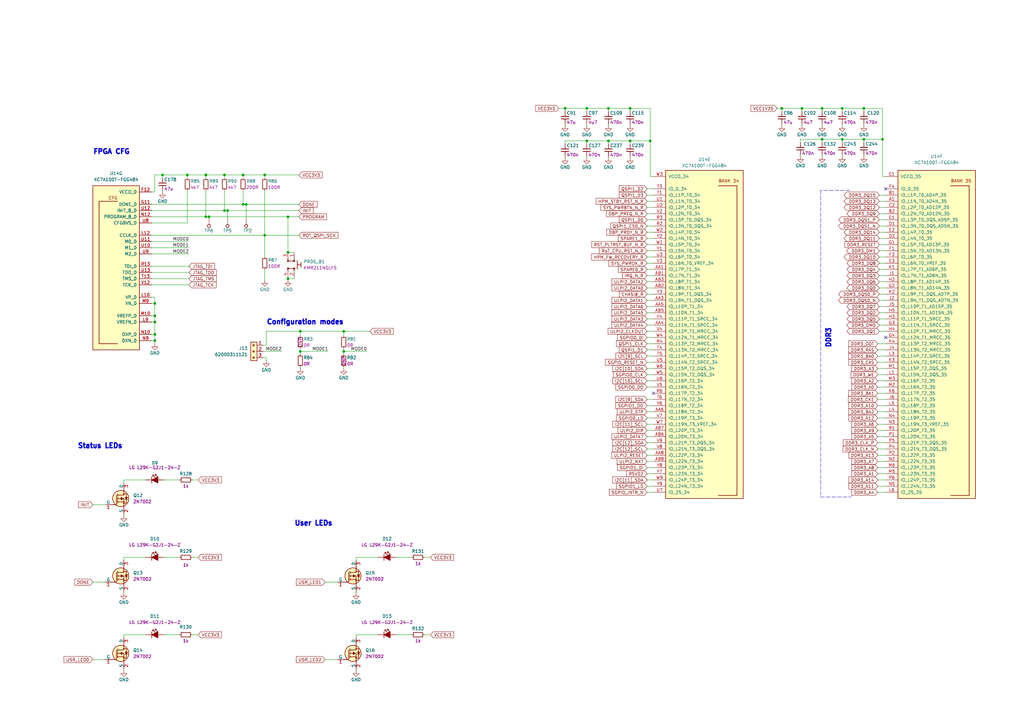
<source format=kicad_sch>
(kicad_sch (version 20211123) (generator eeschema)
  (paper "A3")
  (title_block (title "Artix - Datacenter Secure Control Module (DC-SCM)") (date "2023-08-09") (rev "1.1.1"))
  (lib_symbols
    (symbol "2N7002_SOT-23-3_2" (pin_names (offset 0))
      (property "Reference" "Q" (at 22.86 -5.08 0))
      (property "Value" "2N7002_SOT-23-3_2" (at 22.86 -7.62 0))
      (symbol "2N7002_SOT-23-3_2_1_1"
        (pin passive line (at 0 0 0) (length 2.54) (name "G") (number "1"))
        (pin passive line (at 7.62 -3.81 90) (length 2.54) (name "S") (number "2"))
        (pin passive line (at 7.62 8.89 270) (length 2.54) (name "D") (number "3"))
      )
    )
    (symbol "2N7002_SOT-23-3_3" (pin_names (offset 0))
      (property "Reference" "Q" (at 22.86 -5.08 0))
      (property "Value" "2N7002_SOT-23-3_3" (at 22.86 -7.62 0))
      (symbol "2N7002_SOT-23-3_3_1_1"
        (pin passive line (at 0 0 0) (length 2.54) (name "G") (number "1"))
        (pin passive line (at 7.62 -3.81 90) (length 2.54) (name "S") (number "2"))
        (pin passive line (at 7.62 8.89 270) (length 2.54) (name "D") (number "3"))
      )
    )
    (symbol "C_470n_0402_12" (pin_numbers hide) (pin_names hide)
      (property "Reference" "C" (at 20.32 -5.08 0))
      (property "Val" "470n" (at 20.32 -7.62 0))
      (symbol "C_470n_0402_12_1_1"
        (pin passive line (at 0 0 0) (length 2.032) (name "~") (number "1"))
        (pin passive line (at 5.08 0 180) (length 2.032) (name "~") (number "2"))
      )
    )
    (symbol "C_470n_0402_13" (pin_numbers hide) (pin_names hide)
      (property "Reference" "C" (at 20.32 -5.08 0))
      (property "Val" "470n" (at 20.32 -7.62 0))
      (symbol "C_470n_0402_13_1_1"
        (pin passive line (at 0 0 0) (length 2.032) (name "~") (number "1"))
        (pin passive line (at 5.08 0 180) (length 2.032) (name "~") (number "2"))
      )
    )
    (symbol "C_470n_0402_14" (pin_numbers hide) (pin_names hide)
      (property "Reference" "C" (at 20.32 -5.08 0))
      (property "Val" "470n" (at 20.32 -7.62 0))
      (symbol "C_470n_0402_14_1_1"
        (pin passive line (at 0 0 0) (length 2.032) (name "~") (number "1"))
        (pin passive line (at 5.08 0 180) (length 2.032) (name "~") (number "2"))
      )
    )
    (symbol "C_470n_0402_21" (pin_numbers hide) (pin_names hide)
      (property "Reference" "C" (at 20.32 -5.08 0))
      (property "Val" "470n" (at 20.32 -7.62 0))
      (symbol "C_470n_0402_21_1_1"
        (pin passive line (at 0 0 0) (length 2.032) (name "~") (number "1"))
        (pin passive line (at 5.08 0 180) (length 2.032) (name "~") (number "2"))
      )
    )
    (symbol "C_470n_0402_22" (pin_numbers hide) (pin_names hide)
      (property "Reference" "C" (at 20.32 -5.08 0))
      (property "Val" "470n" (at 20.32 -7.62 0))
      (symbol "C_470n_0402_22_1_1"
        (pin passive line (at 0 0 0) (length 2.032) (name "~") (number "1"))
        (pin passive line (at 5.08 0 180) (length 2.032) (name "~") (number "2"))
      )
    )
    (symbol "C_470n_0402_31" (pin_numbers hide) (pin_names hide)
      (property "Reference" "C" (at 20.32 -5.08 0))
      (property "Val" "470n" (at 20.32 -7.62 0))
      (symbol "C_470n_0402_31_1_1"
        (pin passive line (at 0 0 0) (length 2.032) (name "~") (number "1"))
        (pin passive line (at 5.08 0 180) (length 2.032) (name "~") (number "2"))
      )
    )
    (symbol "C_470n_0402_32" (pin_numbers hide) (pin_names hide)
      (property "Reference" "C" (at 20.32 -5.08 0))
      (property "Val" "470n" (at 20.32 -7.62 0))
      (symbol "C_470n_0402_32_1_1"
        (pin passive line (at 0 0 0) (length 2.032) (name "~") (number "1"))
        (pin passive line (at 5.08 0 180) (length 2.032) (name "~") (number "2"))
      )
    )
    (symbol "C_470n_0402_34" (pin_numbers hide) (pin_names hide)
      (property "Reference" "C" (at 20.32 -5.08 0))
      (property "Val" "470n" (at 20.32 -7.62 0))
      (symbol "C_470n_0402_34_1_1"
        (pin passive line (at 0 0 0) (length 2.032) (name "~") (number "1"))
        (pin passive line (at 5.08 0 180) (length 2.032) (name "~") (number "2"))
      )
    )
    (symbol "C_470n_0402_35" (pin_numbers hide) (pin_names hide)
      (property "Reference" "C" (at 20.32 -5.08 0))
      (property "Val" "470n" (at 20.32 -7.62 0))
      (symbol "C_470n_0402_35_1_1"
        (pin passive line (at 0 0 0) (length 2.032) (name "~") (number "1"))
        (pin passive line (at 5.08 0 180) (length 2.032) (name "~") (number "2"))
      )
    )
    (symbol "C_470n_0402_5" (pin_numbers hide) (pin_names hide)
      (property "Reference" "C" (at 20.32 -5.08 0))
      (property "Val" "470n" (at 20.32 -7.62 0))
      (symbol "C_470n_0402_5_1_1"
        (pin passive line (at 0 0 0) (length 2.032) (name "~") (number "1"))
        (pin passive line (at 5.08 0 180) (length 2.032) (name "~") (number "2"))
      )
    )
    (symbol "C_470n_0402_8" (pin_numbers hide) (pin_names hide)
      (property "Reference" "C" (at 20.32 -5.08 0))
      (property "Val" "470n" (at 20.32 -7.62 0))
      (symbol "C_470n_0402_8_1_1"
        (pin passive line (at 0 0 0) (length 2.032) (name "~") (number "1"))
        (pin passive line (at 5.08 0 180) (length 2.032) (name "~") (number "2"))
      )
    )
    (symbol "C_470n_0402_9" (pin_numbers hide) (pin_names hide)
      (property "Reference" "C" (at 20.32 -5.08 0))
      (property "Val" "470n" (at 20.32 -7.62 0))
      (symbol "C_470n_0402_9_1_1"
        (pin passive line (at 0 0 0) (length 2.032) (name "~") (number "1"))
        (pin passive line (at 5.08 0 180) (length 2.032) (name "~") (number "2"))
      )
    )
    (symbol "C_47u_1210_3" (pin_numbers hide) (pin_names hide)
      (property "Reference" "C" (at 20.32 -5.08 0))
      (property "Val" "47u" (at 20.32 -7.62 0))
      (symbol "C_47u_1210_3_1_1"
        (pin passive line (at 0 0 0) (length 2.032) (name "~") (number "1"))
        (pin passive line (at 5.08 0 180) (length 2.032) (name "~") (number "2"))
      )
    )
    (symbol "C_47u_1210_7" (pin_numbers hide) (pin_names hide)
      (property "Reference" "C" (at 20.32 -5.08 0))
      (property "Val" "47u" (at 20.32 -7.62 0))
      (symbol "C_47u_1210_7_1_1"
        (pin passive line (at 0 0 0) (length 2.032) (name "~") (number "1"))
        (pin passive line (at 5.08 0 180) (length 2.032) (name "~") (number "2"))
      )
    )
    (symbol "C_4u7_0603_1" (pin_numbers hide) (pin_names hide)
      (property "Reference" "C" (at 20.32 -5.08 0))
      (property "Val" "4u7" (at 20.32 -7.62 0))
      (symbol "C_4u7_0603_1_1_1"
        (pin passive line (at 0 0 0) (length 2.032) (name "~") (number "1"))
        (pin passive line (at 5.08 0 180) (length 2.032) (name "~") (number "2"))
      )
    )
    (symbol "C_4u7_0603_15" (pin_numbers hide) (pin_names hide)
      (property "Reference" "C" (at 20.32 -5.08 0))
      (property "Val" "4u7" (at 20.32 -7.62 0))
      (symbol "C_4u7_0603_15_1_1"
        (pin passive line (at 0 0 0) (length 2.032) (name "~") (number "1"))
        (pin passive line (at 5.08 0 180) (length 2.032) (name "~") (number "2"))
      )
    )
    (symbol "C_4u7_0603_4" (pin_numbers hide) (pin_names hide)
      (property "Reference" "C" (at 20.32 -5.08 0))
      (property "Val" "4u7" (at 20.32 -7.62 0))
      (symbol "C_4u7_0603_4_1_1"
        (pin passive line (at 0 0 0) (length 2.032) (name "~") (number "1"))
        (pin passive line (at 5.08 0 180) (length 2.032) (name "~") (number "2"))
      )
    )
    (symbol "LED_G_0603_LG_L29K-G2J1-24-Z_1" (pin_numbers hide) (pin_names hide)
      (property "Reference" "D" (at 22.86 -5.08 0))
      (property "Value" "LED_G_0603_LG_L29K-G2J1-24-Z_1" (at 22.86 -7.62 0))
      (symbol "LED_G_0603_LG_L29K-G2J1-24-Z_1_1_1"
        (pin passive line (at 0 0 0) (length 2.54) (name "~") (number "1"))
        (pin passive line (at 7.62 0 180) (length 2.54) (name "2") (number "2"))
      )
    )
    (symbol "LED_G_0603_LG_L29K-G2J1-24-Z_2" (pin_numbers hide) (pin_names hide)
      (property "Reference" "D" (at 22.86 -5.08 0))
      (property "Value" "LED_G_0603_LG_L29K-G2J1-24-Z_2" (at 22.86 -7.62 0))
      (symbol "LED_G_0603_LG_L29K-G2J1-24-Z_2_1_1"
        (pin passive line (at 0 0 0) (length 2.54) (name "~") (number "1"))
        (pin passive line (at 7.62 0 180) (length 2.54) (name "2") (number "2"))
      )
    )
    (symbol "LED_G_0603_LG_L29K-G2J1-24-Z_3" (pin_numbers hide) (pin_names hide)
      (property "Reference" "D" (at 22.86 -5.08 0))
      (property "Value" "LED_G_0603_LG_L29K-G2J1-24-Z_3" (at 22.86 -7.62 0))
      (symbol "LED_G_0603_LG_L29K-G2J1-24-Z_3_1_1"
        (pin passive line (at 0 0 0) (length 2.54) (name "~") (number "1"))
        (pin passive line (at 7.62 0 180) (length 2.54) (name "2") (number "2"))
      )
    )
    (symbol "LED_G_0603_LG_L29K-G2J1-24-Z_4" (pin_numbers hide) (pin_names hide)
      (property "Reference" "D" (at 22.86 -5.08 0))
      (property "Value" "LED_G_0603_LG_L29K-G2J1-24-Z_4" (at 22.86 -7.62 0))
      (symbol "LED_G_0603_LG_L29K-G2J1-24-Z_4_1_1"
        (pin passive line (at 0 0 0) (length 2.54) (name "~") (number "1"))
        (pin passive line (at 7.62 0 180) (length 2.54) (name "2") (number "2"))
      )
    )
    (symbol "R_0R_0402_17" (pin_numbers hide) (pin_names hide)
      (property "Reference" "R" (at 20.32 -5.08 0))
      (property "Val" "0R" (at 20.32 -7.62 0))
      (property "Current" "1A" (at 20.32 -30.48 0))
      (symbol "R_0R_0402_17_1_1"
        (pin passive line (at 0 0 0) (length 0.635) (name "~") (number "1"))
        (pin passive line (at 5.08 0 180) (length 0.635) (name "~") (number "2"))
      )
    )
    (symbol "R_0R_0402_18" (pin_numbers hide) (pin_names hide)
      (property "Reference" "R" (at 20.32 -5.08 0))
      (property "Val" "0R" (at 20.32 -7.62 0))
      (property "Current" "1A" (at 20.32 -30.48 0))
      (symbol "R_0R_0402_18_1_1"
        (pin passive line (at 0 0 0) (length 0.635) (name "~") (number "1"))
        (pin passive line (at 5.08 0 180) (length 0.635) (name "~") (number "2"))
      )
    )
    (symbol "R_100R_0402_1" (pin_numbers hide) (pin_names hide)
      (property "Reference" "R" (at 20.32 -5.08 0))
      (property "Val" "100R" (at 20.32 -7.62 0))
      (symbol "R_100R_0402_1_1_1"
        (pin passive line (at 0 0 0) (length 0.635) (name "~") (number "1"))
        (pin passive line (at 5.08 0 180) (length 0.635) (name "~") (number "2"))
      )
    )
    (symbol "R_1k_0402_1" (pin_numbers hide) (pin_names hide)
      (property "Reference" "R" (at 20.32 -5.08 0))
      (property "Val" "1k" (at 20.32 -7.62 0))
      (symbol "R_1k_0402_1_1_1"
        (pin passive line (at 0 0 0) (length 0.635) (name "~") (number "1"))
        (pin passive line (at 5.08 0 180) (length 0.635) (name "~") (number "2"))
      )
    )
    (symbol "R_1k_0402_2" (pin_numbers hide) (pin_names hide)
      (property "Reference" "R" (at 20.32 -5.08 0))
      (property "Val" "1k" (at 20.32 -7.62 0))
      (symbol "R_1k_0402_2_1_1"
        (pin passive line (at 0 0 0) (length 0.635) (name "~") (number "1"))
        (pin passive line (at 5.08 0 180) (length 0.635) (name "~") (number "2"))
      )
    )
    (symbol "R_1k_0402_3" (pin_numbers hide) (pin_names hide)
      (property "Reference" "R" (at 20.32 -5.08 0))
      (property "Val" "1k" (at 20.32 -7.62 0))
      (symbol "R_1k_0402_3_1_1"
        (pin passive line (at 0 0 0) (length 0.635) (name "~") (number "1"))
        (pin passive line (at 5.08 0 180) (length 0.635) (name "~") (number "2"))
      )
    )
    (symbol "R_1k_0402_4" (pin_numbers hide) (pin_names hide)
      (property "Reference" "R" (at 20.32 -5.08 0))
      (property "Val" "1k" (at 20.32 -7.62 0))
      (symbol "R_1k_0402_4_1_1"
        (pin passive line (at 0 0 0) (length 0.635) (name "~") (number "1"))
        (pin passive line (at 5.08 0 180) (length 0.635) (name "~") (number "2"))
      )
    )
    (symbol "R_1k_0402_5" (pin_numbers hide) (pin_names hide)
      (property "Reference" "R" (at 20.32 -5.08 0))
      (property "Val" "1k" (at 20.32 -7.62 0))
      (symbol "R_1k_0402_5_1_1"
        (pin passive line (at 0 0 0) (length 0.635) (name "~") (number "1"))
        (pin passive line (at 5.08 0 180) (length 0.635) (name "~") (number "2"))
      )
    )
    (symbol "R_4k7_0402_3" (pin_numbers hide) (pin_names hide)
      (property "Reference" "R" (at 20.32 -5.08 0))
      (property "Val" "4k7" (at 20.32 -7.62 0))
      (symbol "R_4k7_0402_3_1_1"
        (pin passive line (at 0 0 0) (length 0.635) (name "~") (number "1"))
        (pin passive line (at 5.08 0 180) (length 0.635) (name "~") (number "2"))
      )
    )
    (symbol "R_4k7_0402_4" (pin_numbers hide) (pin_names hide)
      (property "Reference" "R" (at 20.32 -5.08 0))
      (property "Val" "4k7" (at 20.32 -7.62 0))
      (symbol "R_4k7_0402_4_1_1"
        (pin passive line (at 0 0 0) (length 0.635) (name "~") (number "1"))
        (pin passive line (at 5.08 0 180) (length 0.635) (name "~") (number "2"))
      )
    )
    (symbol "TP_1mm_SMD_1" (pin_numbers hide) (pin_names hide)
      (property "Reference" "TP" (at 15.24 -5.08 0))
      (property "Value" "TP_1mm_SMD_1" (at 15.24 -7.62 0))
      (symbol "TP_1mm_SMD_1_1_1"
        (pin passive line (at 0 0 0) (length 2.54) (name "1") (number "1"))
      )
    )
    (symbol "TP_1mm_SMD_2" (pin_numbers hide) (pin_names hide)
      (property "Reference" "TP" (at 15.24 -5.08 0))
      (property "Value" "TP_1mm_SMD_2" (at 15.24 -7.62 0))
      (symbol "TP_1mm_SMD_2_1_1"
        (pin passive line (at 0 0 0) (length 2.54) (name "1") (number "1"))
      )
    )
    (symbol "XC7A100T-FGG484_1" (pin_names (offset 1.016))
      (property "Reference" "U" (at 55.88 -2.54 0))
      (property "Value" "XC7A100T-FGG484_1" (at 55.88 -5.08 0))
      (symbol "XC7A100T-FGG484_1_1_1"
        (text "BANK 13" (at 22.86 -2.54 0) (effects (font (size 1.27 1.27)) (justify left bottom)))
        (pin bidirectional line (at 0 -48.26 0) (length 5.08) (name "IO_L9P_T1_DQS_13") (number "AA10"))
        (pin bidirectional line (at 0 -50.8 0) (length 5.08) (name "IO_L9N_T1_DQS_13") (number "AA11"))
        (pin bidirectional line (at 0 -17.78 0) (length 5.08) (name "IO_L3P_T0_DQS_13") (number "AA13"))
        (pin bidirectional line (at 0 -30.48 0) (length 5.08) (name "IO_L5N_T0_13") (number "AA14"))
        (pin bidirectional line (at 0 -22.86 0) (length 5.08) (name "IO_L4P_T0_13") (number "AA15"))
        (pin bidirectional line (at 0 -10.16 0) (length 5.08) (name "IO_L1N_T0_13") (number "AA16"))
        (pin passive line (at 0 0 0) (length 5.08) hide (name "VCCO_13") (number "AA17"))
        (pin bidirectional line (at 0 -43.18 0) (length 5.08) (name "IO_L8P_T1_13") (number "AA9"))
        (pin bidirectional line (at 0 -45.72 0) (length 5.08) (name "IO_L8N_T1_13") (number "AB10"))
        (pin bidirectional line (at 0 -38.1 0) (length 5.08) (name "IO_L7P_T1_13") (number "AB11"))
        (pin bidirectional line (at 0 -40.64 0) (length 5.08) (name "IO_L7N_T1_13") (number "AB12"))
        (pin bidirectional line (at 0 -20.32 0) (length 5.08) (name "IO_L3N_T0_DQS_13") (number "AB13"))
        (pin passive line (at 0 0 0) (length 5.08) hide (name "VCCO_13") (number "AB14"))
        (pin bidirectional line (at 0 -25.4 0) (length 5.08) (name "IO_L4N_T0_13") (number "AB15"))
        (pin bidirectional line (at 0 -12.7 0) (length 5.08) (name "IO_L2P_T0_13") (number "AB16"))
        (pin bidirectional line (at 0 -15.24 0) (length 5.08) (name "IO_L2N_T0_13") (number "AB17"))
        (pin bidirectional line (at 0 -78.74 0) (length 5.08) (name "IO_L15P_T2_DQS_13") (number "T14"))
        (pin bidirectional line (at 0 -81.28 0) (length 5.08) (name "IO_L15N_T2_DQS_13") (number "T15"))
        (pin bidirectional line (at 0 -88.9 0) (length 5.08) (name "IO_L17P_T2_13") (number "T16"))
        (pin bidirectional line (at 0 -73.66 0) (length 5.08) (name "IO_L14P_T2_SRCC_13") (number "U15"))
        (pin bidirectional line (at 0 -91.44 0) (length 5.08) (name "IO_L17N_T2_13") (number "U16"))
        (pin bidirectional line (at 0 -53.34 0) (length 5.08) (name "IO_L10P_T1_13") (number "V10"))
        (pin bidirectional line (at 0 -68.58 0) (length 5.08) (name "IO_L13P_T2_MRCC_13") (number "V13"))
        (pin bidirectional line (at 0 -71.12 0) (length 5.08) (name "IO_L13N_T2_MRCC_13") (number "V14"))
        (pin bidirectional line (at 0 -76.2 0) (length 5.08) (name "IO_L14N_T2_SRCC_13") (number "V15"))
        (pin passive line (at 0 0 0) (length 5.08) hide (name "VCCO_13") (number "V16"))
        (pin bidirectional line (at 0 -55.88 0) (length 5.08) (name "IO_L10N_T1_13") (number "W10"))
        (pin bidirectional line (at 0 -63.5 0) (length 5.08) (name "IO_L12P_T1_MRCC_13") (number "W11"))
        (pin bidirectional line (at 0 -66.04 0) (length 5.08) (name "IO_L12N_T1_MRCC_13") (number "W12"))
        (pin passive line (at 0 0 0) (length 5.08) hide (name "VCCO_13") (number "W13"))
        (pin bidirectional line (at 0 -33.02 0) (length 5.08) (name "IO_L6P_T0_13") (number "W14"))
        (pin bidirectional line (at 0 -83.82 0) (length 5.08) (name "IO_L16P_T2_13") (number "W15"))
        (pin bidirectional line (at 0 -86.36 0) (length 5.08) (name "IO_L16N_T2_13") (number "W16"))
        (pin power_in line (at 0 0 0) (length 5.08) (name "VCCO_13") (number "Y10"))
        (pin bidirectional line (at 0 -58.42 0) (length 5.08) (name "IO_L11P_T1_SRCC_13") (number "Y11"))
        (pin bidirectional line (at 0 -60.96 0) (length 5.08) (name "IO_L11N_T1_SRCC_13") (number "Y12"))
        (pin bidirectional line (at 0 -27.94 0) (length 5.08) (name "IO_L5P_T0_13") (number "Y13"))
        (pin bidirectional line (at 0 -35.56 0) (length 5.08) (name "IO_L6N_T0_VREF_13") (number "Y14"))
        (pin bidirectional line (at 0 -7.62 0) (length 5.08) (name "IO_L1P_T0_13") (number "Y16"))
        (pin bidirectional line (at 0 -5.08 0) (length 5.08) (name "IO_0_13") (number "Y17"))
      )
      (symbol "XC7A100T-FGG484_1_2_1"
        (text "BANK 14" (at 31.75 -2.54 0) (effects (font (size 1.27 1.27)) (justify left bottom)))
        (pin bidirectional line (at 0 -88.9 0) (length 5.08) (name "IO_L17P_T2_A14_D30_14") (number "AA18"))
        (pin bidirectional line (at 0 -78.74 0) (length 5.08) (name "IO_L15P_T2_DQS_RDWR_B_14") (number "AA19"))
        (pin bidirectional line (at 0 -43.18 0) (length 5.08) (name "IO_L8P_T1_D11_14") (number "AA20"))
        (pin bidirectional line (at 0 -45.72 0) (length 5.08) (name "IO_L8N_T1_D12_14") (number "AA21"))
        (pin bidirectional line (at 0 -91.44 0) (length 5.08) (name "IO_L17N_T2_A13_D29_14") (number "AB18"))
        (pin bidirectional line (at 0 -81.28 0) (length 5.08) (name "IO_L15N_T2_DQS_DOUT_CSO_B_14") (number "AB20"))
        (pin bidirectional line (at 0 -53.34 0) (length 5.08) (name "IO_L10P_T1_D14_14") (number "AB21"))
        (pin bidirectional line (at 0 -55.88 0) (length 5.08) (name "IO_L10N_T1_D15_14") (number "AB22"))
        (pin passive line (at 0 0 0) (length 5.08) hide (name "VCCO_14") (number "M14"))
        (pin bidirectional line (at 0 -119.38 0) (length 5.08) (name "IO_L23P_T3_A03_D19_14") (number "N13"))
        (pin bidirectional line (at 0 -121.92 0) (length 5.08) (name "IO_L23N_T3_A02_D18_14") (number "N14"))
        (pin bidirectional line (at 0 -129.54 0) (length 5.08) (name "IO_25_14") (number "N15"))
        (pin bidirectional line (at 0 -109.22 0) (length 5.08) (name "IO_L21P_T3_DQS_14") (number "N17"))
        (pin bidirectional line (at 0 -99.06 0) (length 5.08) (name "IO_L19P_T3_A10_D26_14") (number "P14"))
        (pin bidirectional line (at 0 -114.3 0) (length 5.08) (name "IO_L22P_T3_A05_D21_14") (number "P15"))
        (pin bidirectional line (at 0 -124.46 0) (length 5.08) (name "IO_L24P_T3_A01_D17_14") (number "P16"))
        (pin bidirectional line (at 0 -111.76 0) (length 5.08) (name "IO_L21N_T3_DQS_A06_D22_14") (number "P17"))
        (pin passive line (at 0 0 0) (length 5.08) hide (name "VCCO_14") (number "P18"))
        (pin bidirectional line (at 0 -27.94 0) (length 5.08) (name "IO_L5P_T0_D06_14") (number "P19"))
        (pin bidirectional line (at 0 -5.08 0) (length 5.08) (name "IO_0_14") (number "P20"))
        (pin bidirectional line (at 0 -12.7 0) (length 5.08) (name "IO_L2P_T0_D02_14") (number "P21"))
        (pin bidirectional line (at 0 -7.62 0) (length 5.08) (name "IO_L1P_T0_D00_MOSI_14") (number "P22"))
        (pin bidirectional line (at 0 -101.6 0) (length 5.08) (name "IO_L19N_T3_A09_D25_VREF_14") (number "R14"))
        (pin passive line (at 0 0 0) (length 5.08) hide (name "VCCO_14") (number "R15"))
        (pin bidirectional line (at 0 -116.84 0) (length 5.08) (name "IO_L22N_T3_A04_D20_14") (number "R16"))
        (pin bidirectional line (at 0 -127 0) (length 5.08) (name "IO_L24N_T3_A00_D16_14") (number "R17"))
        (pin bidirectional line (at 0 -104.14 0) (length 5.08) (name "IO_L20P_T3_A08_D24_14") (number "R18"))
        (pin bidirectional line (at 0 -30.48 0) (length 5.08) (name "IO_L5N_T0_D07_14") (number "R19"))
        (pin bidirectional line (at 0 -15.24 0) (length 5.08) (name "IO_L2N_T0_D03_14") (number "R21"))
        (pin bidirectional line (at 0 -10.16 0) (length 5.08) (name "IO_L1N_T0_D01_DIN_14") (number "R22"))
        (pin bidirectional line (at 0 -106.68 0) (length 5.08) (name "IO_L20N_T3_A07_D23_14") (number "T18"))
        (pin bidirectional line (at 0 -33.02 0) (length 5.08) (name "IO_L6P_T0_FCS_B_14") (number "T19"))
        (pin bidirectional line (at 0 -35.56 0) (length 5.08) (name "IO_L6N_T0_D08_VREF_14") (number "T20"))
        (pin bidirectional line (at 0 -22.86 0) (length 5.08) (name "IO_L4P_T0_D04_14") (number "T21"))
        (pin passive line (at 0 0 0) (length 5.08) hide (name "VCCO_14") (number "T22"))
        (pin bidirectional line (at 0 -93.98 0) (length 5.08) (name "IO_L18P_T2_A12_D28_14") (number "U17"))
        (pin bidirectional line (at 0 -96.52 0) (length 5.08) (name "IO_L18N_T2_A11_D27_14") (number "U18"))
        (pin passive line (at 0 0 0) (length 5.08) hide (name "VCCO_14") (number "U19"))
        (pin bidirectional line (at 0 -58.42 0) (length 5.08) (name "IO_L11P_T1_SRCC_14") (number "U20"))
        (pin bidirectional line (at 0 -25.4 0) (length 5.08) (name "IO_L4N_T0_D05_14") (number "U21"))
        (pin bidirectional line (at 0 -17.78 0) (length 5.08) (name "IO_L3P_T0_DQS_PUDC_B_14") (number "U22"))
        (pin bidirectional line (at 0 -83.82 0) (length 5.08) (name "IO_L16P_T2_CSI_B_14") (number "V17"))
        (pin bidirectional line (at 0 -73.66 0) (length 5.08) (name "IO_L14P_T2_SRCC_14") (number "V18"))
        (pin bidirectional line (at 0 -76.2 0) (length 5.08) (name "IO_L14N_T2_SRCC_14") (number "V19"))
        (pin bidirectional line (at 0 -60.96 0) (length 5.08) (name "IO_L11N_T1_SRCC_14") (number "V20"))
        (pin bidirectional line (at 0 -20.32 0) (length 5.08) (name "IO_L3N_T0_DQS_EMCCLK_14") (number "V22"))
        (pin bidirectional line (at 0 -86.36 0) (length 5.08) (name "IO_L16N_T2_A15_D31_14") (number "W17"))
        (pin bidirectional line (at 0 -63.5 0) (length 5.08) (name "IO_L12P_T1_MRCC_14") (number "W19"))
        (pin bidirectional line (at 0 -66.04 0) (length 5.08) (name "IO_L12N_T1_MRCC_14") (number "W20"))
        (pin bidirectional line (at 0 -38.1 0) (length 5.08) (name "IO_L7P_T1_D09_14") (number "W21"))
        (pin bidirectional line (at 0 -40.64 0) (length 5.08) (name "IO_L7N_T1_D10_14") (number "W22"))
        (pin bidirectional line (at 0 -68.58 0) (length 5.08) (name "IO_L13P_T2_MRCC_14") (number "Y18"))
        (pin bidirectional line (at 0 -71.12 0) (length 5.08) (name "IO_L13N_T2_MRCC_14") (number "Y19"))
        (pin power_in line (at 0 0 0) (length 5.08) (name "VCCO_14") (number "Y20"))
        (pin bidirectional line (at 0 -48.26 0) (length 5.08) (name "IO_L9P_T1_DQS_14") (number "Y21"))
        (pin bidirectional line (at 0 -50.8 0) (length 5.08) (name "IO_L9N_T1_DQS_D13_14") (number "Y22"))
      )
      (symbol "XC7A100T-FGG484_1_3_1"
        (text "BANK 15" (at 26.67 -2.54 0) (effects (font (size 1.27 1.27)) (justify left bottom)))
        (pin bidirectional line (at 0 -10.16 0) (length 5.08) (name "IO_L1N_T0_AD0N_15") (number "G13"))
        (pin bidirectional line (at 0 -12.7 0) (length 5.08) (name "IO_L2P_T0_AD8P_15") (number "G15"))
        (pin bidirectional line (at 0 -15.24 0) (length 5.08) (name "IO_L2N_T0_AD8N_15") (number "G16"))
        (pin bidirectional line (at 0 -22.86 0) (length 5.08) (name "IO_L4P_T0_15") (number "G17"))
        (pin bidirectional line (at 0 -25.4 0) (length 5.08) (name "IO_L4N_T0_15") (number "G18"))
        (pin power_in line (at 0 0 0) (length 5.08) (name "VCCO_15") (number "G19"))
        (pin bidirectional line (at 0 -45.72 0) (length 5.08) (name "IO_L8N_T1_AD10N_15") (number "G20"))
        (pin bidirectional line (at 0 -7.62 0) (length 5.08) (name "IO_L1P_T0_AD0P_15") (number "H13"))
        (pin bidirectional line (at 0 -20.32 0) (length 5.08) (name "IO_L3N_T0_DQS_AD1N_15") (number "H14"))
        (pin bidirectional line (at 0 -30.48 0) (length 5.08) (name "IO_L5N_T0_AD9N_15") (number "H15"))
        (pin passive line (at 0 0 0) (length 5.08) hide (name "VCCO_15") (number "H16"))
        (pin bidirectional line (at 0 -33.02 0) (length 5.08) (name "IO_L6P_T0_15") (number "H17"))
        (pin bidirectional line (at 0 -35.56 0) (length 5.08) (name "IO_L6N_T0_VREF_15") (number "H18"))
        (pin bidirectional line (at 0 -66.04 0) (length 5.08) (name "IO_L12N_T1_MRCC_15") (number "H19"))
        (pin bidirectional line (at 0 -43.18 0) (length 5.08) (name "IO_L8P_T1_AD10P_15") (number "H20"))
        (pin bidirectional line (at 0 -40.64 0) (length 5.08) (name "IO_L7N_T1_AD2N_15") (number "H22"))
        (pin passive line (at 0 0 0) (length 5.08) hide (name "VCCO_15") (number "J13"))
        (pin bidirectional line (at 0 -17.78 0) (length 5.08) (name "IO_L3P_T0_DQS_AD1P_15") (number "J14"))
        (pin bidirectional line (at 0 -27.94 0) (length 5.08) (name "IO_L5P_T0_AD9P_15") (number "J15"))
        (pin bidirectional line (at 0 -5.08 0) (length 5.08) (name "IO_0_15") (number "J16"))
        (pin bidirectional line (at 0 -111.76 0) (length 5.08) (name "IO_L21N_T3_DQS_A18_15") (number "J17"))
        (pin bidirectional line (at 0 -63.5 0) (length 5.08) (name "IO_L12P_T1_MRCC_15") (number "J19"))
        (pin bidirectional line (at 0 -58.42 0) (length 5.08) (name "IO_L11P_T1_SRCC_15") (number "J20"))
        (pin bidirectional line (at 0 -60.96 0) (length 5.08) (name "IO_L11N_T1_SRCC_15") (number "J21"))
        (pin bidirectional line (at 0 -38.1 0) (length 5.08) (name "IO_L7P_T1_AD2P_15") (number "J22"))
        (pin bidirectional line (at 0 -99.06 0) (length 5.08) (name "IO_L19P_T3_A22_15") (number "K13"))
        (pin bidirectional line (at 0 -101.6 0) (length 5.08) (name "IO_L19N_T3_A21_VREF_15") (number "K14"))
        (pin bidirectional line (at 0 -121.92 0) (length 5.08) (name "IO_L23N_T3_FWE_B_15") (number "K16"))
        (pin bidirectional line (at 0 -109.22 0) (length 5.08) (name "IO_L21P_T3_DQS_15") (number "K17"))
        (pin bidirectional line (at 0 -68.58 0) (length 5.08) (name "IO_L13P_T2_MRCC_15") (number "K18"))
        (pin bidirectional line (at 0 -71.12 0) (length 5.08) (name "IO_L13N_T2_MRCC_15") (number "K19"))
        (pin passive line (at 0 0 0) (length 5.08) hide (name "VCCO_15") (number "K20"))
        (pin bidirectional line (at 0 -48.26 0) (length 5.08) (name "IO_L9P_T1_DQS_AD3P_15") (number "K21"))
        (pin bidirectional line (at 0 -50.8 0) (length 5.08) (name "IO_L9N_T1_DQS_AD3N_15") (number "K22"))
        (pin bidirectional line (at 0 -106.68 0) (length 5.08) (name "IO_L20N_T3_A19_15") (number "L13"))
        (pin bidirectional line (at 0 -114.3 0) (length 5.08) (name "IO_L22P_T3_A17_15") (number "L14"))
        (pin bidirectional line (at 0 -116.84 0) (length 5.08) (name "IO_L22N_T3_A16_15") (number "L15"))
        (pin bidirectional line (at 0 -119.38 0) (length 5.08) (name "IO_L23P_T3_FOE_B_15") (number "L16"))
        (pin passive line (at 0 0 0) (length 5.08) hide (name "VCCO_15") (number "L17"))
        (pin bidirectional line (at 0 -86.36 0) (length 5.08) (name "IO_L16N_T2_A27_15") (number "L18"))
        (pin bidirectional line (at 0 -73.66 0) (length 5.08) (name "IO_L14P_T2_SRCC_15") (number "L19"))
        (pin bidirectional line (at 0 -76.2 0) (length 5.08) (name "IO_L14N_T2_SRCC_15") (number "L20"))
        (pin bidirectional line (at 0 -55.88 0) (length 5.08) (name "IO_L10N_T1_AD11N_15") (number "L21"))
        (pin bidirectional line (at 0 -104.14 0) (length 5.08) (name "IO_L20P_T3_A20_15") (number "M13"))
        (pin bidirectional line (at 0 -124.46 0) (length 5.08) (name "IO_L24P_T3_RS1_15") (number "M15"))
        (pin bidirectional line (at 0 -127 0) (length 5.08) (name "IO_L24N_T3_RS0_15") (number "M16"))
        (pin bidirectional line (at 0 -129.54 0) (length 5.08) (name "IO_25_15") (number "M17"))
        (pin bidirectional line (at 0 -83.82 0) (length 5.08) (name "IO_L16P_T2_A28_15") (number "M18"))
        (pin bidirectional line (at 0 -96.52 0) (length 5.08) (name "IO_L18N_T2_A23_15") (number "M20"))
        (pin bidirectional line (at 0 -53.34 0) (length 5.08) (name "IO_L10P_T1_AD11P_15") (number "M21"))
        (pin bidirectional line (at 0 -81.28 0) (length 5.08) (name "IO_L15N_T2_DQS_ADV_B_15") (number "M22"))
        (pin bidirectional line (at 0 -88.9 0) (length 5.08) (name "IO_L17P_T2_A26_15") (number "N18"))
        (pin bidirectional line (at 0 -91.44 0) (length 5.08) (name "IO_L17N_T2_A25_15") (number "N19"))
        (pin bidirectional line (at 0 -93.98 0) (length 5.08) (name "IO_L18P_T2_A24_15") (number "N20"))
        (pin passive line (at 0 0 0) (length 5.08) hide (name "VCCO_15") (number "N21"))
        (pin bidirectional line (at 0 -78.74 0) (length 5.08) (name "IO_L15P_T2_DQS_15") (number "N22"))
      )
      (symbol "XC7A100T-FGG484_1_4_1"
        (text "BANK 16" (at 26.67 -2.54 0) (effects (font (size 1.27 1.27)) (justify left bottom)))
        (pin bidirectional line (at 0 -53.34 0) (length 5.08) (name "IO_L10P_T1_16") (number "A13"))
        (pin bidirectional line (at 0 -55.88 0) (length 5.08) (name "IO_L10N_T1_16") (number "A14"))
        (pin bidirectional line (at 0 -48.26 0) (length 5.08) (name "IO_L9P_T1_DQS_16") (number "A15"))
        (pin bidirectional line (at 0 -50.8 0) (length 5.08) (name "IO_L9N_T1_DQS_16") (number "A16"))
        (pin power_in line (at 0 0 0) (length 5.08) (name "VCCO_16") (number "A17"))
        (pin bidirectional line (at 0 -88.9 0) (length 5.08) (name "IO_L17P_T2_16") (number "A18"))
        (pin bidirectional line (at 0 -91.44 0) (length 5.08) (name "IO_L17N_T2_16") (number "A19"))
        (pin bidirectional line (at 0 -86.36 0) (length 5.08) (name "IO_L16N_T2_16") (number "A20"))
        (pin bidirectional line (at 0 -111.76 0) (length 5.08) (name "IO_L21N_T3_DQS_16") (number "A21"))
        (pin bidirectional line (at 0 -45.72 0) (length 5.08) (name "IO_L8N_T1_16") (number "B13"))
        (pin passive line (at 0 0 0) (length 5.08) hide (name "VCCO_16") (number "B14"))
        (pin bidirectional line (at 0 -38.1 0) (length 5.08) (name "IO_L7P_T1_16") (number "B15"))
        (pin bidirectional line (at 0 -40.64 0) (length 5.08) (name "IO_L7N_T1_16") (number "B16"))
        (pin bidirectional line (at 0 -58.42 0) (length 5.08) (name "IO_L11P_T1_SRCC_16") (number "B17"))
        (pin bidirectional line (at 0 -60.96 0) (length 5.08) (name "IO_L11N_T1_SRCC_16") (number "B18"))
        (pin bidirectional line (at 0 -83.82 0) (length 5.08) (name "IO_L16P_T2_16") (number "B20"))
        (pin bidirectional line (at 0 -109.22 0) (length 5.08) (name "IO_L21P_T3_DQS_16") (number "B21"))
        (pin bidirectional line (at 0 -106.68 0) (length 5.08) (name "IO_L20N_T3_16") (number "B22"))
        (pin bidirectional line (at 0 -43.18 0) (length 5.08) (name "IO_L8P_T1_16") (number "C13"))
        (pin bidirectional line (at 0 -17.78 0) (length 5.08) (name "IO_L3P_T0_DQS_16") (number "C14"))
        (pin bidirectional line (at 0 -20.32 0) (length 5.08) (name "IO_L3N_T0_DQS_16") (number "C15"))
        (pin bidirectional line (at 0 -66.04 0) (length 5.08) (name "IO_L12N_T1_MRCC_16") (number "C17"))
        (pin bidirectional line (at 0 -68.58 0) (length 5.08) (name "IO_L13P_T2_MRCC_16") (number "C18"))
        (pin bidirectional line (at 0 -71.12 0) (length 5.08) (name "IO_L13N_T2_MRCC_16") (number "C19"))
        (pin bidirectional line (at 0 -101.6 0) (length 5.08) (name "IO_L19N_T3_VREF_16") (number "C20"))
        (pin passive line (at 0 0 0) (length 5.08) hide (name "VCCO_16") (number "C21"))
        (pin bidirectional line (at 0 -104.14 0) (length 5.08) (name "IO_L20P_T3_16") (number "C22"))
        (pin bidirectional line (at 0 -33.02 0) (length 5.08) (name "IO_L6P_T0_16") (number "D14"))
        (pin bidirectional line (at 0 -35.56 0) (length 5.08) (name "IO_L6N_T0_VREF_16") (number "D15"))
        (pin bidirectional line (at 0 -30.48 0) (length 5.08) (name "IO_L5N_T0_16") (number "D16"))
        (pin bidirectional line (at 0 -63.5 0) (length 5.08) (name "IO_L12P_T1_MRCC_16") (number "D17"))
        (pin passive line (at 0 0 0) (length 5.08) hide (name "VCCO_16") (number "D18"))
        (pin bidirectional line (at 0 -76.2 0) (length 5.08) (name "IO_L14N_T2_SRCC_16") (number "D19"))
        (pin bidirectional line (at 0 -99.06 0) (length 5.08) (name "IO_L19P_T3_16") (number "D20"))
        (pin bidirectional line (at 0 -121.92 0) (length 5.08) (name "IO_L23N_T3_16") (number "D21"))
        (pin bidirectional line (at 0 -116.84 0) (length 5.08) (name "IO_L22N_T3_16") (number "D22"))
        (pin bidirectional line (at 0 -22.86 0) (length 5.08) (name "IO_L4P_T0_16") (number "E13"))
        (pin bidirectional line (at 0 -25.4 0) (length 5.08) (name "IO_L4N_T0_16") (number "E14"))
        (pin passive line (at 0 0 0) (length 5.08) hide (name "VCCO_16") (number "E15"))
        (pin bidirectional line (at 0 -27.94 0) (length 5.08) (name "IO_L5P_T0_16") (number "E16"))
        (pin bidirectional line (at 0 -15.24 0) (length 5.08) (name "IO_L2N_T0_16") (number "E17"))
        (pin bidirectional line (at 0 -81.28 0) (length 5.08) (name "IO_L15N_T2_DQS_16") (number "E18"))
        (pin bidirectional line (at 0 -73.66 0) (length 5.08) (name "IO_L14P_T2_SRCC_16") (number "E19"))
        (pin bidirectional line (at 0 -119.38 0) (length 5.08) (name "IO_L23P_T3_16") (number "E21"))
        (pin bidirectional line (at 0 -114.3 0) (length 5.08) (name "IO_L22P_T3_16") (number "E22"))
        (pin bidirectional line (at 0 -7.62 0) (length 5.08) (name "IO_L1P_T0_16") (number "F13"))
        (pin bidirectional line (at 0 -10.16 0) (length 5.08) (name "IO_L1N_T0_16") (number "F14"))
        (pin bidirectional line (at 0 -5.08 0) (length 5.08) (name "IO_0_16") (number "F15"))
        (pin bidirectional line (at 0 -12.7 0) (length 5.08) (name "IO_L2P_T0_16") (number "F16"))
        (pin bidirectional line (at 0 -78.74 0) (length 5.08) (name "IO_L15P_T2_DQS_16") (number "F18"))
        (pin bidirectional line (at 0 -93.98 0) (length 5.08) (name "IO_L18P_T2_16") (number "F19"))
        (pin bidirectional line (at 0 -96.52 0) (length 5.08) (name "IO_L18N_T2_16") (number "F20"))
        (pin bidirectional line (at 0 -129.54 0) (length 5.08) (name "IO_25_16") (number "F21"))
        (pin passive line (at 0 0 0) (length 5.08) hide (name "VCCO_16") (number "F22"))
        (pin bidirectional line (at 0 -124.46 0) (length 5.08) (name "IO_L24P_T3_16") (number "G21"))
        (pin bidirectional line (at 0 -127 0) (length 5.08) (name "IO_L24N_T3_16") (number "G22"))
      )
      (symbol "XC7A100T-FGG484_1_5_1"
        (text "BANK 34" (at 26.67 -2.54 0) (effects (font (size 1.27 1.27)) (justify left bottom)))
        (pin bidirectional line (at 0 -38.1 0) (length 5.08) (name "IO_L7P_T1_34") (number "AA1"))
        (pin bidirectional line (at 0 -50.8 0) (length 5.08) (name "IO_L9N_T1_DQS_34") (number "AA3"))
        (pin bidirectional line (at 0 -60.96 0) (length 5.08) (name "IO_L11N_T1_SRCC_34") (number "AA4"))
        (pin bidirectional line (at 0 -53.34 0) (length 5.08) (name "IO_L10P_T1_34") (number "AA5"))
        (pin bidirectional line (at 0 -96.52 0) (length 5.08) (name "IO_L18N_T2_34") (number "AA6"))
        (pin passive line (at 0 0 0) (length 5.08) hide (name "VCCO_34") (number "AA7"))
        (pin bidirectional line (at 0 -114.3 0) (length 5.08) (name "IO_L22P_T3_34") (number "AA8"))
        (pin bidirectional line (at 0 -40.64 0) (length 5.08) (name "IO_L7N_T1_34") (number "AB1"))
        (pin bidirectional line (at 0 -45.72 0) (length 5.08) (name "IO_L8N_T1_34") (number "AB2"))
        (pin bidirectional line (at 0 -43.18 0) (length 5.08) (name "IO_L8P_T1_34") (number "AB3"))
        (pin passive line (at 0 0 0) (length 5.08) hide (name "VCCO_34") (number "AB4"))
        (pin bidirectional line (at 0 -55.88 0) (length 5.08) (name "IO_L10N_T1_34") (number "AB5"))
        (pin bidirectional line (at 0 -106.68 0) (length 5.08) (name "IO_L20N_T3_34") (number "AB6"))
        (pin bidirectional line (at 0 -104.14 0) (length 5.08) (name "IO_L20P_T3_34") (number "AB7"))
        (pin bidirectional line (at 0 -116.84 0) (length 5.08) (name "IO_L22N_T3_34") (number "AB8"))
        (pin bidirectional line (at 0 -20.32 0) (length 5.08) (name "IO_L3N_T0_DQS_34") (number "R2"))
        (pin bidirectional line (at 0 -17.78 0) (length 5.08) (name "IO_L3P_T0_DQS_34") (number "R3"))
        (pin bidirectional line (at 0 -68.58 0) (length 5.08) (name "IO_L13P_T2_MRCC_34") (number "R4"))
        (pin passive line (at 0 0 0) (length 5.08) hide (name "VCCO_34") (number "R5"))
        (pin bidirectional line (at 0 -88.9 0) (length 5.08) (name "IO_L17P_T2_34") (number "R6"))
        (pin bidirectional line (at 0 -7.62 0) (length 5.08) (name "IO_L1P_T0_34") (number "T1"))
        (pin passive line (at 0 0 0) (length 5.08) hide (name "VCCO_34") (number "T2"))
        (pin bidirectional line (at 0 -5.08 0) (length 5.08) (name "IO_0_34") (number "T3"))
        (pin bidirectional line (at 0 -71.12 0) (length 5.08) (name "IO_L13N_T2_MRCC_34") (number "T4"))
        (pin bidirectional line (at 0 -73.66 0) (length 5.08) (name "IO_L14P_T2_SRCC_34") (number "T5"))
        (pin bidirectional line (at 0 -91.44 0) (length 5.08) (name "IO_L17N_T2_34") (number "T6"))
        (pin bidirectional line (at 0 -10.16 0) (length 5.08) (name "IO_L1N_T0_34") (number "U1"))
        (pin bidirectional line (at 0 -12.7 0) (length 5.08) (name "IO_L2P_T0_34") (number "U2"))
        (pin bidirectional line (at 0 -33.02 0) (length 5.08) (name "IO_L6P_T0_34") (number "U3"))
        (pin bidirectional line (at 0 -76.2 0) (length 5.08) (name "IO_L14N_T2_SRCC_34") (number "U5"))
        (pin bidirectional line (at 0 -83.82 0) (length 5.08) (name "IO_L16P_T2_34") (number "U6"))
        (pin bidirectional line (at 0 -129.54 0) (length 5.08) (name "IO_25_34") (number "U7"))
        (pin bidirectional line (at 0 -15.24 0) (length 5.08) (name "IO_L2N_T0_34") (number "V2"))
        (pin bidirectional line (at 0 -35.56 0) (length 5.08) (name "IO_L6N_T0_VREF_34") (number "V3"))
        (pin bidirectional line (at 0 -63.5 0) (length 5.08) (name "IO_L12P_T1_MRCC_34") (number "V4"))
        (pin bidirectional line (at 0 -86.36 0) (length 5.08) (name "IO_L16N_T2_34") (number "V5"))
        (pin passive line (at 0 0 0) (length 5.08) hide (name "VCCO_34") (number "V6"))
        (pin bidirectional line (at 0 -99.06 0) (length 5.08) (name "IO_L19P_T3_34") (number "V7"))
        (pin bidirectional line (at 0 -111.76 0) (length 5.08) (name "IO_L21N_T3_DQS_34") (number "V8"))
        (pin bidirectional line (at 0 -109.22 0) (length 5.08) (name "IO_L21P_T3_DQS_34") (number "V9"))
        (pin bidirectional line (at 0 -27.94 0) (length 5.08) (name "IO_L5P_T0_34") (number "W1"))
        (pin bidirectional line (at 0 -22.86 0) (length 5.08) (name "IO_L4P_T0_34") (number "W2"))
        (pin power_in line (at 0 0 0) (length 5.08) (name "VCCO_34") (number "W3"))
        (pin bidirectional line (at 0 -66.04 0) (length 5.08) (name "IO_L12N_T1_MRCC_34") (number "W4"))
        (pin bidirectional line (at 0 -81.28 0) (length 5.08) (name "IO_L15N_T2_DQS_34") (number "W5"))
        (pin bidirectional line (at 0 -78.74 0) (length 5.08) (name "IO_L15P_T2_DQS_34") (number "W6"))
        (pin bidirectional line (at 0 -101.6 0) (length 5.08) (name "IO_L19N_T3_VREF_34") (number "W7"))
        (pin bidirectional line (at 0 -124.46 0) (length 5.08) (name "IO_L24P_T3_34") (number "W9"))
        (pin bidirectional line (at 0 -30.48 0) (length 5.08) (name "IO_L5N_T0_34") (number "Y1"))
        (pin bidirectional line (at 0 -25.4 0) (length 5.08) (name "IO_L4N_T0_34") (number "Y2"))
        (pin bidirectional line (at 0 -48.26 0) (length 5.08) (name "IO_L9P_T1_DQS_34") (number "Y3"))
        (pin bidirectional line (at 0 -58.42 0) (length 5.08) (name "IO_L11P_T1_SRCC_34") (number "Y4"))
        (pin bidirectional line (at 0 -93.98 0) (length 5.08) (name "IO_L18P_T2_34") (number "Y6"))
        (pin bidirectional line (at 0 -121.92 0) (length 5.08) (name "IO_L23N_T3_34") (number "Y7"))
        (pin bidirectional line (at 0 -119.38 0) (length 5.08) (name "IO_L23P_T3_34") (number "Y8"))
        (pin bidirectional line (at 0 -127 0) (length 5.08) (name "IO_L24N_T3_34") (number "Y9"))
      )
      (symbol "XC7A100T-FGG484_1_6_1"
        (text "BANK 35" (at 26.67 -2.54 0) (effects (font (size 1.27 1.27)) (justify left bottom)))
        (pin bidirectional line (at 0 -10.16 0) (length 5.08) (name "IO_L1N_T0_AD4N_35") (number "A1"))
        (pin bidirectional line (at 0 -7.62 0) (length 5.08) (name "IO_L1P_T0_AD4P_35") (number "B1"))
        (pin bidirectional line (at 0 -15.24 0) (length 5.08) (name "IO_L2N_T0_AD12N_35") (number "B2"))
        (pin power_in line (at 0 0 0) (length 5.08) (name "VCCO_35") (number "C1"))
        (pin bidirectional line (at 0 -12.7 0) (length 5.08) (name "IO_L2P_T0_AD12P_35") (number "C2"))
        (pin bidirectional line (at 0 -20.32 0) (length 5.08) (name "IO_L3N_T0_DQS_AD5N_35") (number "D1"))
        (pin bidirectional line (at 0 -25.4 0) (length 5.08) (name "IO_L4N_T0_35") (number "D2"))
        (pin bidirectional line (at 0 -17.78 0) (length 5.08) (name "IO_L3P_T0_DQS_AD5P_35") (number "E1"))
        (pin bidirectional line (at 0 -22.86 0) (length 5.08) (name "IO_L4P_T0_35") (number "E2"))
        (pin bidirectional line (at 0 -35.56 0) (length 5.08) (name "IO_L6N_T0_VREF_35") (number "E3"))
        (pin bidirectional line (at 0 -30.48 0) (length 5.08) (name "IO_L5N_T0_AD13N_35") (number "F1"))
        (pin passive line (at 0 0 0) (length 5.08) hide (name "VCCO_35") (number "F2"))
        (pin bidirectional line (at 0 -33.02 0) (length 5.08) (name "IO_L6P_T0_35") (number "F3"))
        (pin bidirectional line (at 0 -5.08 0) (length 5.08) (name "IO_0_35") (number "F4"))
        (pin bidirectional line (at 0 -27.94 0) (length 5.08) (name "IO_L5P_T0_AD13P_35") (number "G1"))
        (pin bidirectional line (at 0 -45.72 0) (length 5.08) (name "IO_L8N_T1_AD14N_35") (number "G2"))
        (pin bidirectional line (at 0 -60.96 0) (length 5.08) (name "IO_L11N_T1_SRCC_35") (number "G3"))
        (pin bidirectional line (at 0 -66.04 0) (length 5.08) (name "IO_L12N_T1_MRCC_35") (number "G4"))
        (pin bidirectional line (at 0 -43.18 0) (length 5.08) (name "IO_L8P_T1_AD14P_35") (number "H2"))
        (pin bidirectional line (at 0 -58.42 0) (length 5.08) (name "IO_L11P_T1_SRCC_35") (number "H3"))
        (pin bidirectional line (at 0 -63.5 0) (length 5.08) (name "IO_L12P_T1_MRCC_35") (number "H4"))
        (pin bidirectional line (at 0 -55.88 0) (length 5.08) (name "IO_L10N_T1_AD15N_35") (number "H5"))
        (pin passive line (at 0 0 0) (length 5.08) hide (name "VCCO_35") (number "H6"))
        (pin bidirectional line (at 0 -40.64 0) (length 5.08) (name "IO_L7N_T1_AD6N_35") (number "J1"))
        (pin bidirectional line (at 0 -50.8 0) (length 5.08) (name "IO_L9N_T1_DQS_AD7N_35") (number "J2"))
        (pin passive line (at 0 0 0) (length 5.08) hide (name "VCCO_35") (number "J3"))
        (pin bidirectional line (at 0 -71.12 0) (length 5.08) (name "IO_L13N_T2_MRCC_35") (number "J4"))
        (pin bidirectional line (at 0 -53.34 0) (length 5.08) (name "IO_L10P_T1_AD15P_35") (number "J5"))
        (pin bidirectional line (at 0 -91.44 0) (length 5.08) (name "IO_L17N_T2_35") (number "J6"))
        (pin bidirectional line (at 0 -38.1 0) (length 5.08) (name "IO_L7P_T1_AD6P_35") (number "K1"))
        (pin bidirectional line (at 0 -48.26 0) (length 5.08) (name "IO_L9P_T1_DQS_AD7P_35") (number "K2"))
        (pin bidirectional line (at 0 -76.2 0) (length 5.08) (name "IO_L14N_T2_SRCC_35") (number "K3"))
        (pin bidirectional line (at 0 -68.58 0) (length 5.08) (name "IO_L13P_T2_MRCC_35") (number "K4"))
        (pin bidirectional line (at 0 -88.9 0) (length 5.08) (name "IO_L17P_T2_35") (number "K6"))
        (pin bidirectional line (at 0 -81.28 0) (length 5.08) (name "IO_L15N_T2_DQS_35") (number "L1"))
        (pin bidirectional line (at 0 -73.66 0) (length 5.08) (name "IO_L14P_T2_SRCC_35") (number "L3"))
        (pin bidirectional line (at 0 -96.52 0) (length 5.08) (name "IO_L18N_T2_35") (number "L4"))
        (pin bidirectional line (at 0 -93.98 0) (length 5.08) (name "IO_L18P_T2_35") (number "L5"))
        (pin bidirectional line (at 0 -129.54 0) (length 5.08) (name "IO_25_35") (number "L6"))
        (pin bidirectional line (at 0 -78.74 0) (length 5.08) (name "IO_L15P_T2_DQS_35") (number "M1"))
        (pin bidirectional line (at 0 -86.36 0) (length 5.08) (name "IO_L16N_T2_35") (number "M2"))
        (pin bidirectional line (at 0 -83.82 0) (length 5.08) (name "IO_L16P_T2_35") (number "M3"))
        (pin passive line (at 0 0 0) (length 5.08) hide (name "VCCO_35") (number "M4"))
        (pin bidirectional line (at 0 -121.92 0) (length 5.08) (name "IO_L23N_T3_35") (number "M5"))
        (pin bidirectional line (at 0 -119.38 0) (length 5.08) (name "IO_L23P_T3_35") (number "M6"))
        (pin passive line (at 0 0 0) (length 5.08) hide (name "VCCO_35") (number "N1"))
        (pin bidirectional line (at 0 -116.84 0) (length 5.08) (name "IO_L22N_T3_35") (number "N2"))
        (pin bidirectional line (at 0 -101.6 0) (length 5.08) (name "IO_L19N_T3_VREF_35") (number "N3"))
        (pin bidirectional line (at 0 -99.06 0) (length 5.08) (name "IO_L19P_T3_35") (number "N4"))
        (pin bidirectional line (at 0 -127 0) (length 5.08) (name "IO_L24N_T3_35") (number "N5"))
        (pin bidirectional line (at 0 -106.68 0) (length 5.08) (name "IO_L20N_T3_35") (number "P1"))
        (pin bidirectional line (at 0 -114.3 0) (length 5.08) (name "IO_L22P_T3_35") (number "P2"))
        (pin bidirectional line (at 0 -111.76 0) (length 5.08) (name "IO_L21N_T3_DQS_35") (number "P4"))
        (pin bidirectional line (at 0 -109.22 0) (length 5.08) (name "IO_L21P_T3_DQS_35") (number "P5"))
        (pin bidirectional line (at 0 -124.46 0) (length 5.08) (name "IO_L24P_T3_35") (number "P6"))
        (pin bidirectional line (at 0 -104.14 0) (length 5.08) (name "IO_L20P_T3_35") (number "R1"))
      )
      (symbol "XC7A100T-FGG484_1_7_1"
        (text "CFG" (at 13.97 -3.175 0) (effects (font (size 1.27 1.27)) (justify left bottom)))
        (pin power_in line (at 0 0 0) (length 5.08) (name "VCCO_0") (number "F12"))
        (pin bidirectional line (at 0 -5.08 0) (length 5.08) (name "DONE_0") (number "G11"))
        (pin bidirectional line (at 0 -43.18 0) (length 5.08) (name "VP_0") (number "L10"))
        (pin bidirectional line (at 0 -17.78 0) (length 5.08) (name "CCLK_0") (number "L12"))
        (pin bidirectional line (at 0 -53.34 0) (length 5.08) (name "VREFN_0") (number "L9"))
        (pin bidirectional line (at 0 -50.8 0) (length 5.08) (name "VREFP_0") (number "M10"))
        (pin bidirectional line (at 0 -45.72 0) (length 5.08) (name "VN_0") (number "M9"))
        (pin bidirectional line (at 0 -58.42 0) (length 5.08) (name "DXP_0") (number "N10"))
        (pin bidirectional line (at 0 -10.16 0) (length 5.08) (name "PROGRAM_B_0") (number "N12"))
        (pin bidirectional line (at 0 -60.96 0) (length 5.08) (name "DXN_0") (number "N9"))
        (pin bidirectional line (at 0 -30.48 0) (length 5.08) (name "TDI_0") (number "R13"))
        (pin passive line (at 0 0 0) (length 5.08) hide (name "VCCO_0") (number "T12"))
        (pin bidirectional line (at 0 -35.56 0) (length 5.08) (name "TMS_0") (number "T13"))
        (pin bidirectional line (at 0 -22.86 0) (length 5.08) (name "M1_0") (number "U10"))
        (pin bidirectional line (at 0 -20.32 0) (length 5.08) (name "M0_0") (number "U11"))
        (pin bidirectional line (at 0 -7.62 0) (length 5.08) (name "INIT_B_0") (number "U12"))
        (pin bidirectional line (at 0 -33.02 0) (length 5.08) (name "TDO_0") (number "U13"))
        (pin bidirectional line (at 0 -12.7 0) (length 5.08) (name "CFGBVS_0") (number "U8"))
        (pin bidirectional line (at 0 -25.4 0) (length 5.08) (name "M2_0") (number "U9"))
        (pin bidirectional line (at 0 -38.1 0) (length 5.08) (name "TCK_0") (number "V12"))
      )
      (symbol "XC7A100T-FGG484_1_8_1"
        (text "MGT" (at 22.86 -8.89 0) (effects (font (size 1.27 1.27)) (justify left bottom)))
        (pin bidirectional line (at 0 -48.26 0) (length 5.08) (name "MGTPRXN2_216") (number "A10"))
        (pin bidirectional line (at 0 -15.24 0) (length 5.08) (name "MGTPTXN0_216") (number "A4"))
        (pin bidirectional line (at 0 -25.4 0) (length 5.08) (name "MGTPTXN2_216") (number "A6"))
        (pin bidirectional line (at 0 -38.1 0) (length 5.08) (name "MGTPRXN0_216") (number "A8"))
        (pin bidirectional line (at 0 -45.72 0) (length 5.08) (name "MGTPRXP2_216") (number "B10"))
        (pin passive line (at 0 0 0) (length 5.08) hide (name "MGTAVTT") (number "B11"))
        (pin bidirectional line (at 0 -12.7 0) (length 5.08) (name "MGTPTXP0_216") (number "B4"))
        (pin power_in line (at 0 0 0) (length 5.08) (name "MGTAVTT") (number "B5"))
        (pin bidirectional line (at 0 -22.86 0) (length 5.08) (name "MGTPTXP2_216") (number "B6"))
        (pin passive line (at 0 0 0) (length 5.08) hide (name "MGTAVTT") (number "B7"))
        (pin bidirectional line (at 0 -35.56 0) (length 5.08) (name "MGTPRXP0_216") (number "B8"))
        (pin passive line (at 0 0 0) (length 5.08) hide (name "MGTAVTT") (number "B9"))
        (pin bidirectional line (at 0 -43.18 0) (length 5.08) (name "MGTPRXN1_216") (number "C11"))
        (pin passive line (at 0 0 0) (length 5.08) hide (name "MGTAVTT") (number "C4"))
        (pin bidirectional line (at 0 -20.32 0) (length 5.08) (name "MGTPTXN1_216") (number "C5"))
        (pin bidirectional line (at 0 -30.48 0) (length 5.08) (name "MGTPTXN3_216") (number "C7"))
        (pin passive line (at 0 0 0) (length 5.08) hide (name "MGTAVTT") (number "C8"))
        (pin bidirectional line (at 0 -53.34 0) (length 5.08) (name "MGTPRXN3_216") (number "C9"))
        (pin passive line (at 0 -5.08 0) (length 5.08) hide (name "MGTAVCC") (number "D10"))
        (pin bidirectional line (at 0 -40.64 0) (length 5.08) (name "MGTPRXP1_216") (number "D11"))
        (pin bidirectional line (at 0 -17.78 0) (length 5.08) (name "MGTPTXP1_216") (number "D5"))
        (pin power_in line (at 0 -5.08 0) (length 5.08) (name "MGTAVCC") (number "D6"))
        (pin bidirectional line (at 0 -27.94 0) (length 5.08) (name "MGTPTXP3_216") (number "D7"))
        (pin bidirectional line (at 0 -50.8 0) (length 5.08) (name "MGTPRXP3_216") (number "D9"))
        (pin bidirectional line (at 0 -66.04 0) (length 5.08) (name "MGTREFCLK1N_216") (number "E10"))
        (pin bidirectional line (at 0 -60.96 0) (length 5.08) (name "MGTREFCLK0N_216") (number "E6"))
        (pin passive line (at 0 -5.08 0) (length 5.08) hide (name "MGTAVCC") (number "E8"))
        (pin bidirectional line (at 0 -63.5 0) (length 5.08) (name "MGTREFCLK1P_216") (number "F10"))
        (pin bidirectional line (at 0 -58.42 0) (length 5.08) (name "MGTREFCLK0P_216") (number "F6"))
        (pin passive line (at 0 -5.08 0) (length 5.08) hide (name "MGTAVCC") (number "F7"))
        (pin passive line (at 0 -2.54 0) (length 5.08) (name "MGTRREF_216") (number "F8"))
        (pin passive line (at 0 -5.08 0) (length 5.08) hide (name "MGTAVCC") (number "F9"))
      )
      (symbol "XC7A100T-FGG484_1_9_1"
        (pin passive line (at 31.75 -10.16 180) (length 5.08) hide (name "GND") (number "A11"))
        (pin passive line (at 31.75 -10.16 180) (length 5.08) hide (name "GND") (number "A12"))
        (pin power_in line (at 31.75 -10.16 180) (length 5.08) (name "GND") (number "A2"))
        (pin passive line (at 31.75 -10.16 180) (length 5.08) hide (name "GND") (number "A22"))
        (pin passive line (at 31.75 -10.16 180) (length 5.08) hide (name "GND") (number "A3"))
        (pin passive line (at 31.75 -10.16 180) (length 5.08) hide (name "GND") (number "A5"))
        (pin passive line (at 31.75 -10.16 180) (length 5.08) hide (name "GND") (number "A7"))
        (pin passive line (at 31.75 -10.16 180) (length 5.08) hide (name "GND") (number "A9"))
        (pin passive line (at 31.75 -10.16 180) (length 5.08) hide (name "GND") (number "AA12"))
        (pin passive line (at 31.75 -10.16 180) (length 5.08) hide (name "GND") (number "AA2"))
        (pin passive line (at 31.75 -10.16 180) (length 5.08) hide (name "GND") (number "AA22"))
        (pin passive line (at 31.75 -10.16 180) (length 5.08) hide (name "GND") (number "AB19"))
        (pin passive line (at 31.75 -10.16 180) (length 5.08) hide (name "GND") (number "AB9"))
        (pin passive line (at 31.75 -10.16 180) (length 5.08) hide (name "GND") (number "B12"))
        (pin passive line (at 31.75 -10.16 180) (length 5.08) hide (name "GND") (number "B19"))
        (pin passive line (at 31.75 -10.16 180) (length 5.08) hide (name "GND") (number "B3"))
        (pin passive line (at 31.75 -10.16 180) (length 5.08) hide (name "GND") (number "C10"))
        (pin passive line (at 31.75 -10.16 180) (length 5.08) hide (name "GND") (number "C12"))
        (pin passive line (at 31.75 -10.16 180) (length 5.08) hide (name "GND") (number "C16"))
        (pin passive line (at 31.75 -10.16 180) (length 5.08) hide (name "GND") (number "C3"))
        (pin passive line (at 31.75 -10.16 180) (length 5.08) hide (name "GND") (number "C6"))
        (pin passive line (at 31.75 -10.16 180) (length 5.08) hide (name "GND") (number "D12"))
        (pin passive line (at 31.75 -10.16 180) (length 5.08) hide (name "GND") (number "D13"))
        (pin passive line (at 31.75 -10.16 180) (length 5.08) hide (name "GND") (number "D3"))
        (pin passive line (at 31.75 -10.16 180) (length 5.08) hide (name "GND") (number "D4"))
        (pin passive line (at 31.75 -10.16 180) (length 5.08) hide (name "GND") (number "D8"))
        (pin passive line (at 31.75 -10.16 180) (length 5.08) hide (name "GND") (number "E11"))
        (pin power_in line (at 0 -10.16 0) (length 5.08) (name "VCCBATT") (number "E12"))
        (pin passive line (at 31.75 -10.16 180) (length 5.08) hide (name "GND") (number "E20"))
        (pin passive line (at 31.75 -10.16 180) (length 5.08) hide (name "GND") (number "E4"))
        (pin passive line (at 31.75 -10.16 180) (length 5.08) hide (name "GND") (number "E5"))
        (pin passive line (at 31.75 -10.16 180) (length 5.08) hide (name "GND") (number "E7"))
        (pin passive line (at 31.75 -10.16 180) (length 5.08) hide (name "GND") (number "E9"))
        (pin passive line (at 31.75 -10.16 180) (length 5.08) hide (name "GND") (number "F11"))
        (pin passive line (at 31.75 -10.16 180) (length 5.08) hide (name "GND") (number "F17"))
        (pin passive line (at 31.75 -10.16 180) (length 5.08) hide (name "GND") (number "F5"))
        (pin passive line (at 31.75 -10.16 180) (length 5.08) hide (name "GND") (number "G10"))
        (pin passive line (at 31.75 -10.16 180) (length 5.08) hide (name "GND") (number "G12"))
        (pin passive line (at 31.75 -10.16 180) (length 5.08) hide (name "GND") (number "G14"))
        (pin passive line (at 31.75 -10.16 180) (length 5.08) hide (name "GND") (number "G5"))
        (pin passive line (at 31.75 -10.16 180) (length 5.08) hide (name "GND") (number "G6"))
        (pin passive line (at 31.75 -10.16 180) (length 5.08) hide (name "GND") (number "G7"))
        (pin passive line (at 31.75 -10.16 180) (length 5.08) hide (name "GND") (number "G8"))
        (pin passive line (at 31.75 -10.16 180) (length 5.08) hide (name "GND") (number "G9"))
        (pin passive line (at 31.75 -10.16 180) (length 5.08) hide (name "GND") (number "H1"))
        (pin passive line (at 31.75 0 180) (length 5.08) hide (name "VCCINT") (number "H10"))
        (pin passive line (at 31.75 -10.16 180) (length 5.08) hide (name "GND") (number "H11"))
        (pin power_in line (at 0 0 0) (length 5.08) (name "VCCAUX") (number "H12"))
        (pin passive line (at 31.75 -10.16 180) (length 5.08) hide (name "GND") (number "H21"))
        (pin passive line (at 31.75 -10.16 180) (length 5.08) hide (name "GND") (number "H7"))
        (pin power_in line (at 31.75 0 180) (length 5.08) (name "VCCINT") (number "H8"))
        (pin passive line (at 31.75 -10.16 180) (length 5.08) hide (name "GND") (number "H9"))
        (pin passive line (at 31.75 -10.16 180) (length 5.08) hide (name "GND") (number "J10"))
        (pin power_in line (at 31.75 -5.08 180) (length 5.08) (name "VCCBRAM") (number "J11"))
        (pin passive line (at 31.75 -10.16 180) (length 5.08) hide (name "GND") (number "J12"))
        (pin passive line (at 31.75 -10.16 180) (length 5.08) hide (name "GND") (number "J18"))
        (pin passive line (at 31.75 0 180) (length 5.08) hide (name "VCCINT") (number "J7"))
        (pin passive line (at 31.75 -10.16 180) (length 5.08) hide (name "GND") (number "J8"))
        (pin passive line (at 31.75 0 180) (length 5.08) hide (name "VCCINT") (number "J9"))
        (pin power_in line (at 0 -5.08 0) (length 5.08) (name "VCCADC") (number "K10"))
        (pin passive line (at 31.75 -10.16 180) (length 5.08) hide (name "GND") (number "K11"))
        (pin passive line (at 0 0 0) (length 5.08) hide (name "VCCAUX") (number "K12"))
        (pin passive line (at 31.75 -10.16 180) (length 5.08) hide (name "GND") (number "K15"))
        (pin passive line (at 31.75 -10.16 180) (length 5.08) hide (name "GND") (number "K5"))
        (pin passive line (at 31.75 -10.16 180) (length 5.08) hide (name "GND") (number "K7"))
        (pin passive line (at 31.75 0 180) (length 5.08) hide (name "VCCINT") (number "K8"))
        (pin power_in line (at 31.75 -13.97 180) (length 5.08) (name "GND_ADC") (number "K9"))
        (pin passive line (at 31.75 -5.08 180) (length 5.08) hide (name "VCCBRAM") (number "L11"))
        (pin passive line (at 31.75 -10.16 180) (length 5.08) hide (name "GND") (number "L2"))
        (pin passive line (at 31.75 -10.16 180) (length 5.08) hide (name "GND") (number "L22"))
        (pin passive line (at 31.75 0 180) (length 5.08) hide (name "VCCINT") (number "L7"))
        (pin passive line (at 31.75 -10.16 180) (length 5.08) hide (name "GND") (number "L8"))
        (pin passive line (at 31.75 -10.16 180) (length 5.08) hide (name "GND") (number "M11"))
        (pin passive line (at 0 0 0) (length 5.08) hide (name "VCCAUX") (number "M12"))
        (pin passive line (at 31.75 -10.16 180) (length 5.08) hide (name "GND") (number "M19"))
        (pin passive line (at 31.75 -10.16 180) (length 5.08) hide (name "GND") (number "M7"))
        (pin passive line (at 31.75 0 180) (length 5.08) hide (name "VCCINT") (number "M8"))
        (pin passive line (at 31.75 -5.08 180) (length 5.08) hide (name "VCCBRAM") (number "N11"))
        (pin passive line (at 31.75 -10.16 180) (length 5.08) hide (name "GND") (number "N16"))
        (pin passive line (at 31.75 -10.16 180) (length 5.08) hide (name "GND") (number "N6"))
        (pin passive line (at 31.75 0 180) (length 5.08) hide (name "VCCINT") (number "N7"))
        (pin passive line (at 31.75 -10.16 180) (length 5.08) hide (name "GND") (number "N8"))
        (pin passive line (at 31.75 0 180) (length 5.08) hide (name "VCCINT") (number "P10"))
        (pin passive line (at 31.75 -10.16 180) (length 5.08) hide (name "GND") (number "P11"))
        (pin passive line (at 0 0 0) (length 5.08) hide (name "VCCAUX") (number "P12"))
        (pin passive line (at 31.75 -10.16 180) (length 5.08) hide (name "GND") (number "P13"))
        (pin passive line (at 31.75 -10.16 180) (length 5.08) hide (name "GND") (number "P3"))
        (pin passive line (at 31.75 -10.16 180) (length 5.08) hide (name "GND") (number "P7"))
        (pin passive line (at 31.75 0 180) (length 5.08) hide (name "VCCINT") (number "P8"))
        (pin passive line (at 31.75 -10.16 180) (length 5.08) hide (name "GND") (number "P9"))
        (pin passive line (at 31.75 -10.16 180) (length 5.08) hide (name "GND") (number "R10"))
        (pin passive line (at 0 0 0) (length 5.08) hide (name "VCCAUX") (number "R11"))
        (pin passive line (at 31.75 -10.16 180) (length 5.08) hide (name "GND") (number "R12"))
        (pin passive line (at 31.75 -10.16 180) (length 5.08) hide (name "GND") (number "R20"))
        (pin passive line (at 31.75 0 180) (length 5.08) hide (name "VCCINT") (number "R7"))
        (pin passive line (at 31.75 -10.16 180) (length 5.08) hide (name "GND") (number "R8"))
        (pin passive line (at 31.75 0 180) (length 5.08) hide (name "VCCINT") (number "R9"))
        (pin passive line (at 31.75 0 180) (length 5.08) hide (name "VCCINT") (number "T10"))
        (pin passive line (at 31.75 -10.16 180) (length 5.08) hide (name "GND") (number "T11"))
        (pin passive line (at 31.75 -10.16 180) (length 5.08) hide (name "GND") (number "T17"))
        (pin passive line (at 31.75 -10.16 180) (length 5.08) hide (name "GND") (number "T7"))
        (pin passive line (at 31.75 0 180) (length 5.08) hide (name "VCCINT") (number "T8"))
        (pin passive line (at 31.75 -10.16 180) (length 5.08) hide (name "GND") (number "T9"))
        (pin passive line (at 31.75 -10.16 180) (length 5.08) hide (name "GND") (number "U14"))
        (pin passive line (at 31.75 -10.16 180) (length 5.08) hide (name "GND") (number "U4"))
        (pin passive line (at 31.75 -10.16 180) (length 5.08) hide (name "GND") (number "V1"))
        (pin passive line (at 31.75 -10.16 180) (length 5.08) hide (name "GND") (number "V11"))
        (pin passive line (at 31.75 -10.16 180) (length 5.08) hide (name "GND") (number "V21"))
        (pin passive line (at 31.75 -10.16 180) (length 5.08) hide (name "GND") (number "W18"))
        (pin passive line (at 31.75 -10.16 180) (length 5.08) hide (name "GND") (number "W8"))
        (pin passive line (at 31.75 -10.16 180) (length 5.08) hide (name "GND") (number "Y15"))
        (pin passive line (at 31.75 -10.16 180) (length 5.08) hide (name "GND") (number "Y5"))
      )
    )
    (symbol "antmicroCapacitorsmisc:C_47u_1210" (pin_numbers hide) (pin_names hide)
      (property "Reference" "C" (at 20.32 -5.08 0))
      (property "Val" "47u" (at 20.32 -7.62 0))
      (symbol "C_47u_1210_1_1"
        (pin passive line (at 0 0 0) (length 2.032) (name "~") (number "1"))
        (pin passive line (at 5.08 0 180) (length 2.032) (name "~") (number "2"))
      )
    )
    (symbol "antmicroLEDIndicationDiscrete:LED_G_0603_LG_L29K-G2J1-24-Z" (pin_numbers hide) (pin_names hide)
      (property "Reference" "D" (at 22.86 -5.08 0))
      (property "Value" "LED_G_0603_LG_L29K-G2J1-24-Z" (at 22.86 -7.62 0))
      (symbol "LED_G_0603_LG_L29K-G2J1-24-Z_1_1"
        (pin passive line (at 0 0 0) (length 2.54) (name "~") (number "1"))
        (pin passive line (at 7.62 0 180) (length 2.54) (name "2") (number "2"))
      )
    )
    (symbol "antmicroMicrocontrollers:XC7A100T-FGG484" (pin_names (offset 1.016))
      (property "Reference" "U" (at 55.88 -2.54 0))
      (property "Value" "XC7A100T-FGG484" (at 55.88 -5.08 0))
      (symbol "XC7A100T-FGG484_1_1"
        (text "BANK 13" (at 22.86 -2.54 0) (effects (font (size 1.27 1.27)) (justify left bottom)))
        (pin bidirectional line (at 0 -48.26 0) (length 5.08) (name "IO_L9P_T1_DQS_13") (number "AA10"))
        (pin bidirectional line (at 0 -50.8 0) (length 5.08) (name "IO_L9N_T1_DQS_13") (number "AA11"))
        (pin bidirectional line (at 0 -17.78 0) (length 5.08) (name "IO_L3P_T0_DQS_13") (number "AA13"))
        (pin bidirectional line (at 0 -30.48 0) (length 5.08) (name "IO_L5N_T0_13") (number "AA14"))
        (pin bidirectional line (at 0 -22.86 0) (length 5.08) (name "IO_L4P_T0_13") (number "AA15"))
        (pin bidirectional line (at 0 -10.16 0) (length 5.08) (name "IO_L1N_T0_13") (number "AA16"))
        (pin passive line (at 0 0 0) (length 5.08) hide (name "VCCO_13") (number "AA17"))
        (pin bidirectional line (at 0 -43.18 0) (length 5.08) (name "IO_L8P_T1_13") (number "AA9"))
        (pin bidirectional line (at 0 -45.72 0) (length 5.08) (name "IO_L8N_T1_13") (number "AB10"))
        (pin bidirectional line (at 0 -38.1 0) (length 5.08) (name "IO_L7P_T1_13") (number "AB11"))
        (pin bidirectional line (at 0 -40.64 0) (length 5.08) (name "IO_L7N_T1_13") (number "AB12"))
        (pin bidirectional line (at 0 -20.32 0) (length 5.08) (name "IO_L3N_T0_DQS_13") (number "AB13"))
        (pin passive line (at 0 0 0) (length 5.08) hide (name "VCCO_13") (number "AB14"))
        (pin bidirectional line (at 0 -25.4 0) (length 5.08) (name "IO_L4N_T0_13") (number "AB15"))
        (pin bidirectional line (at 0 -12.7 0) (length 5.08) (name "IO_L2P_T0_13") (number "AB16"))
        (pin bidirectional line (at 0 -15.24 0) (length 5.08) (name "IO_L2N_T0_13") (number "AB17"))
        (pin bidirectional line (at 0 -78.74 0) (length 5.08) (name "IO_L15P_T2_DQS_13") (number "T14"))
        (pin bidirectional line (at 0 -81.28 0) (length 5.08) (name "IO_L15N_T2_DQS_13") (number "T15"))
        (pin bidirectional line (at 0 -88.9 0) (length 5.08) (name "IO_L17P_T2_13") (number "T16"))
        (pin bidirectional line (at 0 -73.66 0) (length 5.08) (name "IO_L14P_T2_SRCC_13") (number "U15"))
        (pin bidirectional line (at 0 -91.44 0) (length 5.08) (name "IO_L17N_T2_13") (number "U16"))
        (pin bidirectional line (at 0 -53.34 0) (length 5.08) (name "IO_L10P_T1_13") (number "V10"))
        (pin bidirectional line (at 0 -68.58 0) (length 5.08) (name "IO_L13P_T2_MRCC_13") (number "V13"))
        (pin bidirectional line (at 0 -71.12 0) (length 5.08) (name "IO_L13N_T2_MRCC_13") (number "V14"))
        (pin bidirectional line (at 0 -76.2 0) (length 5.08) (name "IO_L14N_T2_SRCC_13") (number "V15"))
        (pin passive line (at 0 0 0) (length 5.08) hide (name "VCCO_13") (number "V16"))
        (pin bidirectional line (at 0 -55.88 0) (length 5.08) (name "IO_L10N_T1_13") (number "W10"))
        (pin bidirectional line (at 0 -63.5 0) (length 5.08) (name "IO_L12P_T1_MRCC_13") (number "W11"))
        (pin bidirectional line (at 0 -66.04 0) (length 5.08) (name "IO_L12N_T1_MRCC_13") (number "W12"))
        (pin passive line (at 0 0 0) (length 5.08) hide (name "VCCO_13") (number "W13"))
        (pin bidirectional line (at 0 -33.02 0) (length 5.08) (name "IO_L6P_T0_13") (number "W14"))
        (pin bidirectional line (at 0 -83.82 0) (length 5.08) (name "IO_L16P_T2_13") (number "W15"))
        (pin bidirectional line (at 0 -86.36 0) (length 5.08) (name "IO_L16N_T2_13") (number "W16"))
        (pin power_in line (at 0 0 0) (length 5.08) (name "VCCO_13") (number "Y10"))
        (pin bidirectional line (at 0 -58.42 0) (length 5.08) (name "IO_L11P_T1_SRCC_13") (number "Y11"))
        (pin bidirectional line (at 0 -60.96 0) (length 5.08) (name "IO_L11N_T1_SRCC_13") (number "Y12"))
        (pin bidirectional line (at 0 -27.94 0) (length 5.08) (name "IO_L5P_T0_13") (number "Y13"))
        (pin bidirectional line (at 0 -35.56 0) (length 5.08) (name "IO_L6N_T0_VREF_13") (number "Y14"))
        (pin bidirectional line (at 0 -7.62 0) (length 5.08) (name "IO_L1P_T0_13") (number "Y16"))
        (pin bidirectional line (at 0 -5.08 0) (length 5.08) (name "IO_0_13") (number "Y17"))
      )
      (symbol "XC7A100T-FGG484_2_1"
        (text "BANK 14" (at 31.75 -2.54 0) (effects (font (size 1.27 1.27)) (justify left bottom)))
        (pin bidirectional line (at 0 -88.9 0) (length 5.08) (name "IO_L17P_T2_A14_D30_14") (number "AA18"))
        (pin bidirectional line (at 0 -78.74 0) (length 5.08) (name "IO_L15P_T2_DQS_RDWR_B_14") (number "AA19"))
        (pin bidirectional line (at 0 -43.18 0) (length 5.08) (name "IO_L8P_T1_D11_14") (number "AA20"))
        (pin bidirectional line (at 0 -45.72 0) (length 5.08) (name "IO_L8N_T1_D12_14") (number "AA21"))
        (pin bidirectional line (at 0 -91.44 0) (length 5.08) (name "IO_L17N_T2_A13_D29_14") (number "AB18"))
        (pin bidirectional line (at 0 -81.28 0) (length 5.08) (name "IO_L15N_T2_DQS_DOUT_CSO_B_14") (number "AB20"))
        (pin bidirectional line (at 0 -53.34 0) (length 5.08) (name "IO_L10P_T1_D14_14") (number "AB21"))
        (pin bidirectional line (at 0 -55.88 0) (length 5.08) (name "IO_L10N_T1_D15_14") (number "AB22"))
        (pin passive line (at 0 0 0) (length 5.08) hide (name "VCCO_14") (number "M14"))
        (pin bidirectional line (at 0 -119.38 0) (length 5.08) (name "IO_L23P_T3_A03_D19_14") (number "N13"))
        (pin bidirectional line (at 0 -121.92 0) (length 5.08) (name "IO_L23N_T3_A02_D18_14") (number "N14"))
        (pin bidirectional line (at 0 -129.54 0) (length 5.08) (name "IO_25_14") (number "N15"))
        (pin bidirectional line (at 0 -109.22 0) (length 5.08) (name "IO_L21P_T3_DQS_14") (number "N17"))
        (pin bidirectional line (at 0 -99.06 0) (length 5.08) (name "IO_L19P_T3_A10_D26_14") (number "P14"))
        (pin bidirectional line (at 0 -114.3 0) (length 5.08) (name "IO_L22P_T3_A05_D21_14") (number "P15"))
        (pin bidirectional line (at 0 -124.46 0) (length 5.08) (name "IO_L24P_T3_A01_D17_14") (number "P16"))
        (pin bidirectional line (at 0 -111.76 0) (length 5.08) (name "IO_L21N_T3_DQS_A06_D22_14") (number "P17"))
        (pin passive line (at 0 0 0) (length 5.08) hide (name "VCCO_14") (number "P18"))
        (pin bidirectional line (at 0 -27.94 0) (length 5.08) (name "IO_L5P_T0_D06_14") (number "P19"))
        (pin bidirectional line (at 0 -5.08 0) (length 5.08) (name "IO_0_14") (number "P20"))
        (pin bidirectional line (at 0 -12.7 0) (length 5.08) (name "IO_L2P_T0_D02_14") (number "P21"))
        (pin bidirectional line (at 0 -7.62 0) (length 5.08) (name "IO_L1P_T0_D00_MOSI_14") (number "P22"))
        (pin bidirectional line (at 0 -101.6 0) (length 5.08) (name "IO_L19N_T3_A09_D25_VREF_14") (number "R14"))
        (pin passive line (at 0 0 0) (length 5.08) hide (name "VCCO_14") (number "R15"))
        (pin bidirectional line (at 0 -116.84 0) (length 5.08) (name "IO_L22N_T3_A04_D20_14") (number "R16"))
        (pin bidirectional line (at 0 -127 0) (length 5.08) (name "IO_L24N_T3_A00_D16_14") (number "R17"))
        (pin bidirectional line (at 0 -104.14 0) (length 5.08) (name "IO_L20P_T3_A08_D24_14") (number "R18"))
        (pin bidirectional line (at 0 -30.48 0) (length 5.08) (name "IO_L5N_T0_D07_14") (number "R19"))
        (pin bidirectional line (at 0 -15.24 0) (length 5.08) (name "IO_L2N_T0_D03_14") (number "R21"))
        (pin bidirectional line (at 0 -10.16 0) (length 5.08) (name "IO_L1N_T0_D01_DIN_14") (number "R22"))
        (pin bidirectional line (at 0 -106.68 0) (length 5.08) (name "IO_L20N_T3_A07_D23_14") (number "T18"))
        (pin bidirectional line (at 0 -33.02 0) (length 5.08) (name "IO_L6P_T0_FCS_B_14") (number "T19"))
        (pin bidirectional line (at 0 -35.56 0) (length 5.08) (name "IO_L6N_T0_D08_VREF_14") (number "T20"))
        (pin bidirectional line (at 0 -22.86 0) (length 5.08) (name "IO_L4P_T0_D04_14") (number "T21"))
        (pin passive line (at 0 0 0) (length 5.08) hide (name "VCCO_14") (number "T22"))
        (pin bidirectional line (at 0 -93.98 0) (length 5.08) (name "IO_L18P_T2_A12_D28_14") (number "U17"))
        (pin bidirectional line (at 0 -96.52 0) (length 5.08) (name "IO_L18N_T2_A11_D27_14") (number "U18"))
        (pin passive line (at 0 0 0) (length 5.08) hide (name "VCCO_14") (number "U19"))
        (pin bidirectional line (at 0 -58.42 0) (length 5.08) (name "IO_L11P_T1_SRCC_14") (number "U20"))
        (pin bidirectional line (at 0 -25.4 0) (length 5.08) (name "IO_L4N_T0_D05_14") (number "U21"))
        (pin bidirectional line (at 0 -17.78 0) (length 5.08) (name "IO_L3P_T0_DQS_PUDC_B_14") (number "U22"))
        (pin bidirectional line (at 0 -83.82 0) (length 5.08) (name "IO_L16P_T2_CSI_B_14") (number "V17"))
        (pin bidirectional line (at 0 -73.66 0) (length 5.08) (name "IO_L14P_T2_SRCC_14") (number "V18"))
        (pin bidirectional line (at 0 -76.2 0) (length 5.08) (name "IO_L14N_T2_SRCC_14") (number "V19"))
        (pin bidirectional line (at 0 -60.96 0) (length 5.08) (name "IO_L11N_T1_SRCC_14") (number "V20"))
        (pin bidirectional line (at 0 -20.32 0) (length 5.08) (name "IO_L3N_T0_DQS_EMCCLK_14") (number "V22"))
        (pin bidirectional line (at 0 -86.36 0) (length 5.08) (name "IO_L16N_T2_A15_D31_14") (number "W17"))
        (pin bidirectional line (at 0 -63.5 0) (length 5.08) (name "IO_L12P_T1_MRCC_14") (number "W19"))
        (pin bidirectional line (at 0 -66.04 0) (length 5.08) (name "IO_L12N_T1_MRCC_14") (number "W20"))
        (pin bidirectional line (at 0 -38.1 0) (length 5.08) (name "IO_L7P_T1_D09_14") (number "W21"))
        (pin bidirectional line (at 0 -40.64 0) (length 5.08) (name "IO_L7N_T1_D10_14") (number "W22"))
        (pin bidirectional line (at 0 -68.58 0) (length 5.08) (name "IO_L13P_T2_MRCC_14") (number "Y18"))
        (pin bidirectional line (at 0 -71.12 0) (length 5.08) (name "IO_L13N_T2_MRCC_14") (number "Y19"))
        (pin power_in line (at 0 0 0) (length 5.08) (name "VCCO_14") (number "Y20"))
        (pin bidirectional line (at 0 -48.26 0) (length 5.08) (name "IO_L9P_T1_DQS_14") (number "Y21"))
        (pin bidirectional line (at 0 -50.8 0) (length 5.08) (name "IO_L9N_T1_DQS_D13_14") (number "Y22"))
      )
      (symbol "XC7A100T-FGG484_3_1"
        (text "BANK 15" (at 26.67 -2.54 0) (effects (font (size 1.27 1.27)) (justify left bottom)))
        (pin bidirectional line (at 0 -10.16 0) (length 5.08) (name "IO_L1N_T0_AD0N_15") (number "G13"))
        (pin bidirectional line (at 0 -12.7 0) (length 5.08) (name "IO_L2P_T0_AD8P_15") (number "G15"))
        (pin bidirectional line (at 0 -15.24 0) (length 5.08) (name "IO_L2N_T0_AD8N_15") (number "G16"))
        (pin bidirectional line (at 0 -22.86 0) (length 5.08) (name "IO_L4P_T0_15") (number "G17"))
        (pin bidirectional line (at 0 -25.4 0) (length 5.08) (name "IO_L4N_T0_15") (number "G18"))
        (pin power_in line (at 0 0 0) (length 5.08) (name "VCCO_15") (number "G19"))
        (pin bidirectional line (at 0 -45.72 0) (length 5.08) (name "IO_L8N_T1_AD10N_15") (number "G20"))
        (pin bidirectional line (at 0 -7.62 0) (length 5.08) (name "IO_L1P_T0_AD0P_15") (number "H13"))
        (pin bidirectional line (at 0 -20.32 0) (length 5.08) (name "IO_L3N_T0_DQS_AD1N_15") (number "H14"))
        (pin bidirectional line (at 0 -30.48 0) (length 5.08) (name "IO_L5N_T0_AD9N_15") (number "H15"))
        (pin passive line (at 0 0 0) (length 5.08) hide (name "VCCO_15") (number "H16"))
        (pin bidirectional line (at 0 -33.02 0) (length 5.08) (name "IO_L6P_T0_15") (number "H17"))
        (pin bidirectional line (at 0 -35.56 0) (length 5.08) (name "IO_L6N_T0_VREF_15") (number "H18"))
        (pin bidirectional line (at 0 -66.04 0) (length 5.08) (name "IO_L12N_T1_MRCC_15") (number "H19"))
        (pin bidirectional line (at 0 -43.18 0) (length 5.08) (name "IO_L8P_T1_AD10P_15") (number "H20"))
        (pin bidirectional line (at 0 -40.64 0) (length 5.08) (name "IO_L7N_T1_AD2N_15") (number "H22"))
        (pin passive line (at 0 0 0) (length 5.08) hide (name "VCCO_15") (number "J13"))
        (pin bidirectional line (at 0 -17.78 0) (length 5.08) (name "IO_L3P_T0_DQS_AD1P_15") (number "J14"))
        (pin bidirectional line (at 0 -27.94 0) (length 5.08) (name "IO_L5P_T0_AD9P_15") (number "J15"))
        (pin bidirectional line (at 0 -5.08 0) (length 5.08) (name "IO_0_15") (number "J16"))
        (pin bidirectional line (at 0 -111.76 0) (length 5.08) (name "IO_L21N_T3_DQS_A18_15") (number "J17"))
        (pin bidirectional line (at 0 -63.5 0) (length 5.08) (name "IO_L12P_T1_MRCC_15") (number "J19"))
        (pin bidirectional line (at 0 -58.42 0) (length 5.08) (name "IO_L11P_T1_SRCC_15") (number "J20"))
        (pin bidirectional line (at 0 -60.96 0) (length 5.08) (name "IO_L11N_T1_SRCC_15") (number "J21"))
        (pin bidirectional line (at 0 -38.1 0) (length 5.08) (name "IO_L7P_T1_AD2P_15") (number "J22"))
        (pin bidirectional line (at 0 -99.06 0) (length 5.08) (name "IO_L19P_T3_A22_15") (number "K13"))
        (pin bidirectional line (at 0 -101.6 0) (length 5.08) (name "IO_L19N_T3_A21_VREF_15") (number "K14"))
        (pin bidirectional line (at 0 -121.92 0) (length 5.08) (name "IO_L23N_T3_FWE_B_15") (number "K16"))
        (pin bidirectional line (at 0 -109.22 0) (length 5.08) (name "IO_L21P_T3_DQS_15") (number "K17"))
        (pin bidirectional line (at 0 -68.58 0) (length 5.08) (name "IO_L13P_T2_MRCC_15") (number "K18"))
        (pin bidirectional line (at 0 -71.12 0) (length 5.08) (name "IO_L13N_T2_MRCC_15") (number "K19"))
        (pin passive line (at 0 0 0) (length 5.08) hide (name "VCCO_15") (number "K20"))
        (pin bidirectional line (at 0 -48.26 0) (length 5.08) (name "IO_L9P_T1_DQS_AD3P_15") (number "K21"))
        (pin bidirectional line (at 0 -50.8 0) (length 5.08) (name "IO_L9N_T1_DQS_AD3N_15") (number "K22"))
        (pin bidirectional line (at 0 -106.68 0) (length 5.08) (name "IO_L20N_T3_A19_15") (number "L13"))
        (pin bidirectional line (at 0 -114.3 0) (length 5.08) (name "IO_L22P_T3_A17_15") (number "L14"))
        (pin bidirectional line (at 0 -116.84 0) (length 5.08) (name "IO_L22N_T3_A16_15") (number "L15"))
        (pin bidirectional line (at 0 -119.38 0) (length 5.08) (name "IO_L23P_T3_FOE_B_15") (number "L16"))
        (pin passive line (at 0 0 0) (length 5.08) hide (name "VCCO_15") (number "L17"))
        (pin bidirectional line (at 0 -86.36 0) (length 5.08) (name "IO_L16N_T2_A27_15") (number "L18"))
        (pin bidirectional line (at 0 -73.66 0) (length 5.08) (name "IO_L14P_T2_SRCC_15") (number "L19"))
        (pin bidirectional line (at 0 -76.2 0) (length 5.08) (name "IO_L14N_T2_SRCC_15") (number "L20"))
        (pin bidirectional line (at 0 -55.88 0) (length 5.08) (name "IO_L10N_T1_AD11N_15") (number "L21"))
        (pin bidirectional line (at 0 -104.14 0) (length 5.08) (name "IO_L20P_T3_A20_15") (number "M13"))
        (pin bidirectional line (at 0 -124.46 0) (length 5.08) (name "IO_L24P_T3_RS1_15") (number "M15"))
        (pin bidirectional line (at 0 -127 0) (length 5.08) (name "IO_L24N_T3_RS0_15") (number "M16"))
        (pin bidirectional line (at 0 -129.54 0) (length 5.08) (name "IO_25_15") (number "M17"))
        (pin bidirectional line (at 0 -83.82 0) (length 5.08) (name "IO_L16P_T2_A28_15") (number "M18"))
        (pin bidirectional line (at 0 -96.52 0) (length 5.08) (name "IO_L18N_T2_A23_15") (number "M20"))
        (pin bidirectional line (at 0 -53.34 0) (length 5.08) (name "IO_L10P_T1_AD11P_15") (number "M21"))
        (pin bidirectional line (at 0 -81.28 0) (length 5.08) (name "IO_L15N_T2_DQS_ADV_B_15") (number "M22"))
        (pin bidirectional line (at 0 -88.9 0) (length 5.08) (name "IO_L17P_T2_A26_15") (number "N18"))
        (pin bidirectional line (at 0 -91.44 0) (length 5.08) (name "IO_L17N_T2_A25_15") (number "N19"))
        (pin bidirectional line (at 0 -93.98 0) (length 5.08) (name "IO_L18P_T2_A24_15") (number "N20"))
        (pin passive line (at 0 0 0) (length 5.08) hide (name "VCCO_15") (number "N21"))
        (pin bidirectional line (at 0 -78.74 0) (length 5.08) (name "IO_L15P_T2_DQS_15") (number "N22"))
      )
      (symbol "XC7A100T-FGG484_4_1"
        (text "BANK 16" (at 26.67 -2.54 0) (effects (font (size 1.27 1.27)) (justify left bottom)))
        (pin bidirectional line (at 0 -53.34 0) (length 5.08) (name "IO_L10P_T1_16") (number "A13"))
        (pin bidirectional line (at 0 -55.88 0) (length 5.08) (name "IO_L10N_T1_16") (number "A14"))
        (pin bidirectional line (at 0 -48.26 0) (length 5.08) (name "IO_L9P_T1_DQS_16") (number "A15"))
        (pin bidirectional line (at 0 -50.8 0) (length 5.08) (name "IO_L9N_T1_DQS_16") (number "A16"))
        (pin power_in line (at 0 0 0) (length 5.08) (name "VCCO_16") (number "A17"))
        (pin bidirectional line (at 0 -88.9 0) (length 5.08) (name "IO_L17P_T2_16") (number "A18"))
        (pin bidirectional line (at 0 -91.44 0) (length 5.08) (name "IO_L17N_T2_16") (number "A19"))
        (pin bidirectional line (at 0 -86.36 0) (length 5.08) (name "IO_L16N_T2_16") (number "A20"))
        (pin bidirectional line (at 0 -111.76 0) (length 5.08) (name "IO_L21N_T3_DQS_16") (number "A21"))
        (pin bidirectional line (at 0 -45.72 0) (length 5.08) (name "IO_L8N_T1_16") (number "B13"))
        (pin passive line (at 0 0 0) (length 5.08) hide (name "VCCO_16") (number "B14"))
        (pin bidirectional line (at 0 -38.1 0) (length 5.08) (name "IO_L7P_T1_16") (number "B15"))
        (pin bidirectional line (at 0 -40.64 0) (length 5.08) (name "IO_L7N_T1_16") (number "B16"))
        (pin bidirectional line (at 0 -58.42 0) (length 5.08) (name "IO_L11P_T1_SRCC_16") (number "B17"))
        (pin bidirectional line (at 0 -60.96 0) (length 5.08) (name "IO_L11N_T1_SRCC_16") (number "B18"))
        (pin bidirectional line (at 0 -83.82 0) (length 5.08) (name "IO_L16P_T2_16") (number "B20"))
        (pin bidirectional line (at 0 -109.22 0) (length 5.08) (name "IO_L21P_T3_DQS_16") (number "B21"))
        (pin bidirectional line (at 0 -106.68 0) (length 5.08) (name "IO_L20N_T3_16") (number "B22"))
        (pin bidirectional line (at 0 -43.18 0) (length 5.08) (name "IO_L8P_T1_16") (number "C13"))
        (pin bidirectional line (at 0 -17.78 0) (length 5.08) (name "IO_L3P_T0_DQS_16") (number "C14"))
        (pin bidirectional line (at 0 -20.32 0) (length 5.08) (name "IO_L3N_T0_DQS_16") (number "C15"))
        (pin bidirectional line (at 0 -66.04 0) (length 5.08) (name "IO_L12N_T1_MRCC_16") (number "C17"))
        (pin bidirectional line (at 0 -68.58 0) (length 5.08) (name "IO_L13P_T2_MRCC_16") (number "C18"))
        (pin bidirectional line (at 0 -71.12 0) (length 5.08) (name "IO_L13N_T2_MRCC_16") (number "C19"))
        (pin bidirectional line (at 0 -101.6 0) (length 5.08) (name "IO_L19N_T3_VREF_16") (number "C20"))
        (pin passive line (at 0 0 0) (length 5.08) hide (name "VCCO_16") (number "C21"))
        (pin bidirectional line (at 0 -104.14 0) (length 5.08) (name "IO_L20P_T3_16") (number "C22"))
        (pin bidirectional line (at 0 -33.02 0) (length 5.08) (name "IO_L6P_T0_16") (number "D14"))
        (pin bidirectional line (at 0 -35.56 0) (length 5.08) (name "IO_L6N_T0_VREF_16") (number "D15"))
        (pin bidirectional line (at 0 -30.48 0) (length 5.08) (name "IO_L5N_T0_16") (number "D16"))
        (pin bidirectional line (at 0 -63.5 0) (length 5.08) (name "IO_L12P_T1_MRCC_16") (number "D17"))
        (pin passive line (at 0 0 0) (length 5.08) hide (name "VCCO_16") (number "D18"))
        (pin bidirectional line (at 0 -76.2 0) (length 5.08) (name "IO_L14N_T2_SRCC_16") (number "D19"))
        (pin bidirectional line (at 0 -99.06 0) (length 5.08) (name "IO_L19P_T3_16") (number "D20"))
        (pin bidirectional line (at 0 -121.92 0) (length 5.08) (name "IO_L23N_T3_16") (number "D21"))
        (pin bidirectional line (at 0 -116.84 0) (length 5.08) (name "IO_L22N_T3_16") (number "D22"))
        (pin bidirectional line (at 0 -22.86 0) (length 5.08) (name "IO_L4P_T0_16") (number "E13"))
        (pin bidirectional line (at 0 -25.4 0) (length 5.08) (name "IO_L4N_T0_16") (number "E14"))
        (pin passive line (at 0 0 0) (length 5.08) hide (name "VCCO_16") (number "E15"))
        (pin bidirectional line (at 0 -27.94 0) (length 5.08) (name "IO_L5P_T0_16") (number "E16"))
        (pin bidirectional line (at 0 -15.24 0) (length 5.08) (name "IO_L2N_T0_16") (number "E17"))
        (pin bidirectional line (at 0 -81.28 0) (length 5.08) (name "IO_L15N_T2_DQS_16") (number "E18"))
        (pin bidirectional line (at 0 -73.66 0) (length 5.08) (name "IO_L14P_T2_SRCC_16") (number "E19"))
        (pin bidirectional line (at 0 -119.38 0) (length 5.08) (name "IO_L23P_T3_16") (number "E21"))
        (pin bidirectional line (at 0 -114.3 0) (length 5.08) (name "IO_L22P_T3_16") (number "E22"))
        (pin bidirectional line (at 0 -7.62 0) (length 5.08) (name "IO_L1P_T0_16") (number "F13"))
        (pin bidirectional line (at 0 -10.16 0) (length 5.08) (name "IO_L1N_T0_16") (number "F14"))
        (pin bidirectional line (at 0 -5.08 0) (length 5.08) (name "IO_0_16") (number "F15"))
        (pin bidirectional line (at 0 -12.7 0) (length 5.08) (name "IO_L2P_T0_16") (number "F16"))
        (pin bidirectional line (at 0 -78.74 0) (length 5.08) (name "IO_L15P_T2_DQS_16") (number "F18"))
        (pin bidirectional line (at 0 -93.98 0) (length 5.08) (name "IO_L18P_T2_16") (number "F19"))
        (pin bidirectional line (at 0 -96.52 0) (length 5.08) (name "IO_L18N_T2_16") (number "F20"))
        (pin bidirectional line (at 0 -129.54 0) (length 5.08) (name "IO_25_16") (number "F21"))
        (pin passive line (at 0 0 0) (length 5.08) hide (name "VCCO_16") (number "F22"))
        (pin bidirectional line (at 0 -124.46 0) (length 5.08) (name "IO_L24P_T3_16") (number "G21"))
        (pin bidirectional line (at 0 -127 0) (length 5.08) (name "IO_L24N_T3_16") (number "G22"))
      )
      (symbol "XC7A100T-FGG484_5_1"
        (text "BANK 34" (at 26.67 -2.54 0) (effects (font (size 1.27 1.27)) (justify left bottom)))
        (pin bidirectional line (at 0 -38.1 0) (length 5.08) (name "IO_L7P_T1_34") (number "AA1"))
        (pin bidirectional line (at 0 -50.8 0) (length 5.08) (name "IO_L9N_T1_DQS_34") (number "AA3"))
        (pin bidirectional line (at 0 -60.96 0) (length 5.08) (name "IO_L11N_T1_SRCC_34") (number "AA4"))
        (pin bidirectional line (at 0 -53.34 0) (length 5.08) (name "IO_L10P_T1_34") (number "AA5"))
        (pin bidirectional line (at 0 -96.52 0) (length 5.08) (name "IO_L18N_T2_34") (number "AA6"))
        (pin passive line (at 0 0 0) (length 5.08) hide (name "VCCO_34") (number "AA7"))
        (pin bidirectional line (at 0 -114.3 0) (length 5.08) (name "IO_L22P_T3_34") (number "AA8"))
        (pin bidirectional line (at 0 -40.64 0) (length 5.08) (name "IO_L7N_T1_34") (number "AB1"))
        (pin bidirectional line (at 0 -45.72 0) (length 5.08) (name "IO_L8N_T1_34") (number "AB2"))
        (pin bidirectional line (at 0 -43.18 0) (length 5.08) (name "IO_L8P_T1_34") (number "AB3"))
        (pin passive line (at 0 0 0) (length 5.08) hide (name "VCCO_34") (number "AB4"))
        (pin bidirectional line (at 0 -55.88 0) (length 5.08) (name "IO_L10N_T1_34") (number "AB5"))
        (pin bidirectional line (at 0 -106.68 0) (length 5.08) (name "IO_L20N_T3_34") (number "AB6"))
        (pin bidirectional line (at 0 -104.14 0) (length 5.08) (name "IO_L20P_T3_34") (number "AB7"))
        (pin bidirectional line (at 0 -116.84 0) (length 5.08) (name "IO_L22N_T3_34") (number "AB8"))
        (pin bidirectional line (at 0 -20.32 0) (length 5.08) (name "IO_L3N_T0_DQS_34") (number "R2"))
        (pin bidirectional line (at 0 -17.78 0) (length 5.08) (name "IO_L3P_T0_DQS_34") (number "R3"))
        (pin bidirectional line (at 0 -68.58 0) (length 5.08) (name "IO_L13P_T2_MRCC_34") (number "R4"))
        (pin passive line (at 0 0 0) (length 5.08) hide (name "VCCO_34") (number "R5"))
        (pin bidirectional line (at 0 -88.9 0) (length 5.08) (name "IO_L17P_T2_34") (number "R6"))
        (pin bidirectional line (at 0 -7.62 0) (length 5.08) (name "IO_L1P_T0_34") (number "T1"))
        (pin passive line (at 0 0 0) (length 5.08) hide (name "VCCO_34") (number "T2"))
        (pin bidirectional line (at 0 -5.08 0) (length 5.08) (name "IO_0_34") (number "T3"))
        (pin bidirectional line (at 0 -71.12 0) (length 5.08) (name "IO_L13N_T2_MRCC_34") (number "T4"))
        (pin bidirectional line (at 0 -73.66 0) (length 5.08) (name "IO_L14P_T2_SRCC_34") (number "T5"))
        (pin bidirectional line (at 0 -91.44 0) (length 5.08) (name "IO_L17N_T2_34") (number "T6"))
        (pin bidirectional line (at 0 -10.16 0) (length 5.08) (name "IO_L1N_T0_34") (number "U1"))
        (pin bidirectional line (at 0 -12.7 0) (length 5.08) (name "IO_L2P_T0_34") (number "U2"))
        (pin bidirectional line (at 0 -33.02 0) (length 5.08) (name "IO_L6P_T0_34") (number "U3"))
        (pin bidirectional line (at 0 -76.2 0) (length 5.08) (name "IO_L14N_T2_SRCC_34") (number "U5"))
        (pin bidirectional line (at 0 -83.82 0) (length 5.08) (name "IO_L16P_T2_34") (number "U6"))
        (pin bidirectional line (at 0 -129.54 0) (length 5.08) (name "IO_25_34") (number "U7"))
        (pin bidirectional line (at 0 -15.24 0) (length 5.08) (name "IO_L2N_T0_34") (number "V2"))
        (pin bidirectional line (at 0 -35.56 0) (length 5.08) (name "IO_L6N_T0_VREF_34") (number "V3"))
        (pin bidirectional line (at 0 -63.5 0) (length 5.08) (name "IO_L12P_T1_MRCC_34") (number "V4"))
        (pin bidirectional line (at 0 -86.36 0) (length 5.08) (name "IO_L16N_T2_34") (number "V5"))
        (pin passive line (at 0 0 0) (length 5.08) hide (name "VCCO_34") (number "V6"))
        (pin bidirectional line (at 0 -99.06 0) (length 5.08) (name "IO_L19P_T3_34") (number "V7"))
        (pin bidirectional line (at 0 -111.76 0) (length 5.08) (name "IO_L21N_T3_DQS_34") (number "V8"))
        (pin bidirectional line (at 0 -109.22 0) (length 5.08) (name "IO_L21P_T3_DQS_34") (number "V9"))
        (pin bidirectional line (at 0 -27.94 0) (length 5.08) (name "IO_L5P_T0_34") (number "W1"))
        (pin bidirectional line (at 0 -22.86 0) (length 5.08) (name "IO_L4P_T0_34") (number "W2"))
        (pin power_in line (at 0 0 0) (length 5.08) (name "VCCO_34") (number "W3"))
        (pin bidirectional line (at 0 -66.04 0) (length 5.08) (name "IO_L12N_T1_MRCC_34") (number "W4"))
        (pin bidirectional line (at 0 -81.28 0) (length 5.08) (name "IO_L15N_T2_DQS_34") (number "W5"))
        (pin bidirectional line (at 0 -78.74 0) (length 5.08) (name "IO_L15P_T2_DQS_34") (number "W6"))
        (pin bidirectional line (at 0 -101.6 0) (length 5.08) (name "IO_L19N_T3_VREF_34") (number "W7"))
        (pin bidirectional line (at 0 -124.46 0) (length 5.08) (name "IO_L24P_T3_34") (number "W9"))
        (pin bidirectional line (at 0 -30.48 0) (length 5.08) (name "IO_L5N_T0_34") (number "Y1"))
        (pin bidirectional line (at 0 -25.4 0) (length 5.08) (name "IO_L4N_T0_34") (number "Y2"))
        (pin bidirectional line (at 0 -48.26 0) (length 5.08) (name "IO_L9P_T1_DQS_34") (number "Y3"))
        (pin bidirectional line (at 0 -58.42 0) (length 5.08) (name "IO_L11P_T1_SRCC_34") (number "Y4"))
        (pin bidirectional line (at 0 -93.98 0) (length 5.08) (name "IO_L18P_T2_34") (number "Y6"))
        (pin bidirectional line (at 0 -121.92 0) (length 5.08) (name "IO_L23N_T3_34") (number "Y7"))
        (pin bidirectional line (at 0 -119.38 0) (length 5.08) (name "IO_L23P_T3_34") (number "Y8"))
        (pin bidirectional line (at 0 -127 0) (length 5.08) (name "IO_L24N_T3_34") (number "Y9"))
      )
      (symbol "XC7A100T-FGG484_6_1"
        (text "BANK 35" (at 26.67 -2.54 0) (effects (font (size 1.27 1.27)) (justify left bottom)))
        (pin bidirectional line (at 0 -10.16 0) (length 5.08) (name "IO_L1N_T0_AD4N_35") (number "A1"))
        (pin bidirectional line (at 0 -7.62 0) (length 5.08) (name "IO_L1P_T0_AD4P_35") (number "B1"))
        (pin bidirectional line (at 0 -15.24 0) (length 5.08) (name "IO_L2N_T0_AD12N_35") (number "B2"))
        (pin power_in line (at 0 0 0) (length 5.08) (name "VCCO_35") (number "C1"))
        (pin bidirectional line (at 0 -12.7 0) (length 5.08) (name "IO_L2P_T0_AD12P_35") (number "C2"))
        (pin bidirectional line (at 0 -20.32 0) (length 5.08) (name "IO_L3N_T0_DQS_AD5N_35") (number "D1"))
        (pin bidirectional line (at 0 -25.4 0) (length 5.08) (name "IO_L4N_T0_35") (number "D2"))
        (pin bidirectional line (at 0 -17.78 0) (length 5.08) (name "IO_L3P_T0_DQS_AD5P_35") (number "E1"))
        (pin bidirectional line (at 0 -22.86 0) (length 5.08) (name "IO_L4P_T0_35") (number "E2"))
        (pin bidirectional line (at 0 -35.56 0) (length 5.08) (name "IO_L6N_T0_VREF_35") (number "E3"))
        (pin bidirectional line (at 0 -30.48 0) (length 5.08) (name "IO_L5N_T0_AD13N_35") (number "F1"))
        (pin passive line (at 0 0 0) (length 5.08) hide (name "VCCO_35") (number "F2"))
        (pin bidirectional line (at 0 -33.02 0) (length 5.08) (name "IO_L6P_T0_35") (number "F3"))
        (pin bidirectional line (at 0 -5.08 0) (length 5.08) (name "IO_0_35") (number "F4"))
        (pin bidirectional line (at 0 -27.94 0) (length 5.08) (name "IO_L5P_T0_AD13P_35") (number "G1"))
        (pin bidirectional line (at 0 -45.72 0) (length 5.08) (name "IO_L8N_T1_AD14N_35") (number "G2"))
        (pin bidirectional line (at 0 -60.96 0) (length 5.08) (name "IO_L11N_T1_SRCC_35") (number "G3"))
        (pin bidirectional line (at 0 -66.04 0) (length 5.08) (name "IO_L12N_T1_MRCC_35") (number "G4"))
        (pin bidirectional line (at 0 -43.18 0) (length 5.08) (name "IO_L8P_T1_AD14P_35") (number "H2"))
        (pin bidirectional line (at 0 -58.42 0) (length 5.08) (name "IO_L11P_T1_SRCC_35") (number "H3"))
        (pin bidirectional line (at 0 -63.5 0) (length 5.08) (name "IO_L12P_T1_MRCC_35") (number "H4"))
        (pin bidirectional line (at 0 -55.88 0) (length 5.08) (name "IO_L10N_T1_AD15N_35") (number "H5"))
        (pin passive line (at 0 0 0) (length 5.08) hide (name "VCCO_35") (number "H6"))
        (pin bidirectional line (at 0 -40.64 0) (length 5.08) (name "IO_L7N_T1_AD6N_35") (number "J1"))
        (pin bidirectional line (at 0 -50.8 0) (length 5.08) (name "IO_L9N_T1_DQS_AD7N_35") (number "J2"))
        (pin passive line (at 0 0 0) (length 5.08) hide (name "VCCO_35") (number "J3"))
        (pin bidirectional line (at 0 -71.12 0) (length 5.08) (name "IO_L13N_T2_MRCC_35") (number "J4"))
        (pin bidirectional line (at 0 -53.34 0) (length 5.08) (name "IO_L10P_T1_AD15P_35") (number "J5"))
        (pin bidirectional line (at 0 -91.44 0) (length 5.08) (name "IO_L17N_T2_35") (number "J6"))
        (pin bidirectional line (at 0 -38.1 0) (length 5.08) (name "IO_L7P_T1_AD6P_35") (number "K1"))
        (pin bidirectional line (at 0 -48.26 0) (length 5.08) (name "IO_L9P_T1_DQS_AD7P_35") (number "K2"))
        (pin bidirectional line (at 0 -76.2 0) (length 5.08) (name "IO_L14N_T2_SRCC_35") (number "K3"))
        (pin bidirectional line (at 0 -68.58 0) (length 5.08) (name "IO_L13P_T2_MRCC_35") (number "K4"))
        (pin bidirectional line (at 0 -88.9 0) (length 5.08) (name "IO_L17P_T2_35") (number "K6"))
        (pin bidirectional line (at 0 -81.28 0) (length 5.08) (name "IO_L15N_T2_DQS_35") (number "L1"))
        (pin bidirectional line (at 0 -73.66 0) (length 5.08) (name "IO_L14P_T2_SRCC_35") (number "L3"))
        (pin bidirectional line (at 0 -96.52 0) (length 5.08) (name "IO_L18N_T2_35") (number "L4"))
        (pin bidirectional line (at 0 -93.98 0) (length 5.08) (name "IO_L18P_T2_35") (number "L5"))
        (pin bidirectional line (at 0 -129.54 0) (length 5.08) (name "IO_25_35") (number "L6"))
        (pin bidirectional line (at 0 -78.74 0) (length 5.08) (name "IO_L15P_T2_DQS_35") (number "M1"))
        (pin bidirectional line (at 0 -86.36 0) (length 5.08) (name "IO_L16N_T2_35") (number "M2"))
        (pin bidirectional line (at 0 -83.82 0) (length 5.08) (name "IO_L16P_T2_35") (number "M3"))
        (pin passive line (at 0 0 0) (length 5.08) hide (name "VCCO_35") (number "M4"))
        (pin bidirectional line (at 0 -121.92 0) (length 5.08) (name "IO_L23N_T3_35") (number "M5"))
        (pin bidirectional line (at 0 -119.38 0) (length 5.08) (name "IO_L23P_T3_35") (number "M6"))
        (pin passive line (at 0 0 0) (length 5.08) hide (name "VCCO_35") (number "N1"))
        (pin bidirectional line (at 0 -116.84 0) (length 5.08) (name "IO_L22N_T3_35") (number "N2"))
        (pin bidirectional line (at 0 -101.6 0) (length 5.08) (name "IO_L19N_T3_VREF_35") (number "N3"))
        (pin bidirectional line (at 0 -99.06 0) (length 5.08) (name "IO_L19P_T3_35") (number "N4"))
        (pin bidirectional line (at 0 -127 0) (length 5.08) (name "IO_L24N_T3_35") (number "N5"))
        (pin bidirectional line (at 0 -106.68 0) (length 5.08) (name "IO_L20N_T3_35") (number "P1"))
        (pin bidirectional line (at 0 -114.3 0) (length 5.08) (name "IO_L22P_T3_35") (number "P2"))
        (pin bidirectional line (at 0 -111.76 0) (length 5.08) (name "IO_L21N_T3_DQS_35") (number "P4"))
        (pin bidirectional line (at 0 -109.22 0) (length 5.08) (name "IO_L21P_T3_DQS_35") (number "P5"))
        (pin bidirectional line (at 0 -124.46 0) (length 5.08) (name "IO_L24P_T3_35") (number "P6"))
        (pin bidirectional line (at 0 -104.14 0) (length 5.08) (name "IO_L20P_T3_35") (number "R1"))
      )
      (symbol "XC7A100T-FGG484_7_1"
        (text "CFG" (at 13.97 -3.175 0) (effects (font (size 1.27 1.27)) (justify left bottom)))
        (pin power_in line (at 0 0 0) (length 5.08) (name "VCCO_0") (number "F12"))
        (pin bidirectional line (at 0 -5.08 0) (length 5.08) (name "DONE_0") (number "G11"))
        (pin bidirectional line (at 0 -43.18 0) (length 5.08) (name "VP_0") (number "L10"))
        (pin bidirectional line (at 0 -17.78 0) (length 5.08) (name "CCLK_0") (number "L12"))
        (pin bidirectional line (at 0 -53.34 0) (length 5.08) (name "VREFN_0") (number "L9"))
        (pin bidirectional line (at 0 -50.8 0) (length 5.08) (name "VREFP_0") (number "M10"))
        (pin bidirectional line (at 0 -45.72 0) (length 5.08) (name "VN_0") (number "M9"))
        (pin bidirectional line (at 0 -58.42 0) (length 5.08) (name "DXP_0") (number "N10"))
        (pin bidirectional line (at 0 -10.16 0) (length 5.08) (name "PROGRAM_B_0") (number "N12"))
        (pin bidirectional line (at 0 -60.96 0) (length 5.08) (name "DXN_0") (number "N9"))
        (pin bidirectional line (at 0 -30.48 0) (length 5.08) (name "TDI_0") (number "R13"))
        (pin passive line (at 0 0 0) (length 5.08) hide (name "VCCO_0") (number "T12"))
        (pin bidirectional line (at 0 -35.56 0) (length 5.08) (name "TMS_0") (number "T13"))
        (pin bidirectional line (at 0 -22.86 0) (length 5.08) (name "M1_0") (number "U10"))
        (pin bidirectional line (at 0 -20.32 0) (length 5.08) (name "M0_0") (number "U11"))
        (pin bidirectional line (at 0 -7.62 0) (length 5.08) (name "INIT_B_0") (number "U12"))
        (pin bidirectional line (at 0 -33.02 0) (length 5.08) (name "TDO_0") (number "U13"))
        (pin bidirectional line (at 0 -12.7 0) (length 5.08) (name "CFGBVS_0") (number "U8"))
        (pin bidirectional line (at 0 -25.4 0) (length 5.08) (name "M2_0") (number "U9"))
        (pin bidirectional line (at 0 -38.1 0) (length 5.08) (name "TCK_0") (number "V12"))
      )
      (symbol "XC7A100T-FGG484_8_1"
        (text "MGT" (at 22.86 -8.89 0) (effects (font (size 1.27 1.27)) (justify left bottom)))
        (pin bidirectional line (at 0 -48.26 0) (length 5.08) (name "MGTPRXN2_216") (number "A10"))
        (pin bidirectional line (at 0 -15.24 0) (length 5.08) (name "MGTPTXN0_216") (number "A4"))
        (pin bidirectional line (at 0 -25.4 0) (length 5.08) (name "MGTPTXN2_216") (number "A6"))
        (pin bidirectional line (at 0 -38.1 0) (length 5.08) (name "MGTPRXN0_216") (number "A8"))
        (pin bidirectional line (at 0 -45.72 0) (length 5.08) (name "MGTPRXP2_216") (number "B10"))
        (pin passive line (at 0 0 0) (length 5.08) hide (name "MGTAVTT") (number "B11"))
        (pin bidirectional line (at 0 -12.7 0) (length 5.08) (name "MGTPTXP0_216") (number "B4"))
        (pin power_in line (at 0 0 0) (length 5.08) (name "MGTAVTT") (number "B5"))
        (pin bidirectional line (at 0 -22.86 0) (length 5.08) (name "MGTPTXP2_216") (number "B6"))
        (pin passive line (at 0 0 0) (length 5.08) hide (name "MGTAVTT") (number "B7"))
        (pin bidirectional line (at 0 -35.56 0) (length 5.08) (name "MGTPRXP0_216") (number "B8"))
        (pin passive line (at 0 0 0) (length 5.08) hide (name "MGTAVTT") (number "B9"))
        (pin bidirectional line (at 0 -43.18 0) (length 5.08) (name "MGTPRXN1_216") (number "C11"))
        (pin passive line (at 0 0 0) (length 5.08) hide (name "MGTAVTT") (number "C4"))
        (pin bidirectional line (at 0 -20.32 0) (length 5.08) (name "MGTPTXN1_216") (number "C5"))
        (pin bidirectional line (at 0 -30.48 0) (length 5.08) (name "MGTPTXN3_216") (number "C7"))
        (pin passive line (at 0 0 0) (length 5.08) hide (name "MGTAVTT") (number "C8"))
        (pin bidirectional line (at 0 -53.34 0) (length 5.08) (name "MGTPRXN3_216") (number "C9"))
        (pin passive line (at 0 -5.08 0) (length 5.08) hide (name "MGTAVCC") (number "D10"))
        (pin bidirectional line (at 0 -40.64 0) (length 5.08) (name "MGTPRXP1_216") (number "D11"))
        (pin bidirectional line (at 0 -17.78 0) (length 5.08) (name "MGTPTXP1_216") (number "D5"))
        (pin power_in line (at 0 -5.08 0) (length 5.08) (name "MGTAVCC") (number "D6"))
        (pin bidirectional line (at 0 -27.94 0) (length 5.08) (name "MGTPTXP3_216") (number "D7"))
        (pin bidirectional line (at 0 -50.8 0) (length 5.08) (name "MGTPRXP3_216") (number "D9"))
        (pin bidirectional line (at 0 -66.04 0) (length 5.08) (name "MGTREFCLK1N_216") (number "E10"))
        (pin bidirectional line (at 0 -60.96 0) (length 5.08) (name "MGTREFCLK0N_216") (number "E6"))
        (pin passive line (at 0 -5.08 0) (length 5.08) hide (name "MGTAVCC") (number "E8"))
        (pin bidirectional line (at 0 -63.5 0) (length 5.08) (name "MGTREFCLK1P_216") (number "F10"))
        (pin bidirectional line (at 0 -58.42 0) (length 5.08) (name "MGTREFCLK0P_216") (number "F6"))
        (pin passive line (at 0 -5.08 0) (length 5.08) hide (name "MGTAVCC") (number "F7"))
        (pin passive line (at 0 -2.54 0) (length 5.08) (name "MGTRREF_216") (number "F8"))
        (pin passive line (at 0 -5.08 0) (length 5.08) hide (name "MGTAVCC") (number "F9"))
      )
      (symbol "XC7A100T-FGG484_9_1"
        (pin passive line (at 31.75 -10.16 180) (length 5.08) hide (name "GND") (number "A11"))
        (pin passive line (at 31.75 -10.16 180) (length 5.08) hide (name "GND") (number "A12"))
        (pin power_in line (at 31.75 -10.16 180) (length 5.08) (name "GND") (number "A2"))
        (pin passive line (at 31.75 -10.16 180) (length 5.08) hide (name "GND") (number "A22"))
        (pin passive line (at 31.75 -10.16 180) (length 5.08) hide (name "GND") (number "A3"))
        (pin passive line (at 31.75 -10.16 180) (length 5.08) hide (name "GND") (number "A5"))
        (pin passive line (at 31.75 -10.16 180) (length 5.08) hide (name "GND") (number "A7"))
        (pin passive line (at 31.75 -10.16 180) (length 5.08) hide (name "GND") (number "A9"))
        (pin passive line (at 31.75 -10.16 180) (length 5.08) hide (name "GND") (number "AA12"))
        (pin passive line (at 31.75 -10.16 180) (length 5.08) hide (name "GND") (number "AA2"))
        (pin passive line (at 31.75 -10.16 180) (length 5.08) hide (name "GND") (number "AA22"))
        (pin passive line (at 31.75 -10.16 180) (length 5.08) hide (name "GND") (number "AB19"))
        (pin passive line (at 31.75 -10.16 180) (length 5.08) hide (name "GND") (number "AB9"))
        (pin passive line (at 31.75 -10.16 180) (length 5.08) hide (name "GND") (number "B12"))
        (pin passive line (at 31.75 -10.16 180) (length 5.08) hide (name "GND") (number "B19"))
        (pin passive line (at 31.75 -10.16 180) (length 5.08) hide (name "GND") (number "B3"))
        (pin passive line (at 31.75 -10.16 180) (length 5.08) hide (name "GND") (number "C10"))
        (pin passive line (at 31.75 -10.16 180) (length 5.08) hide (name "GND") (number "C12"))
        (pin passive line (at 31.75 -10.16 180) (length 5.08) hide (name "GND") (number "C16"))
        (pin passive line (at 31.75 -10.16 180) (length 5.08) hide (name "GND") (number "C3"))
        (pin passive line (at 31.75 -10.16 180) (length 5.08) hide (name "GND") (number "C6"))
        (pin passive line (at 31.75 -10.16 180) (length 5.08) hide (name "GND") (number "D12"))
        (pin passive line (at 31.75 -10.16 180) (length 5.08) hide (name "GND") (number "D13"))
        (pin passive line (at 31.75 -10.16 180) (length 5.08) hide (name "GND") (number "D3"))
        (pin passive line (at 31.75 -10.16 180) (length 5.08) hide (name "GND") (number "D4"))
        (pin passive line (at 31.75 -10.16 180) (length 5.08) hide (name "GND") (number "D8"))
        (pin passive line (at 31.75 -10.16 180) (length 5.08) hide (name "GND") (number "E11"))
        (pin power_in line (at 0 -10.16 0) (length 5.08) (name "VCCBATT") (number "E12"))
        (pin passive line (at 31.75 -10.16 180) (length 5.08) hide (name "GND") (number "E20"))
        (pin passive line (at 31.75 -10.16 180) (length 5.08) hide (name "GND") (number "E4"))
        (pin passive line (at 31.75 -10.16 180) (length 5.08) hide (name "GND") (number "E5"))
        (pin passive line (at 31.75 -10.16 180) (length 5.08) hide (name "GND") (number "E7"))
        (pin passive line (at 31.75 -10.16 180) (length 5.08) hide (name "GND") (number "E9"))
        (pin passive line (at 31.75 -10.16 180) (length 5.08) hide (name "GND") (number "F11"))
        (pin passive line (at 31.75 -10.16 180) (length 5.08) hide (name "GND") (number "F17"))
        (pin passive line (at 31.75 -10.16 180) (length 5.08) hide (name "GND") (number "F5"))
        (pin passive line (at 31.75 -10.16 180) (length 5.08) hide (name "GND") (number "G10"))
        (pin passive line (at 31.75 -10.16 180) (length 5.08) hide (name "GND") (number "G12"))
        (pin passive line (at 31.75 -10.16 180) (length 5.08) hide (name "GND") (number "G14"))
        (pin passive line (at 31.75 -10.16 180) (length 5.08) hide (name "GND") (number "G5"))
        (pin passive line (at 31.75 -10.16 180) (length 5.08) hide (name "GND") (number "G6"))
        (pin passive line (at 31.75 -10.16 180) (length 5.08) hide (name "GND") (number "G7"))
        (pin passive line (at 31.75 -10.16 180) (length 5.08) hide (name "GND") (number "G8"))
        (pin passive line (at 31.75 -10.16 180) (length 5.08) hide (name "GND") (number "G9"))
        (pin passive line (at 31.75 -10.16 180) (length 5.08) hide (name "GND") (number "H1"))
        (pin passive line (at 31.75 0 180) (length 5.08) hide (name "VCCINT") (number "H10"))
        (pin passive line (at 31.75 -10.16 180) (length 5.08) hide (name "GND") (number "H11"))
        (pin power_in line (at 0 0 0) (length 5.08) (name "VCCAUX") (number "H12"))
        (pin passive line (at 31.75 -10.16 180) (length 5.08) hide (name "GND") (number "H21"))
        (pin passive line (at 31.75 -10.16 180) (length 5.08) hide (name "GND") (number "H7"))
        (pin power_in line (at 31.75 0 180) (length 5.08) (name "VCCINT") (number "H8"))
        (pin passive line (at 31.75 -10.16 180) (length 5.08) hide (name "GND") (number "H9"))
        (pin passive line (at 31.75 -10.16 180) (length 5.08) hide (name "GND") (number "J10"))
        (pin power_in line (at 31.75 -5.08 180) (length 5.08) (name "VCCBRAM") (number "J11"))
        (pin passive line (at 31.75 -10.16 180) (length 5.08) hide (name "GND") (number "J12"))
        (pin passive line (at 31.75 -10.16 180) (length 5.08) hide (name "GND") (number "J18"))
        (pin passive line (at 31.75 0 180) (length 5.08) hide (name "VCCINT") (number "J7"))
        (pin passive line (at 31.75 -10.16 180) (length 5.08) hide (name "GND") (number "J8"))
        (pin passive line (at 31.75 0 180) (length 5.08) hide (name "VCCINT") (number "J9"))
        (pin power_in line (at 0 -5.08 0) (length 5.08) (name "VCCADC") (number "K10"))
        (pin passive line (at 31.75 -10.16 180) (length 5.08) hide (name "GND") (number "K11"))
        (pin passive line (at 0 0 0) (length 5.08) hide (name "VCCAUX") (number "K12"))
        (pin passive line (at 31.75 -10.16 180) (length 5.08) hide (name "GND") (number "K15"))
        (pin passive line (at 31.75 -10.16 180) (length 5.08) hide (name "GND") (number "K5"))
        (pin passive line (at 31.75 -10.16 180) (length 5.08) hide (name "GND") (number "K7"))
        (pin passive line (at 31.75 0 180) (length 5.08) hide (name "VCCINT") (number "K8"))
        (pin power_in line (at 31.75 -13.97 180) (length 5.08) (name "GND_ADC") (number "K9"))
        (pin passive line (at 31.75 -5.08 180) (length 5.08) hide (name "VCCBRAM") (number "L11"))
        (pin passive line (at 31.75 -10.16 180) (length 5.08) hide (name "GND") (number "L2"))
        (pin passive line (at 31.75 -10.16 180) (length 5.08) hide (name "GND") (number "L22"))
        (pin passive line (at 31.75 0 180) (length 5.08) hide (name "VCCINT") (number "L7"))
        (pin passive line (at 31.75 -10.16 180) (length 5.08) hide (name "GND") (number "L8"))
        (pin passive line (at 31.75 -10.16 180) (length 5.08) hide (name "GND") (number "M11"))
        (pin passive line (at 0 0 0) (length 5.08) hide (name "VCCAUX") (number "M12"))
        (pin passive line (at 31.75 -10.16 180) (length 5.08) hide (name "GND") (number "M19"))
        (pin passive line (at 31.75 -10.16 180) (length 5.08) hide (name "GND") (number "M7"))
        (pin passive line (at 31.75 0 180) (length 5.08) hide (name "VCCINT") (number "M8"))
        (pin passive line (at 31.75 -5.08 180) (length 5.08) hide (name "VCCBRAM") (number "N11"))
        (pin passive line (at 31.75 -10.16 180) (length 5.08) hide (name "GND") (number "N16"))
        (pin passive line (at 31.75 -10.16 180) (length 5.08) hide (name "GND") (number "N6"))
        (pin passive line (at 31.75 0 180) (length 5.08) hide (name "VCCINT") (number "N7"))
        (pin passive line (at 31.75 -10.16 180) (length 5.08) hide (name "GND") (number "N8"))
        (pin passive line (at 31.75 0 180) (length 5.08) hide (name "VCCINT") (number "P10"))
        (pin passive line (at 31.75 -10.16 180) (length 5.08) hide (name "GND") (number "P11"))
        (pin passive line (at 0 0 0) (length 5.08) hide (name "VCCAUX") (number "P12"))
        (pin passive line (at 31.75 -10.16 180) (length 5.08) hide (name "GND") (number "P13"))
        (pin passive line (at 31.75 -10.16 180) (length 5.08) hide (name "GND") (number "P3"))
        (pin passive line (at 31.75 -10.16 180) (length 5.08) hide (name "GND") (number "P7"))
        (pin passive line (at 31.75 0 180) (length 5.08) hide (name "VCCINT") (number "P8"))
        (pin passive line (at 31.75 -10.16 180) (length 5.08) hide (name "GND") (number "P9"))
        (pin passive line (at 31.75 -10.16 180) (length 5.08) hide (name "GND") (number "R10"))
        (pin passive line (at 0 0 0) (length 5.08) hide (name "VCCAUX") (number "R11"))
        (pin passive line (at 31.75 -10.16 180) (length 5.08) hide (name "GND") (number "R12"))
        (pin passive line (at 31.75 -10.16 180) (length 5.08) hide (name "GND") (number "R20"))
        (pin passive line (at 31.75 0 180) (length 5.08) hide (name "VCCINT") (number "R7"))
        (pin passive line (at 31.75 -10.16 180) (length 5.08) hide (name "GND") (number "R8"))
        (pin passive line (at 31.75 0 180) (length 5.08) hide (name "VCCINT") (number "R9"))
        (pin passive line (at 31.75 0 180) (length 5.08) hide (name "VCCINT") (number "T10"))
        (pin passive line (at 31.75 -10.16 180) (length 5.08) hide (name "GND") (number "T11"))
        (pin passive line (at 31.75 -10.16 180) (length 5.08) hide (name "GND") (number "T17"))
        (pin passive line (at 31.75 -10.16 180) (length 5.08) hide (name "GND") (number "T7"))
        (pin passive line (at 31.75 0 180) (length 5.08) hide (name "VCCINT") (number "T8"))
        (pin passive line (at 31.75 -10.16 180) (length 5.08) hide (name "GND") (number "T9"))
        (pin passive line (at 31.75 -10.16 180) (length 5.08) hide (name "GND") (number "U14"))
        (pin passive line (at 31.75 -10.16 180) (length 5.08) hide (name "GND") (number "U4"))
        (pin passive line (at 31.75 -10.16 180) (length 5.08) hide (name "GND") (number "V1"))
        (pin passive line (at 31.75 -10.16 180) (length 5.08) hide (name "GND") (number "V11"))
        (pin passive line (at 31.75 -10.16 180) (length 5.08) hide (name "GND") (number "V21"))
        (pin passive line (at 31.75 -10.16 180) (length 5.08) hide (name "GND") (number "W18"))
        (pin passive line (at 31.75 -10.16 180) (length 5.08) hide (name "GND") (number "W8"))
        (pin passive line (at 31.75 -10.16 180) (length 5.08) hide (name "GND") (number "Y15"))
        (pin passive line (at 31.75 -10.16 180) (length 5.08) hide (name "GND") (number "Y5"))
      )
    )
    (symbol "antmicroPushbuttonSwitches:SW_SPST_KMR211NGLFS"
      (property "Reference" "SW" (at 25.4 -2.54 0))
      (property "Value" "SW_SPST_KMR211NGLFS" (at 25.4 -5.08 0))
      (symbol "SW_SPST_KMR211NGLFS_1_1"
        (pin passive line (at 0 0 0) (length 2.54) (name "~") (number "1"))
        (pin passive line (at 10.16 0 180) (length 2.54) (name "~") (number "2"))
        (pin passive line (at 0 -2.54 0) (length 2.54) (name "~") (number "3"))
        (pin passive line (at 10.16 -2.54 180) (length 2.54) (name "~") (number "4"))
      )
    )
    (symbol "antmicroRectangularConnectorsHeadersMalePins:PinHeader_1x3_P2.54mm_Drill1.1mm"
      (property "Reference" "J" (at 20.32 -5.08 0))
      (property "Value" "PinHeader_1x3_P2.54mm_Drill1.1mm" (at 20.32 -7.62 0))
      (symbol "PinHeader_1x3_P2.54mm_Drill1.1mm_1_1"
        (pin passive line (at 0 0 0) (length 2.54) (name "~") (number "1"))
        (pin passive line (at 0 -2.54 0) (length 2.54) (name "~") (number "2"))
        (pin passive line (at 0 -5.08 0) (length 2.54) (name "~") (number "3"))
      )
    )
    (symbol "antmicroResistors0402:R_100R_0402" (pin_numbers hide) (pin_names hide)
      (property "Reference" "R" (at 20.32 -5.08 0))
      (property "Val" "100R" (at 20.32 -7.62 0))
      (symbol "R_100R_0402_1_1"
        (pin passive line (at 0 0 0) (length 0.635) (name "~") (number "1"))
        (pin passive line (at 5.08 0 180) (length 0.635) (name "~") (number "2"))
      )
    )
    (symbol "antmicroResistors0402:R_200R_0402" (pin_numbers hide) (pin_names hide)
      (property "Reference" "R" (at 20.32 -5.08 0))
      (property "Val" "200R" (at 20.32 -7.62 0))
      (symbol "R_200R_0402_1_1"
        (pin passive line (at 0 0 0) (length 0.635) (name "~") (number "1"))
        (pin passive line (at 5.08 0 180) (length 0.635) (name "~") (number "2"))
      )
    )
    (symbol "antmicroResistors0402:R_4k7_0402" (pin_numbers hide) (pin_names hide)
      (property "Reference" "R" (at 20.32 -5.08 0))
      (property "Val" "4k7" (at 20.32 -7.62 0))
      (symbol "R_4k7_0402_1_1"
        (pin passive line (at 0 0 0) (length 0.635) (name "~") (number "1"))
        (pin passive line (at 5.08 0 180) (length 0.635) (name "~") (number "2"))
      )
    )
    (symbol "antmicroTestPoints:TP_1mm_SMD" (pin_numbers hide) (pin_names hide)
      (property "Reference" "TP" (at 15.24 -5.08 0))
      (property "Value" "TP_1mm_SMD" (at 15.24 -7.62 0))
      (symbol "TP_1mm_SMD_1_1"
        (pin passive line (at 0 0 0) (length 2.54) (name "1") (number "1"))
      )
    )
    (symbol "antmicroTransistorsFETsMOSFETsSingle:2N7002_SOT-23-3" (pin_names (offset 0))
      (property "Reference" "Q" (at 22.86 -5.08 0))
      (property "Value" "2N7002_SOT-23-3" (at 22.86 -7.62 0))
      (symbol "2N7002_SOT-23-3_1_1"
        (pin passive line (at 0 0 0) (length 2.54) (name "G") (number "1"))
        (pin passive line (at 7.62 -3.81 90) (length 2.54) (name "S") (number "2"))
        (pin passive line (at 7.62 8.89 270) (length 2.54) (name "D") (number "3"))
      )
    )
    (symbol "antmicropower:GND" (power) (pin_numbers hide) (pin_names hide)
      (property "Value" "GND" (at 8.89 -5.08 0))
      (symbol "GND_1_1"
        (pin power_in line (at 0 0 270) (length 0) (name "GND") (number "1"))
      )
    )
  )
  (junction (at 345.44 57.15))
  (junction (at 320.675 44.45))
  (junction (at 140.97 144.145))
  (junction (at 123.19 135.89))
  (junction (at 84.455 88.9))
  (junction (at 108.585 96.52))
  (junction (at 66.675 71.755))
  (junction (at 118.11 114.3))
  (junction (at 63.5 137.16))
  (junction (at 258.445 57.785))
  (junction (at 345.44 44.45))
  (junction (at 266.7 57.785))
  (junction (at 354.33 57.15))
  (junction (at 337.185 57.15))
  (junction (at 118.11 88.9))
  (junction (at 63.5 124.46))
  (junction (at 99.695 83.82))
  (junction (at 92.075 86.36))
  (junction (at 337.185 44.45))
  (junction (at 76.835 71.755))
  (junction (at 63.5 132.08))
  (junction (at 63.5 129.54))
  (junction (at 249.555 57.785))
  (junction (at 140.97 135.89))
  (junction (at 63.5 139.7))
  (junction (at 85.725 88.9))
  (junction (at 240.665 57.785))
  (junction (at 249.555 44.45))
  (junction (at 354.33 44.45))
  (junction (at 108.585 71.755))
  (junction (at 123.19 144.145))
  (junction (at 99.695 71.755))
  (junction (at 92.075 71.755))
  (junction (at 100.965 83.82))
  (junction (at 231.775 44.45))
  (junction (at 118.11 103.505))
  (junction (at 84.455 71.755))
  (junction (at 361.95 57.15))
  (junction (at 93.345 86.36))
  (junction (at 240.665 44.45))
  (junction (at 258.445 44.45))
  (junction (at 328.93 44.45))
  (no_connect (at 267.97 161.29))
  (no_connect (at 363.22 138.43))
  (no_connect (at 363.22 77.47))
  (wire (pts (xy 265.43 113.03) (xy 267.97 113.03)))
  (wire (pts (xy 249.555 57.785) (xy 249.555 59.055)))
  (wire (pts (xy 267.97 201.93) (xy 265.43 201.93)))
  (wire (pts (xy 62.23 109.22) (xy 77.47 109.22)))
  (wire (pts (xy 363.22 123.19) (xy 360.68 123.19)))
  (wire (pts (xy 118.11 88.9) (xy 122.555 88.9)))
  (wire (pts (xy 363.22 148.59) (xy 360.045 148.59)))
  (wire (pts (xy 363.22 146.05) (xy 360.045 146.05)))
  (wire (pts (xy 63.5 121.92) (xy 63.5 124.46)))
  (wire (pts (xy 360.045 194.31) (xy 363.22 194.31)))
  (wire (pts (xy 360.045 189.23) (xy 363.22 189.23)))
  (wire (pts (xy 85.725 88.9) (xy 118.11 88.9)))
  (wire (pts (xy 146.05 228.6) (xy 154.94 228.6)))
  (wire (pts (xy 265.43 179.07) (xy 267.97 179.07)))
  (wire (pts (xy 140.97 150.495) (xy 140.97 151.13)))
  (wire (pts (xy 78.74 260.35) (xy 81.28 260.35)))
  (wire (pts (xy 320.675 44.45) (xy 320.675 45.72)))
  (wire (pts (xy 265.43 77.47) (xy 267.97 77.47)))
  (wire (pts (xy 363.22 90.17) (xy 360.68 90.17)))
  (wire (pts (xy 249.555 57.785) (xy 258.445 57.785)))
  (wire (pts (xy 363.22 115.57) (xy 360.68 115.57)))
  (wire (pts (xy 118.11 114.3) (xy 118.11 113.665)))
  (wire (pts (xy 108.585 96.52) (xy 122.555 96.52)))
  (wire (pts (xy 265.43 95.25) (xy 267.97 95.25)))
  (wire (pts (xy 363.22 130.81) (xy 360.68 130.81)))
  (wire (pts (xy 62.23 96.52) (xy 108.585 96.52)))
  (wire (pts (xy 231.775 57.785) (xy 231.775 59.055)))
  (wire (pts (xy 265.43 163.83) (xy 267.97 163.83)))
  (wire (pts (xy 363.22 97.79) (xy 360.68 97.79)))
  (wire (pts (xy 265.43 194.31) (xy 267.97 194.31)))
  (wire (pts (xy 99.695 71.755) (xy 108.585 71.755)))
  (wire (pts (xy 363.22 143.51) (xy 360.045 143.51)))
  (wire (pts (xy 84.455 71.755) (xy 84.455 73.025)))
  (wire (pts (xy 363.22 168.91) (xy 360.045 168.91)))
  (wire (pts (xy 265.43 123.19) (xy 267.97 123.19)))
  (wire (pts (xy 363.22 184.15) (xy 360.045 184.15)))
  (wire (pts (xy 62.23 91.44) (xy 76.835 91.44)))
  (wire (pts (xy 63.5 124.46) (xy 63.5 129.54)))
  (wire (pts (xy 146.05 260.35) (xy 146.05 261.62)))
  (wire (pts (xy 92.075 71.755) (xy 99.695 71.755)))
  (wire (pts (xy 93.345 89.535) (xy 93.345 86.36)))
  (wire (pts (xy 363.22 201.93) (xy 360.045 201.93)))
  (wire (pts (xy 118.11 88.9) (xy 118.11 103.505)))
  (wire (pts (xy 50.8 196.85) (xy 50.8 198.12)))
  (wire (pts (xy 240.665 50.8) (xy 240.665 51.435)))
  (wire (pts (xy 78.74 228.6) (xy 81.28 228.6)))
  (wire (pts (xy 363.22 107.95) (xy 360.68 107.95)))
  (wire (pts (xy 249.555 50.8) (xy 249.555 51.435)))
  (wire (pts (xy 265.43 186.69) (xy 267.97 186.69)))
  (wire (pts (xy 361.95 57.15) (xy 361.95 44.45)))
  (wire (pts (xy 123.19 150.495) (xy 123.19 151.13)))
  (wire (pts (xy 62.23 114.3) (xy 77.47 114.3)))
  (wire (pts (xy 109.22 135.89) (xy 109.22 141.605)))
  (wire (pts (xy 265.43 87.63) (xy 267.97 87.63)))
  (wire (pts (xy 118.11 114.3) (xy 118.11 114.935)))
  (wire (pts (xy 265.43 102.87) (xy 267.97 102.87)))
  (wire (pts (xy 140.97 142.875) (xy 140.97 144.145)))
  (wire (pts (xy 63.5 71.755) (xy 66.675 71.755)))
  (wire (pts (xy 265.43 166.37) (xy 267.97 166.37)))
  (wire (pts (xy 337.185 44.45) (xy 345.44 44.45)))
  (wire (pts (xy 363.22 158.75) (xy 360.045 158.75)))
  (polyline (pts (xy 336.55 203.835) (xy 349.25 203.835)))
  (wire (pts (xy 363.22 173.99) (xy 360.045 173.99)))
  (wire (pts (xy 108.585 71.755) (xy 122.555 71.755)))
  (wire (pts (xy 249.555 64.135) (xy 249.555 64.77)))
  (wire (pts (xy 133.35 238.76) (xy 138.43 238.76)))
  (wire (pts (xy 361.95 72.39) (xy 363.22 72.39)))
  (wire (pts (xy 265.43 105.41) (xy 267.97 105.41)))
  (wire (pts (xy 62.23 111.76) (xy 77.47 111.76)))
  (wire (pts (xy 38.1 207.01) (xy 43.18 207.01)))
  (wire (pts (xy 231.775 44.45) (xy 231.775 45.72)))
  (wire (pts (xy 265.43 135.89) (xy 267.97 135.89)))
  (wire (pts (xy 162.56 228.6) (xy 168.91 228.6)))
  (wire (pts (xy 363.22 133.35) (xy 360.68 133.35)))
  (wire (pts (xy 50.8 260.35) (xy 50.8 261.62)))
  (wire (pts (xy 63.5 124.46) (xy 62.23 124.46)))
  (wire (pts (xy 231.775 57.785) (xy 240.665 57.785)))
  (wire (pts (xy 140.97 135.89) (xy 151.765 135.89)))
  (wire (pts (xy 62.23 86.36) (xy 92.075 86.36)))
  (wire (pts (xy 363.22 102.87) (xy 360.68 102.87)))
  (wire (pts (xy 363.22 87.63) (xy 360.68 87.63)))
  (wire (pts (xy 265.43 181.61) (xy 267.97 181.61)))
  (wire (pts (xy 99.695 83.82) (xy 100.965 83.82)))
  (wire (pts (xy 63.5 78.74) (xy 62.23 78.74)))
  (wire (pts (xy 231.775 64.135) (xy 231.775 64.77)))
  (wire (pts (xy 363.22 176.53) (xy 360.045 176.53)))
  (wire (pts (xy 265.43 176.53) (xy 267.97 176.53)))
  (wire (pts (xy 265.43 107.95) (xy 267.97 107.95)))
  (wire (pts (xy 63.5 132.08) (xy 62.23 132.08)))
  (wire (pts (xy 354.33 63.5) (xy 354.33 64.135)))
  (wire (pts (xy 265.43 171.45) (xy 267.97 171.45)))
  (wire (pts (xy 265.43 196.85) (xy 267.97 196.85)))
  (wire (pts (xy 50.8 260.35) (xy 59.69 260.35)))
  (wire (pts (xy 345.44 44.45) (xy 354.33 44.45)))
  (wire (pts (xy 62.23 116.84) (xy 77.47 116.84)))
  (wire (pts (xy 62.23 101.6) (xy 77.47 101.6)))
  (wire (pts (xy 354.33 44.45) (xy 361.95 44.45)))
  (wire (pts (xy 337.185 57.15) (xy 337.185 58.42)))
  (wire (pts (xy 258.445 57.785) (xy 258.445 59.055)))
  (polyline (pts (xy 348.615 78.105) (xy 336.55 78.105)))
  (wire (pts (xy 265.43 118.11) (xy 267.97 118.11)))
  (wire (pts (xy 258.445 50.8) (xy 258.445 51.435)))
  (wire (pts (xy 66.675 71.755) (xy 76.835 71.755)))
  (wire (pts (xy 363.22 92.71) (xy 360.68 92.71)))
  (wire (pts (xy 265.43 115.57) (xy 267.97 115.57)))
  (wire (pts (xy 266.7 72.39) (xy 267.97 72.39)))
  (wire (pts (xy 240.665 57.785) (xy 240.665 59.055)))
  (wire (pts (xy 363.22 80.01) (xy 360.68 80.01)))
  (wire (pts (xy 133.35 270.51) (xy 138.43 270.51)))
  (wire (pts (xy 231.775 44.45) (xy 229.235 44.45)))
  (wire (pts (xy 76.835 78.105) (xy 76.835 91.44)))
  (wire (pts (xy 265.43 92.71) (xy 267.97 92.71)))
  (wire (pts (xy 328.295 57.15) (xy 328.295 58.42)))
  (wire (pts (xy 265.43 184.15) (xy 267.97 184.15)))
  (wire (pts (xy 50.8 274.32) (xy 50.8 274.955)))
  (wire (pts (xy 108.585 105.41) (xy 108.585 96.52)))
  (wire (pts (xy 140.97 135.89) (xy 140.97 137.795)))
  (wire (pts (xy 62.23 99.06) (xy 77.47 99.06)))
  (wire (pts (xy 99.695 78.105) (xy 99.695 83.82)))
  (wire (pts (xy 363.22 113.03) (xy 360.68 113.03)))
  (wire (pts (xy 363.22 110.49) (xy 360.68 110.49)))
  (wire (pts (xy 354.33 44.45) (xy 354.33 45.72)))
  (wire (pts (xy 100.965 83.82) (xy 100.965 89.535)))
  (wire (pts (xy 173.99 228.6) (xy 176.53 228.6)))
  (wire (pts (xy 328.93 44.45) (xy 337.185 44.45)))
  (wire (pts (xy 265.43 140.97) (xy 267.97 140.97)))
  (wire (pts (xy 345.44 57.15) (xy 345.44 58.42)))
  (wire (pts (xy 360.045 199.39) (xy 363.22 199.39)))
  (wire (pts (xy 265.43 191.77) (xy 267.97 191.77)))
  (wire (pts (xy 363.22 181.61) (xy 360.045 181.61)))
  (wire (pts (xy 320.675 50.8) (xy 320.675 51.435)))
  (wire (pts (xy 363.22 135.89) (xy 360.68 135.89)))
  (wire (pts (xy 240.665 64.135) (xy 240.665 64.77)))
  (wire (pts (xy 265.43 168.91) (xy 267.97 168.91)))
  (wire (pts (xy 38.1 270.51) (xy 43.18 270.51)))
  (wire (pts (xy 354.33 50.8) (xy 354.33 51.435)))
  (wire (pts (xy 265.43 133.35) (xy 267.97 133.35)))
  (wire (pts (xy 363.22 118.11) (xy 360.68 118.11)))
  (wire (pts (xy 67.31 196.85) (xy 73.66 196.85)))
  (wire (pts (xy 50.8 228.6) (xy 59.69 228.6)))
  (wire (pts (xy 50.8 228.6) (xy 50.8 229.87)))
  (wire (pts (xy 328.93 44.45) (xy 328.93 45.72)))
  (wire (pts (xy 363.22 125.73) (xy 360.68 125.73)))
  (wire (pts (xy 109.22 146.685) (xy 109.22 147.955)))
  (wire (pts (xy 92.075 71.755) (xy 92.075 73.025)))
  (wire (pts (xy 85.725 89.535) (xy 85.725 88.9)))
  (wire (pts (xy 92.075 86.36) (xy 93.345 86.36)))
  (wire (pts (xy 328.295 63.5) (xy 328.295 64.135)))
  (wire (pts (xy 84.455 88.9) (xy 85.725 88.9)))
  (wire (pts (xy 363.22 120.65) (xy 360.68 120.65)))
  (wire (pts (xy 363.22 186.69) (xy 360.045 186.69)))
  (wire (pts (xy 123.19 144.145) (xy 134.62 144.145)))
  (wire (pts (xy 92.075 78.105) (xy 92.075 86.36)))
  (wire (pts (xy 249.555 44.45) (xy 249.555 45.72)))
  (wire (pts (xy 249.555 44.45) (xy 258.445 44.45)))
  (wire (pts (xy 109.22 135.89) (xy 123.19 135.89)))
  (wire (pts (xy 63.5 129.54) (xy 63.5 132.08)))
  (wire (pts (xy 345.44 63.5) (xy 345.44 64.135)))
  (wire (pts (xy 67.31 260.35) (xy 73.66 260.35)))
  (wire (pts (xy 240.665 44.45) (xy 249.555 44.45)))
  (wire (pts (xy 265.43 85.09) (xy 267.97 85.09)))
  (wire (pts (xy 100.965 83.82) (xy 122.555 83.82)))
  (wire (pts (xy 345.44 50.8) (xy 345.44 51.435)))
  (wire (pts (xy 320.675 44.45) (xy 328.93 44.45)))
  (wire (pts (xy 108.585 78.105) (xy 108.585 96.52)))
  (wire (pts (xy 337.185 57.15) (xy 345.44 57.15)))
  (wire (pts (xy 108.585 110.49) (xy 108.585 114.935)))
  (wire (pts (xy 146.05 242.57) (xy 146.05 243.205)))
  (wire (pts (xy 231.775 50.8) (xy 231.775 51.435)))
  (wire (pts (xy 265.43 158.75) (xy 267.97 158.75)))
  (wire (pts (xy 337.185 44.45) (xy 337.185 45.72)))
  (wire (pts (xy 363.22 196.85) (xy 360.045 196.85)))
  (wire (pts (xy 63.5 137.16) (xy 62.23 137.16)))
  (wire (pts (xy 78.74 196.85) (xy 81.28 196.85)))
  (wire (pts (xy 328.295 57.15) (xy 337.185 57.15)))
  (wire (pts (xy 266.7 57.785) (xy 266.7 72.39)))
  (wire (pts (xy 337.185 63.5) (xy 337.185 64.135)))
  (wire (pts (xy 63.5 121.92) (xy 62.23 121.92)))
  (wire (pts (xy 76.835 71.755) (xy 76.835 73.025)))
  (wire (pts (xy 258.445 44.45) (xy 258.445 45.72)))
  (wire (pts (xy 345.44 57.15) (xy 354.33 57.15)))
  (wire (pts (xy 123.19 142.875) (xy 123.19 144.145)))
  (wire (pts (xy 258.445 64.135) (xy 258.445 64.77)))
  (wire (pts (xy 363.22 166.37) (xy 360.045 166.37)))
  (wire (pts (xy 363.22 163.83) (xy 360.045 163.83)))
  (wire (pts (xy 265.43 138.43) (xy 267.97 138.43)))
  (wire (pts (xy 265.43 80.01) (xy 267.97 80.01)))
  (wire (pts (xy 363.22 171.45) (xy 360.045 171.45)))
  (wire (pts (xy 146.05 260.35) (xy 154.94 260.35)))
  (wire (pts (xy 67.31 228.6) (xy 73.66 228.6)))
  (wire (pts (xy 328.93 50.8) (xy 328.93 51.435)))
  (wire (pts (xy 265.43 189.23) (xy 267.97 189.23)))
  (wire (pts (xy 240.665 44.45) (xy 240.665 45.72)))
  (wire (pts (xy 265.43 97.79) (xy 267.97 97.79)))
  (wire (pts (xy 265.43 143.51) (xy 267.97 143.51)))
  (wire (pts (xy 363.22 105.41) (xy 360.68 105.41)))
  (wire (pts (xy 265.43 128.27) (xy 267.97 128.27)))
  (wire (pts (xy 265.43 110.49) (xy 267.97 110.49)))
  (wire (pts (xy 363.22 161.29) (xy 360.045 161.29)))
  (wire (pts (xy 84.455 78.105) (xy 84.455 88.9)))
  (wire (pts (xy 109.22 141.605) (xy 107.95 141.605)))
  (wire (pts (xy 363.22 128.27) (xy 360.68 128.27)))
  (wire (pts (xy 63.5 129.54) (xy 62.23 129.54)))
  (wire (pts (xy 50.8 210.82) (xy 50.8 211.455)))
  (wire (pts (xy 76.835 71.755) (xy 84.455 71.755)))
  (wire (pts (xy 354.33 57.15) (xy 361.95 57.15)))
  (wire (pts (xy 93.345 86.36) (xy 122.555 86.36)))
  (wire (pts (xy 140.97 144.145) (xy 150.495 144.145)))
  (wire (pts (xy 107.95 146.685) (xy 109.22 146.685)))
  (wire (pts (xy 266.7 44.45) (xy 266.7 57.785)))
  (wire (pts (xy 120.65 114.3) (xy 120.65 113.665)))
  (wire (pts (xy 265.43 146.05) (xy 267.97 146.05)))
  (wire (pts (xy 99.695 71.755) (xy 99.695 73.025)))
  (wire (pts (xy 318.77 44.45) (xy 320.675 44.45)))
  (wire (pts (xy 38.1 238.76) (xy 43.18 238.76)))
  (wire (pts (xy 337.185 50.8) (xy 337.185 51.435)))
  (wire (pts (xy 265.43 100.33) (xy 267.97 100.33)))
  (wire (pts (xy 363.22 95.25) (xy 360.68 95.25)))
  (wire (pts (xy 162.56 260.35) (xy 168.91 260.35)))
  (wire (pts (xy 63.5 139.7) (xy 62.23 139.7)))
  (polyline (pts (xy 336.55 78.105) (xy 336.55 203.835)))
  (wire (pts (xy 123.19 135.89) (xy 123.19 137.795)))
  (wire (pts (xy 363.22 82.55) (xy 360.68 82.55)))
  (wire (pts (xy 265.43 148.59) (xy 267.97 148.59)))
  (wire (pts (xy 66.675 78.105) (xy 66.675 78.74)))
  (wire (pts (xy 363.22 156.21) (xy 360.045 156.21)))
  (wire (pts (xy 63.5 78.74) (xy 63.5 71.755)))
  (wire (pts (xy 146.05 228.6) (xy 146.05 229.87)))
  (wire (pts (xy 363.22 153.67) (xy 360.045 153.67)))
  (wire (pts (xy 50.8 196.85) (xy 59.69 196.85)))
  (wire (pts (xy 258.445 44.45) (xy 266.7 44.45)))
  (wire (pts (xy 240.665 57.785) (xy 249.555 57.785)))
  (wire (pts (xy 123.19 135.89) (xy 140.97 135.89)))
  (wire (pts (xy 363.22 151.13) (xy 360.045 151.13)))
  (wire (pts (xy 63.5 137.16) (xy 63.5 139.7)))
  (wire (pts (xy 108.585 71.755) (xy 108.585 73.025)))
  (wire (pts (xy 265.43 120.65) (xy 267.97 120.65)))
  (wire (pts (xy 63.5 139.7) (xy 63.5 140.97)))
  (wire (pts (xy 363.22 85.09) (xy 360.68 85.09)))
  (wire (pts (xy 63.5 132.08) (xy 63.5 137.16)))
  (wire (pts (xy 231.775 44.45) (xy 240.665 44.45)))
  (wire (pts (xy 173.99 260.35) (xy 176.53 260.35)))
  (wire (pts (xy 140.97 144.145) (xy 140.97 145.415)))
  (wire (pts (xy 354.33 57.15) (xy 354.33 58.42)))
  (wire (pts (xy 265.43 125.73) (xy 267.97 125.73)))
  (wire (pts (xy 265.43 130.81) (xy 267.97 130.81)))
  (wire (pts (xy 265.43 173.99) (xy 267.97 173.99)))
  (wire (pts (xy 62.23 104.14) (xy 77.47 104.14)))
  (wire (pts (xy 146.05 274.32) (xy 146.05 274.955)))
  (wire (pts (xy 267.97 156.21) (xy 265.43 156.21)))
  (wire (pts (xy 62.23 83.82) (xy 99.695 83.82)))
  (wire (pts (xy 62.23 88.9) (xy 84.455 88.9)))
  (wire (pts (xy 363.22 191.77) (xy 360.045 191.77)))
  (wire (pts (xy 84.455 71.755) (xy 92.075 71.755)))
  (wire (pts (xy 107.95 144.145) (xy 115.57 144.145)))
  (wire (pts (xy 363.22 140.97) (xy 360.045 140.97)))
  (wire (pts (xy 265.43 90.17) (xy 267.97 90.17)))
  (wire (pts (xy 265.43 199.39) (xy 267.97 199.39)))
  (wire (pts (xy 345.44 44.45) (xy 345.44 45.72)))
  (wire (pts (xy 363.22 100.33) (xy 360.68 100.33)))
  (wire (pts (xy 120.65 114.3) (xy 118.11 114.3)))
  (wire (pts (xy 361.95 57.15) (xy 361.95 72.39)))
  (wire (pts (xy 123.19 144.145) (xy 123.19 145.415)))
  (wire (pts (xy 265.43 153.67) (xy 267.97 153.67)))
  (wire (pts (xy 120.65 103.505) (xy 118.11 103.505)))
  (wire (pts (xy 265.43 82.55) (xy 267.97 82.55)))
  (wire (pts (xy 363.22 179.07) (xy 360.045 179.07)))
  (wire (pts (xy 66.675 71.755) (xy 66.675 73.025)))
  (wire (pts (xy 258.445 57.785) (xy 266.7 57.785)))
  (wire (pts (xy 50.8 242.57) (xy 50.8 243.205)))
  (wire (pts (xy 265.43 151.13) (xy 267.97 151.13)))
  (text "Status LEDs" (at 31.75 184.15 0) (effects (font (size 2 2) (thickness 0.5994) bold) (justify left bottom)))
  (text "DDR3" (at 340.995 142.875 90) (effects (font (size 2 2) (thickness 0.5994) bold) (justify left bottom)))
  (text "Configuration modes" (at 109.22 133.35 0) (effects (font (size 2 2) (thickness 0.5994) bold) (justify left bottom)))
  (text "FPGA CFG" (at 38.1 63.5 0) (effects (font (size 2 2) (thickness 0.5994) bold) (justify left bottom)))
  (text "User LEDs" (at 120.65 215.9 0) (effects (font (size 2 2) (thickness 0.5994) bold) (justify left bottom)))
  (label "MODE1" (at 77.47 101.6 180))
  (label "MODE2" (at 115.57 144.145 180))
  (label "MODE0" (at 150.495 144.145 180))
  (label "MODE0" (at 77.47 99.06 180))
  (label "MODE1" (at 134.62 144.145 180))
  (label "MODE2" (at 77.47 104.14 180))
  (global_label "SGPIO0_DI" (shape input) (at 265.43 138.43 180) (property "Intersheet References" "${INTERSHEET_REFS}" (effects hide)))
  (global_label "DONE" (shape input) (at 122.555 83.82 0) (property "Intersheet References" "${INTERSHEET_REFS}" (effects hide)))
  (global_label "DDR3_DQ0" (shape bidirectional) (at 360.68 118.11 180) (property "Intersheet References" "${INTERSHEET_REFS}" (effects hide)))
  (global_label "DDR3_A10" (shape input) (at 360.045 166.37 180) (property "Intersheet References" "${INTERSHEET_REFS}" (effects hide)))
  (global_label "DDR3_DQ7" (shape bidirectional) (at 360.68 125.73 180) (property "Intersheet References" "${INTERSHEET_REFS}" (effects hide)))
  (global_label "USR_LED1" (shape input) (at 133.35 238.76 180) (property "Intersheet References" "${INTERSHEET_REFS}" (effects hide)))
  (global_label "ULPI2_DATA6" (shape input) (at 265.43 125.73 180) (property "Intersheet References" "${INTERSHEET_REFS}" (effects hide)))
  (global_label "DDR3_BA0" (shape input) (at 360.045 146.05 180) (property "Intersheet References" "${INTERSHEET_REFS}" (effects hide)))
  (global_label "JTAG_TDI" (shape input) (at 77.47 109.22 0) (property "Intersheet References" "${INTERSHEET_REFS}" (effects hide)))
  (global_label "DDR3_DQ6" (shape bidirectional) (at 360.68 115.57 180) (property "Intersheet References" "${INTERSHEET_REFS}" (effects hide)))
  (global_label "DDR3_RAS" (shape input) (at 360.045 143.51 180) (property "Intersheet References" "${INTERSHEET_REFS}" (effects hide)))
  (global_label "IRQ_N_R" (shape input) (at 265.43 113.03 180) (property "Intersheet References" "${INTERSHEET_REFS}" (effects hide)))
  (global_label "JTAG_TDO" (shape input) (at 77.47 111.76 0) (property "Intersheet References" "${INTERSHEET_REFS}" (effects hide)))
  (global_label "ULPI2_CLKOUT" (shape input) (at 265.43 135.89 180) (property "Intersheet References" "${INTERSHEET_REFS}" (effects hide)))
  (global_label "VCC3V3" (shape input) (at 229.235 44.45 180) (property "Intersheet References" "${INTERSHEET_REFS}" (effects hide)))
  (global_label "HPM_FW_RECOVERY_R" (shape input) (at 265.43 105.41 180) (property "Intersheet References" "${INTERSHEET_REFS}" (effects hide)))
  (global_label "DDR3_DQ14" (shape bidirectional) (at 360.68 95.25 180) (property "Intersheet References" "${INTERSHEET_REFS}" (effects hide)))
  (global_label "ULPI2_DATA7" (shape input) (at 265.43 179.07 180) (property "Intersheet References" "${INTERSHEET_REFS}" (effects hide)))
  (global_label "DDR3_DQS0_P" (shape bidirectional) (at 360.68 120.65 180) (property "Intersheet References" "${INTERSHEET_REFS}" (effects hide)))
  (global_label "DDR3_CLK_P" (shape input) (at 360.045 181.61 180) (property "Intersheet References" "${INTERSHEET_REFS}" (effects hide)))
  (global_label "ULPI2_DATA5" (shape input) (at 265.43 128.27 180) (property "Intersheet References" "${INTERSHEET_REFS}" (effects hide)))
  (global_label "DONE" (shape input) (at 38.1 238.76 180) (property "Intersheet References" "${INTERSHEET_REFS}" (effects hide)))
  (global_label "SGPIO_RESET_N" (shape input) (at 265.43 148.59 180) (property "Intersheet References" "${INTERSHEET_REFS}" (effects hide)))
  (global_label "DDR3_DQ5" (shape bidirectional) (at 360.68 130.81 180) (property "Intersheet References" "${INTERSHEET_REFS}" (effects hide)))
  (global_label "DDR3_A11" (shape input) (at 360.045 199.39 180) (property "Intersheet References" "${INTERSHEET_REFS}" (effects hide)))
  (global_label "DDR3_A0" (shape input) (at 360.045 158.75 180) (property "Intersheet References" "${INTERSHEET_REFS}" (effects hide)))
  (global_label "JTAG_TMS" (shape input) (at 77.47 114.3 0) (property "Intersheet References" "${INTERSHEET_REFS}" (effects hide)))
  (global_label "DDR3_DQ9" (shape bidirectional) (at 360.68 87.63 180) (property "Intersheet References" "${INTERSHEET_REFS}" (effects hide)))
  (global_label "ULPI2_DATA2" (shape input) (at 265.43 115.57 180) (property "Intersheet References" "${INTERSHEET_REFS}" (effects hide)))
  (global_label "DDR3_WE" (shape input) (at 360.045 153.67 180) (property "Intersheet References" "${INTERSHEET_REFS}" (effects hide)))
  (global_label "ULPI2_STP" (shape input) (at 265.43 168.91 180) (property "Intersheet References" "${INTERSHEET_REFS}" (effects hide)))
  (global_label "DDR3_DQ4" (shape bidirectional) (at 360.68 110.49 180) (property "Intersheet References" "${INTERSHEET_REFS}" (effects hide)))
  (global_label "ULPI2_NXT" (shape input) (at 265.43 189.23 180) (property "Intersheet References" "${INTERSHEET_REFS}" (effects hide)))
  (global_label "DDR3_RESET" (shape input) (at 360.68 100.33 180) (property "Intersheet References" "${INTERSHEET_REFS}" (effects hide)))
  (global_label "DDR3_DQ12" (shape bidirectional) (at 360.68 85.09 180) (property "Intersheet References" "${INTERSHEET_REFS}" (effects hide)))
  (global_label "QSPI1_CS0_N" (shape input) (at 265.43 92.71 180) (property "Intersheet References" "${INTERSHEET_REFS}" (effects hide)))
  (global_label "DDR3_A2" (shape input) (at 360.045 156.21 180) (property "Intersheet References" "${INTERSHEET_REFS}" (effects hide)))
  (global_label "VCC3V3" (shape input) (at 176.53 228.6 0) (property "Intersheet References" "${INTERSHEET_REFS}" (effects hide)))
  (global_label "RST_PLTRST_BUF_N_R" (shape input) (at 265.43 100.33 180) (property "Intersheet References" "${INTERSHEET_REFS}" (effects hide)))
  (global_label "SPARE0_R" (shape input) (at 265.43 110.49 180) (property "Intersheet References" "${INTERSHEET_REFS}" (effects hide)))
  (global_label "VCC1V35" (shape input) (at 318.77 44.45 180) (property "Intersheet References" "${INTERSHEET_REFS}" (effects hide)))
  (global_label "ULPI2_DATA0" (shape input) (at 265.43 118.11 180) (property "Intersheet References" "${INTERSHEET_REFS}" (effects hide)))
  (global_label "I2C[12]_SDA" (shape input) (at 265.43 181.61 180) (property "Intersheet References" "${INTERSHEET_REFS}" (effects hide)))
  (global_label "ULPI2_DATA1" (shape input) (at 265.43 123.19 180) (property "Intersheet References" "${INTERSHEET_REFS}" (effects hide)))
  (global_label "DDR3_A12" (shape input) (at 360.045 171.45 180) (property "Intersheet References" "${INTERSHEET_REFS}" (effects hide)))
  (global_label "CHASI#_R" (shape input) (at 265.43 120.65 180) (property "Intersheet References" "${INTERSHEET_REFS}" (effects hide)))
  (global_label "DDR3_DQ8" (shape bidirectional) (at 360.68 107.95 180) (property "Intersheet References" "${INTERSHEET_REFS}" (effects hide)))
  (global_label "SYS_PWRBTN_N_R" (shape input) (at 265.43 85.09 180) (property "Intersheet References" "${INTERSHEET_REFS}" (effects hide)))
  (global_label "HPM_STBY_RST_N_R" (shape input) (at 265.43 82.55 180) (property "Intersheet References" "${INTERSHEET_REFS}" (effects hide)))
  (global_label "DDR3_DM0" (shape bidirectional) (at 360.68 133.35 180) (property "Intersheet References" "${INTERSHEET_REFS}" (effects hide)))
  (global_label "DDR3_DQ10" (shape bidirectional) (at 360.68 105.41 180) (property "Intersheet References" "${INTERSHEET_REFS}" (effects hide)))
  (global_label "USR_LED2" (shape input) (at 133.35 270.51 180) (property "Intersheet References" "${INTERSHEET_REFS}" (effects hide)))
  (global_label "DDR3_DQS0_N" (shape bidirectional) (at 360.68 123.19 180) (property "Intersheet References" "${INTERSHEET_REFS}" (effects hide)))
  (global_label "SGPIO_INTR_N" (shape input) (at 265.43 201.93 180) (property "Intersheet References" "${INTERSHEET_REFS}" (effects hide)))
  (global_label "I2C[10]_SCL" (shape input) (at 265.43 156.21 180) (property "Intersheet References" "${INTERSHEET_REFS}" (effects hide)))
  (global_label "USR_LED0" (shape input) (at 38.1 270.51 180) (property "Intersheet References" "${INTERSHEET_REFS}" (effects hide)))
  (global_label "VCC3V3" (shape input) (at 122.555 71.755 0) (property "Intersheet References" "${INTERSHEET_REFS}" (effects hide)))
  (global_label "DDR3_CAS" (shape input) (at 360.045 148.59 180) (property "Intersheet References" "${INTERSHEET_REFS}" (effects hide)))
  (global_label "DDR3_A5" (shape input) (at 360.045 179.07 180) (property "Intersheet References" "${INTERSHEET_REFS}" (effects hide)))
  (global_label "I2C[11]_SDA" (shape input) (at 265.43 196.85 180) (property "Intersheet References" "${INTERSHEET_REFS}" (effects hide)))
  (global_label "I2C[9]_SDA" (shape input) (at 265.43 163.83 180) (property "Intersheet References" "${INTERSHEET_REFS}" (effects hide)))
  (global_label "RoT_CPU_RST_N_R" (shape input) (at 265.43 102.87 180) (property "Intersheet References" "${INTERSHEET_REFS}" (effects hide)))
  (global_label "DDR3_DQ1" (shape bidirectional) (at 360.68 135.89 180) (property "Intersheet References" "${INTERSHEET_REFS}" (effects hide)))
  (global_label "ULPI2_DATA3" (shape input) (at 265.43 130.81 180) (property "Intersheet References" "${INTERSHEET_REFS}" (effects hide)))
  (global_label "ULPI2_DATA4" (shape input) (at 265.43 133.35 180) (property "Intersheet References" "${INTERSHEET_REFS}" (effects hide)))
  (global_label "SYS_PWROK_R" (shape input) (at 265.43 107.95 180) (property "Intersheet References" "${INTERSHEET_REFS}" (effects hide)))
  (global_label "QSPI1_D3" (shape input) (at 265.43 80.01 180) (property "Intersheet References" "${INTERSHEET_REFS}" (effects hide)))
  (global_label "DDR3_DM1" (shape bidirectional) (at 360.68 102.87 180) (property "Intersheet References" "${INTERSHEET_REFS}" (effects hide)))
  (global_label "SGPIO0_CLK" (shape input) (at 265.43 153.67 180) (property "Intersheet References" "${INTERSHEET_REFS}" (effects hide)))
  (global_label "VCC3V3" (shape input) (at 176.53 260.35 0) (property "Intersheet References" "${INTERSHEET_REFS}" (effects hide)))
  (global_label "DDR3_DQS1_P" (shape bidirectional) (at 360.68 90.17 180) (property "Intersheet References" "${INTERSHEET_REFS}" (effects hide)))
  (global_label "QSPI1_CLK" (shape input) (at 265.43 140.97 180) (property "Intersheet References" "${INTERSHEET_REFS}" (effects hide)))
  (global_label "PROGRAM" (shape input) (at 122.555 88.9 0) (property "Intersheet References" "${INTERSHEET_REFS}" (effects hide)))
  (global_label "ROT_QSPI_SCK" (shape input) (at 122.555 96.52 0) (property "Intersheet References" "${INTERSHEET_REFS}" (effects hide)))
  (global_label "SGPIO0_DO" (shape input) (at 265.43 158.75 180) (property "Intersheet References" "${INTERSHEET_REFS}" (effects hide)))
  (global_label "I2C[9]_SCL" (shape input) (at 265.43 146.05 180) (property "Intersheet References" "${INTERSHEET_REFS}" (effects hide)))
  (global_label "SGPIO1_DI" (shape input) (at 265.43 191.77 180) (property "Intersheet References" "${INTERSHEET_REFS}" (effects hide)))
  (global_label "DDR3_A1" (shape input) (at 360.045 194.31 180) (property "Intersheet References" "${INTERSHEET_REFS}" (effects hide)))
  (global_label "DDR3_DQ11" (shape bidirectional) (at 360.68 97.79 180) (property "Intersheet References" "${INTERSHEET_REFS}" (effects hide)))
  (global_label "DDR3_DQ2" (shape bidirectional) (at 360.68 128.27 180) (property "Intersheet References" "${INTERSHEET_REFS}" (effects hide)))
  (global_label "DDR3_CKE" (shape input) (at 360.045 163.83 180) (property "Intersheet References" "${INTERSHEET_REFS}" (effects hide)))
  (global_label "DDR3_DQ15" (shape bidirectional) (at 360.68 80.01 180) (property "Intersheet References" "${INTERSHEET_REFS}" (effects hide)))
  (global_label "INIT" (shape input) (at 122.555 86.36 0) (property "Intersheet References" "${INTERSHEET_REFS}" (effects hide)))
  (global_label "DDR3_DQ3" (shape bidirectional) (at 360.68 113.03 180) (property "Intersheet References" "${INTERSHEET_REFS}" (effects hide)))
  (global_label "ULPI2_RESET" (shape input) (at 265.43 186.69 180) (property "Intersheet References" "${INTERSHEET_REFS}" (effects hide)))
  (global_label "DDR3_A8" (shape input) (at 360.045 191.77 180) (property "Intersheet References" "${INTERSHEET_REFS}" (effects hide)))
  (global_label "DDR3_ODT" (shape input) (at 360.045 140.97 180) (property "Intersheet References" "${INTERSHEET_REFS}" (effects hide)))
  (global_label "DDR3_BA1" (shape input) (at 360.045 161.29 180) (property "Intersheet References" "${INTERSHEET_REFS}" (effects hide)))
  (global_label "DBP_PREQ_N_R" (shape input) (at 265.43 87.63 180) (property "Intersheet References" "${INTERSHEET_REFS}" (effects hide)))
  (global_label "JTAG_TCK" (shape input) (at 77.47 116.84 0) (property "Intersheet References" "${INTERSHEET_REFS}" (effects hide)))
  (global_label "DDR3_A3" (shape input) (at 360.045 151.13 180) (property "Intersheet References" "${INTERSHEET_REFS}" (effects hide)))
  (global_label "I2C[12]_SCL" (shape input) (at 265.43 184.15 180) (property "Intersheet References" "${INTERSHEET_REFS}" (effects hide)))
  (global_label "QSPI1_D0" (shape input) (at 265.43 90.17 180) (property "Intersheet References" "${INTERSHEET_REFS}" (effects hide)))
  (global_label "QSPI1_D1" (shape input) (at 265.43 143.51 180) (property "Intersheet References" "${INTERSHEET_REFS}" (effects hide)))
  (global_label "VCC3V3" (shape input) (at 151.765 135.89 0) (property "Intersheet References" "${INTERSHEET_REFS}" (effects hide)))
  (global_label "DDR3_BA2" (shape input) (at 360.045 168.91 180) (property "Intersheet References" "${INTERSHEET_REFS}" (effects hide)))
  (global_label "DDR3_DQS1_N" (shape bidirectional) (at 360.68 92.71 180) (property "Intersheet References" "${INTERSHEET_REFS}" (effects hide)))
  (global_label "DDR3_CLK_N" (shape input) (at 360.045 184.15 180) (property "Intersheet References" "${INTERSHEET_REFS}" (effects hide)))
  (global_label "I2C[10]_SDA" (shape input) (at 265.43 151.13 180) (property "Intersheet References" "${INTERSHEET_REFS}" (effects hide)))
  (global_label "RSVD2" (shape input) (at 265.43 194.31 180) (property "Intersheet References" "${INTERSHEET_REFS}" (effects hide)))
  (global_label "VCC3V3" (shape input) (at 81.28 196.85 0) (property "Intersheet References" "${INTERSHEET_REFS}" (effects hide)))
  (global_label "ULPI2_DIR" (shape input) (at 265.43 176.53 180) (property "Intersheet References" "${INTERSHEET_REFS}" (effects hide)))
  (global_label "DDR3_A14" (shape input) (at 360.045 196.85 180) (property "Intersheet References" "${INTERSHEET_REFS}" (effects hide)))
  (global_label "SGPIO1_DO" (shape input) (at 265.43 166.37 180) (property "Intersheet References" "${INTERSHEET_REFS}" (effects hide)))
  (global_label "DDR3_A7" (shape input) (at 360.045 189.23 180) (property "Intersheet References" "${INTERSHEET_REFS}" (effects hide)))
  (global_label "VCC3V3" (shape input) (at 81.28 260.35 0) (property "Intersheet References" "${INTERSHEET_REFS}" (effects hide)))
  (global_label "DDR3_A9" (shape input) (at 360.045 176.53 180) (property "Intersheet References" "${INTERSHEET_REFS}" (effects hide)))
  (global_label "SPARE1_R" (shape input) (at 265.43 97.79 180) (property "Intersheet References" "${INTERSHEET_REFS}" (effects hide)))
  (global_label "DBP_PRDY_N_R" (shape input) (at 265.43 95.25 180) (property "Intersheet References" "${INTERSHEET_REFS}" (effects hide)))
  (global_label "I2C[11]_SCL" (shape input) (at 265.43 173.99 180) (property "Intersheet References" "${INTERSHEET_REFS}" (effects hide)))
  (global_label "DDR3_DQ13" (shape bidirectional) (at 360.68 82.55 180) (property "Intersheet References" "${INTERSHEET_REFS}" (effects hide)))
  (global_label "SGPIO1_LD" (shape input) (at 265.43 199.39 180) (property "Intersheet References" "${INTERSHEET_REFS}" (effects hide)))
  (global_label "INIT" (shape input) (at 38.1 207.01 180) (property "Intersheet References" "${INTERSHEET_REFS}" (effects hide)))
  (global_label "QSPI1_D2" (shape input) (at 265.43 77.47 180) (property "Intersheet References" "${INTERSHEET_REFS}" (effects hide)))
  (global_label "DDR3_A6" (shape input) (at 360.045 173.99 180) (property "Intersheet References" "${INTERSHEET_REFS}" (effects hide)))
  (global_label "SGPIO0_LD" (shape input) (at 265.43 171.45 180) (property "Intersheet References" "${INTERSHEET_REFS}" (effects hide)))
  (global_label "DDR3_A4" (shape input) (at 360.045 201.93 180) (property "Intersheet References" "${INTERSHEET_REFS}" (effects hide)))
  (global_label "VCC3V3" (shape input) (at 81.28 228.6 0) (property "Intersheet References" "${INTERSHEET_REFS}" (effects hide)))
  (global_label "DDR3_A13" (shape input) (at 360.045 186.69 180) (property "Intersheet References" "${INTERSHEET_REFS}" (effects hide)))
  (symbol (lib_id "antmicroTestPoints:TP_1mm_SMD") (at 100.965 89.535 270) (unit 1)
    (property "Reference" "TP2" (at 99.695 94.615 90) (effects (justify left)))
    (property "Value" "TP_SMD1MM" (effects hide))
    (property "Footprint" "antmicro-footprints:Testpoint_smd_1mm" (effects hide))
    (property "Author" "Antmicro" (effects hide))
    (property "License" "Apache-2.0" (effects hide))
    (property "DNP" "DNP" (effects hide))
  )
  (symbol (lib_name "C_470n_0402_9") (lib_id "antmicroCapacitors0402:C_470n_0402") (at 354.33 50.8 90) (unit 1)
    (property "Reference" "C120" (at 355.6 46.355 90) (effects (justify right)))
    (property "Value" "C_470n_0402" (effects hide))
    (property "Footprint" "antmicro-footprints:C_0402_1005Metric" (effects hide))
    (property "Datasheet" " " (effects hide))
    (property "Manufacturer" "TDK" (effects hide))
    (property "MPN" "C1005X5R1E474M050BB" (effects hide))
    (property "Val" "470n" (at 354.965 50.165 90) (effects (justify right)))
    (property "License" "Apache-2.0" (effects hide))
    (property "Author" "Antmicro" (effects hide))
  )
  (symbol (lib_id "antmicropower:GND") (at 146.05 243.205 0) (unit 1)
    (property "Reference" "#PWR0325" (effects hide))
    (property "Value" "GND" (at 146.05 247.015 0))
    (property "Author" "Antmicro" (effects hide))
    (property "License" "Apache-2.0" (effects hide))
  )
  (symbol (lib_name "C_470n_0402_8") (lib_id "antmicroCapacitors0402:C_470n_0402") (at 328.295 63.5 90) (unit 1)
    (property "Reference" "C126" (at 329.565 59.055 90) (effects (justify right)))
    (property "Value" "C_470n_0402" (effects hide))
    (property "Footprint" "antmicro-footprints:C_0402_1005Metric" (effects hide))
    (property "Datasheet" " " (effects hide))
    (property "Manufacturer" "TDK" (effects hide))
    (property "MPN" "C1005X5R1E474M050BB" (effects hide))
    (property "Val" "470n" (at 328.93 62.865 90) (effects (justify right)))
    (property "License" "Apache-2.0" (effects hide))
    (property "Author" "Antmicro" (effects hide))
  )
  (symbol (lib_name "R_1k_0402_2") (lib_id "antmicroResistors0402:R_1k_0402") (at 73.66 228.6 0) (unit 1)
    (property "Reference" "R129" (at 76.2 226.06 0))
    (property "Value" "R_1k_0402" (effects hide))
    (property "Footprint" "antmicro-footprints:R_0402_1005Metric" (effects hide))
    (property "Datasheet" "https://www.bourns.com/docs/product-datasheets/cr.pdf" (effects hide))
    (property "Manufacturer" "Bourns" (effects hide))
    (property "MPN" "CR0402-FX-1001GLF" (effects hide))
    (property "Val" "1k" (at 76.2 231.775 0))
    (property "License" "Apache-2.0" (effects hide))
    (property "Author" "Antmicro" (effects hide))
    (property "Tolerance" "1%" (effects hide))
  )
  (symbol (lib_name "C_47u_1210_3") (lib_id "antmicroCapacitorsmisc:C_47u_1210") (at 320.675 50.8 90) (unit 1)
    (property "Reference" "C96" (at 321.31 46.355 90) (effects (justify right)))
    (property "Value" "C_47u_1210" (effects hide))
    (property "Footprint" "antmicro-footprints:C_1210_3225Metric" (effects hide))
    (property "Datasheet" " " (effects hide))
    (property "Manufacturer" "KEMET" (effects hide))
    (property "MPN" "C1210C476K8RACTU" (effects hide))
    (property "Val" "47u" (at 321.31 50.165 90) (effects (justify right)))
    (property "License" "Apache-2.0" (effects hide))
    (property "Author" "Antmicro" (effects hide))
  )
  (symbol (lib_name "R_4k7_0402_3") (lib_id "antmicroResistors0402:R_4k7_0402") (at 92.075 73.025 270) (unit 1)
    (property "Reference" "R90" (at 93.345 74.295 90) (effects (justify left)))
    (property "Value" "R_4k7_0402" (effects hide))
    (property "Footprint" "antmicro-footprints:R_0402_1005Metric" (effects hide))
    (property "Datasheet" "https://www.bourns.com/docs/product-datasheets/cr.pdf" (effects hide))
    (property "Manufacturer" "Bourns" (effects hide))
    (property "MPN" "CR0402-FX-4701GLF" (effects hide))
    (property "Val" "4k7" (at 93.345 76.835 90) (effects (justify left)))
    (property "License" "Apache-2.0" (effects hide))
    (property "Author" "Antmicro" (effects hide))
    (property "Tolerance" "1%" (effects hide))
  )
  (symbol (lib_id "antmicropower:GND") (at 337.185 51.435 0) (unit 1)
    (property "Reference" "#PWR0331" (effects hide))
    (property "Value" "GND" (at 337.185 55.245 0))
    (property "Author" "Antmicro" (effects hide))
    (property "License" "Apache-2.0" (effects hide))
  )
  (symbol (lib_id "antmicropower:GND") (at 328.93 51.435 0) (unit 1)
    (property "Reference" "#PWR0333" (effects hide))
    (property "Value" "GND" (at 328.93 55.245 0))
    (property "Author" "Antmicro" (effects hide))
    (property "License" "Apache-2.0" (effects hide))
  )
  (symbol (lib_name "C_4u7_0603_4") (lib_id "antmicroCapacitors0603:C_4u7_0603") (at 328.93 50.8 90) (unit 1)
    (property "Reference" "C102" (at 329.565 46.355 90) (effects (justify right)))
    (property "Value" "C_4u7_0603" (effects hide))
    (property "Footprint" "antmicro-footprints:C_0603_1608Metric" (effects hide))
    (property "Datasheet" " " (effects hide))
    (property "Manufacturer" "TDK" (effects hide))
    (property "MPN" "C1608X5R1V475M080AC" (effects hide))
    (property "Val" "4u7" (at 329.565 50.165 90) (effects (justify right)))
    (property "License" "Apache-2.0" (effects hide))
    (property "Author" "Antmicro" (effects hide))
  )
  (symbol (lib_id "antmicropower:GND") (at 50.8 211.455 0) (unit 1)
    (property "Reference" "#PWR0323" (effects hide))
    (property "Value" "GND" (at 50.8 215.265 0))
    (property "Author" "Antmicro" (effects hide))
    (property "License" "Apache-2.0" (effects hide))
  )
  (symbol (lib_id "antmicropower:GND") (at 118.11 114.935 0) (unit 1)
    (property "Reference" "#PWR086" (effects hide))
    (property "Value" "GND" (at 118.11 118.745 0))
    (property "Author" "Antmicro" (effects hide))
    (property "License" "Apache-2.0" (effects hide))
  )
  (symbol (lib_name "C_470n_0402_22") (lib_id "antmicroCapacitors0402:C_470n_0402") (at 240.665 64.135 90) (unit 1)
    (property "Reference" "C127" (at 241.3 59.69 90) (effects (justify right)))
    (property "Value" "C_470n_0402" (effects hide))
    (property "Footprint" "antmicro-footprints:C_0402_1005Metric" (effects hide))
    (property "Datasheet" " " (effects hide))
    (property "Manufacturer" "TDK" (effects hide))
    (property "MPN" "C1005X5R1E474M050BB" (effects hide))
    (property "Val" "470n" (at 241.3 63.5 90) (effects (justify right)))
    (property "License" "Apache-2.0" (effects hide))
    (property "Author" "Antmicro" (effects hide))
  )
  (symbol (lib_name "R_4k7_0402_4") (lib_id "antmicroResistors0402:R_4k7_0402") (at 76.835 73.025 270) (unit 1)
    (property "Reference" "R85" (at 78.105 74.295 90) (effects (justify left)))
    (property "Value" "R_4k7_0402" (effects hide))
    (property "Footprint" "antmicro-footprints:R_0402_1005Metric" (effects hide))
    (property "Datasheet" "https://www.bourns.com/docs/product-datasheets/cr.pdf" (effects hide))
    (property "Manufacturer" "Bourns" (effects hide))
    (property "MPN" "CR0402-FX-4701GLF" (effects hide))
    (property "Val" "4k7" (at 78.105 76.835 90) (effects (justify left)))
    (property "License" "Apache-2.0" (effects hide))
    (property "Author" "Antmicro" (effects hide))
    (property "Tolerance" "1%" (effects hide))
  )
  (symbol (lib_name "TP_1mm_SMD_2") (lib_id "antmicroTestPoints:TP_1mm_SMD") (at 85.725 89.535 270) (unit 1)
    (property "Reference" "TP6" (at 83.82 94.615 90) (effects (justify left)))
    (property "Value" "TP_SMD1MM" (effects hide))
    (property "Footprint" "antmicro-footprints:Testpoint_smd_1mm" (effects hide))
    (property "Author" "Antmicro" (effects hide))
    (property "License" "Apache-2.0" (effects hide))
    (property "DNP" "DNP" (effects hide))
  )
  (symbol (lib_id "antmicropower:GND") (at 258.445 64.77 0) (unit 1)
    (property "Reference" "#PWR0318" (effects hide))
    (property "Value" "GND" (at 258.445 68.58 0))
    (property "Author" "Antmicro" (effects hide))
    (property "License" "Apache-2.0" (effects hide))
  )
  (symbol (lib_id "antmicropower:GND") (at 231.775 64.77 0) (unit 1)
    (property "Reference" "#PWR0321" (effects hide))
    (property "Value" "GND" (at 231.775 68.58 0))
    (property "Author" "Antmicro" (effects hide))
    (property "License" "Apache-2.0" (effects hide))
  )
  (symbol (lib_name "C_4u7_0603_1") (lib_id "antmicroCapacitors0603:C_4u7_0603") (at 337.185 50.8 90) (unit 1)
    (property "Reference" "C108" (at 337.82 46.355 90) (effects (justify right)))
    (property "Value" "C_4u7_0603" (effects hide))
    (property "Footprint" "antmicro-footprints:C_0603_1608Metric" (effects hide))
    (property "Datasheet" " " (effects hide))
    (property "Manufacturer" "TDK" (effects hide))
    (property "MPN" "C1608X5R1V475M080AC" (effects hide))
    (property "Val" "4u7" (at 337.82 50.165 90) (effects (justify right)))
    (property "License" "Apache-2.0" (effects hide))
    (property "Author" "Antmicro" (effects hide))
  )
  (symbol (lib_name "C_47u_1210_7") (lib_id "antmicroCapacitorsmisc:C_47u_1210") (at 231.775 50.8 90) (unit 1)
    (property "Reference" "C91" (at 232.41 46.355 90) (effects (justify right)))
    (property "Value" "C_47u_1210" (effects hide))
    (property "Footprint" "antmicro-footprints:C_1210_3225Metric" (effects hide))
    (property "Datasheet" " " (effects hide))
    (property "Manufacturer" "KEMET" (effects hide))
    (property "MPN" "C1210C476K8RACTU" (effects hide))
    (property "Val" "47u" (at 232.41 50.165 90) (effects (justify right)))
    (property "License" "Apache-2.0" (effects hide))
    (property "Author" "Antmicro" (effects hide))
  )
  (symbol (lib_id "antmicropower:GND") (at 50.8 243.205 0) (unit 1)
    (property "Reference" "#PWR0326" (effects hide))
    (property "Value" "GND" (at 50.8 247.015 0))
    (property "Author" "Antmicro" (effects hide))
    (property "License" "Apache-2.0" (effects hide))
  )
  (symbol (lib_id "antmicropower:GND") (at 123.19 151.13 0) (unit 1)
    (property "Reference" "#PWR0322" (effects hide))
    (property "Value" "GND" (at 123.19 154.94 0))
    (property "Author" "Antmicro" (effects hide))
    (property "License" "Apache-2.0" (effects hide))
  )
  (symbol (lib_name "C_470n_0402_35") (lib_id "antmicroCapacitors0402:C_470n_0402") (at 258.445 64.135 90) (unit 1)
    (property "Reference" "C239" (at 259.08 59.69 90) (effects (justify right)))
    (property "Value" "C_470n_0402" (effects hide))
    (property "Footprint" "antmicro-footprints:C_0402_1005Metric" (effects hide))
    (property "Datasheet" " " (effects hide))
    (property "Manufacturer" "TDK" (effects hide))
    (property "MPN" "C1005X5R1E474M050BB" (effects hide))
    (property "Val" "470n" (at 259.08 63.5 90) (effects (justify right)))
    (property "License" "Apache-2.0" (effects hide))
    (property "Author" "Antmicro" (effects hide))
  )
  (symbol (lib_id "antmicropower:GND") (at 240.665 64.77 0) (unit 1)
    (property "Reference" "#PWR0320" (effects hide))
    (property "Value" "GND" (at 240.665 68.58 0))
    (property "Author" "Antmicro" (effects hide))
    (property "License" "Apache-2.0" (effects hide))
  )
  (symbol (lib_name "LED_G_0603_LG_L29K-G2J1-24-Z_1") (lib_id "antmicroLEDIndicationDiscrete:LED_G_0603_LG_L29K-G2J1-24-Z") (at 67.31 228.6 0) (mirror y) (unit 1)
    (property "Reference" "D10" (at 63.5 220.98 0))
    (property "Value" "LED_G_0603_LG_L29K-G2J1-24-Z" (effects hide))
    (property "Footprint" "antmicro-footprints:LED_0603_1608Metric_G" (effects hide))
    (property "Datasheet" "https://dammedia.osram.info/media/resource/hires/osram-dam-2493945/LG%20L29K.pdf" (effects hide))
    (property "MPN" "LG L29K-G2J1-24-Z" (at 63.5 223.52 0))
    (property "Manufacturer" "Osram" (effects hide))
    (property "Author" "Antmicro" (effects hide))
    (property "License" "Apache-2.0" (effects hide))
  )
  (symbol (lib_id "antmicropower:GND") (at 258.445 51.435 0) (unit 1)
    (property "Reference" "#PWR0314" (effects hide))
    (property "Value" "GND" (at 258.445 55.245 0))
    (property "Author" "Antmicro" (effects hide))
    (property "License" "Apache-2.0" (effects hide))
  )
  (symbol (lib_id "antmicropower:GND") (at 354.33 51.435 0) (unit 1)
    (property "Reference" "#PWR0328" (effects hide))
    (property "Value" "GND" (at 354.33 55.245 0))
    (property "Author" "Antmicro" (effects hide))
    (property "License" "Apache-2.0" (effects hide))
  )
  (symbol (lib_name "C_470n_0402_5") (lib_id "antmicroCapacitors0402:C_470n_0402") (at 345.44 50.8 90) (unit 1)
    (property "Reference" "C114" (at 346.075 46.355 90) (effects (justify right)))
    (property "Value" "C_470n_0402" (effects hide))
    (property "Footprint" "antmicro-footprints:C_0402_1005Metric" (effects hide))
    (property "Datasheet" " " (effects hide))
    (property "Manufacturer" "TDK" (effects hide))
    (property "MPN" "C1005X5R1E474M050BB" (effects hide))
    (property "Val" "470n" (at 346.075 50.165 90) (effects (justify right)))
    (property "License" "Apache-2.0" (effects hide))
    (property "Author" "Antmicro" (effects hide))
  )
  (symbol (lib_name "2N7002_SOT-23-3_3") (lib_id "antmicroTransistorsFETsMOSFETsSingle:2N7002_SOT-23-3") (at 43.18 238.76 0) (unit 1)
    (property "Reference" "Q13" (at 54.61 234.9499 0) (effects (justify left)))
    (property "Value" "2N7002_SOT-23-3" (effects hide))
    (property "Footprint" "antmicro-footprints:SOT-23-3" (effects hide))
    (property "Datasheet" "https://www.onsemi.com/pub/Collateral/NDS7002A-D.PDF" (effects hide))
    (property "MPN" "2N7002" (at 54.61 237.4899 0) (effects (justify left)))
    (property "Manufacturer" "ON Semiconductor" (effects hide))
    (property "Author" "Antmicro" (effects hide))
    (property "License" "Apache-2.0" (effects hide))
  )
  (symbol (lib_name "R_0R_0402_17") (lib_id "antmicroResistors0402:R_0R_0402") (at 123.19 150.495 90) (unit 1)
    (property "Reference" "R84" (at 124.46 146.685 90) (effects (justify right)))
    (property "Value" "R_0R_0402" (effects hide))
    (property "Footprint" "antmicro-footprints:R_0402_1005Metric" (effects hide))
    (property "Datasheet" "https://industrial.panasonic.com/cdbs/www-data/pdf/RDA0000/AOA0000C301.pdf" (effects hide))
    (property "Manufacturer" "Panasonic" (effects hide))
    (property "MPN" "ERJ2GE0R00X" (effects hide))
    (property "Val" "0R" (at 124.46 149.225 90) (effects (justify right)))
    (property "License" "Apache-2.0" (effects hide))
    (property "Author" "Antmicro" (effects hide))
    (property "Current" "1A" (effects hide))
  )
  (symbol (lib_id "antmicropower:GND") (at 249.555 51.435 0) (unit 1)
    (property "Reference" "#PWR0315" (effects hide))
    (property "Value" "GND" (at 249.555 55.245 0))
    (property "Author" "Antmicro" (effects hide))
    (property "License" "Apache-2.0" (effects hide))
  )
  (symbol (lib_id "antmicroCapacitorsmisc:C_47u_1210") (at 66.675 78.105 90) (unit 1)
    (property "Reference" "C178" (at 67.31 73.66 90) (effects (justify right)))
    (property "Value" "C_47u_1210" (effects hide))
    (property "Footprint" "antmicro-footprints:C_1210_3225Metric" (effects hide))
    (property "Datasheet" " " (effects hide))
    (property "Manufacturer" "KEMET" (effects hide))
    (property "MPN" "C1210C476K8RACTU" (effects hide))
    (property "Val" "47u" (at 67.31 77.47 90) (effects (justify right)))
    (property "License" "Apache-2.0" (effects hide))
    (property "Author" "Antmicro" (effects hide))
  )
  (symbol (lib_name "C_470n_0402_13") (lib_id "antmicroCapacitors0402:C_470n_0402") (at 354.33 63.5 90) (unit 1)
    (property "Reference" "C244" (at 354.965 59.055 90) (effects (justify right)))
    (property "Value" "C_470n_0402" (effects hide))
    (property "Footprint" "antmicro-footprints:C_0402_1005Metric" (effects hide))
    (property "Datasheet" " " (effects hide))
    (property "Manufacturer" "TDK" (effects hide))
    (property "MPN" "C1005X5R1E474M050BB" (effects hide))
    (property "Val" "470n" (at 354.965 62.865 90) (effects (justify right)))
    (property "License" "Apache-2.0" (effects hide))
    (property "Author" "Antmicro" (effects hide))
  )
  (symbol (lib_id "antmicropower:GND") (at 354.33 64.135 0) (unit 1)
    (property "Reference" "#PWR073" (effects hide))
    (property "Value" "GND" (at 354.33 67.945 0))
    (property "Author" "Antmicro" (effects hide))
    (property "License" "Apache-2.0" (effects hide))
  )
  (symbol (lib_id "antmicropower:GND") (at 66.675 78.74 0) (unit 1)
    (property "Reference" "#PWR083" (effects hide))
    (property "Value" "GND" (at 66.675 82.55 0))
    (property "Author" "Antmicro" (effects hide))
    (property "License" "Apache-2.0" (effects hide))
  )
  (symbol (lib_id "antmicroTransistorsFETsMOSFETsSingle:2N7002_SOT-23-3") (at 138.43 270.51 0) (unit 1)
    (property "Reference" "Q16" (at 149.86 266.6999 0) (effects (justify left)))
    (property "Value" "2N7002_SOT-23-3" (effects hide))
    (property "Footprint" "antmicro-footprints:SOT-23-3" (effects hide))
    (property "Datasheet" "https://www.onsemi.com/pub/Collateral/NDS7002A-D.PDF" (effects hide))
    (property "MPN" "2N7002" (at 149.86 269.2399 0) (effects (justify left)))
    (property "Manufacturer" "ON Semiconductor" (effects hide))
    (property "Author" "Antmicro" (effects hide))
    (property "License" "Apache-2.0" (effects hide))
  )
  (symbol (lib_name "C_470n_0402_21") (lib_id "antmicroCapacitors0402:C_470n_0402") (at 231.775 64.135 90) (unit 1)
    (property "Reference" "C121" (at 232.41 59.69 90) (effects (justify right)))
    (property "Value" "C_470n_0402" (effects hide))
    (property "Footprint" "antmicro-footprints:C_0402_1005Metric" (effects hide))
    (property "Datasheet" " " (effects hide))
    (property "Manufacturer" "TDK" (effects hide))
    (property "MPN" "C1005X5R1E474M050BB" (effects hide))
    (property "Val" "470n" (at 232.41 63.5 90) (effects (justify right)))
    (property "License" "Apache-2.0" (effects hide))
    (property "Author" "Antmicro" (effects hide))
  )
  (symbol (lib_name "R_0R_0402_18") (lib_id "antmicroResistors0402:R_0R_0402") (at 140.97 137.795 270) (unit 1)
    (property "Reference" "R81" (at 142.24 139.065 90) (effects (justify left)))
    (property "Value" "R_0R_0402" (effects hide))
    (property "Footprint" "antmicro-footprints:R_0402_1005Metric" (effects hide))
    (property "Datasheet" "https://industrial.panasonic.com/cdbs/www-data/pdf/RDA0000/AOA0000C301.pdf" (effects hide))
    (property "Manufacturer" "Panasonic" (effects hide))
    (property "MPN" "ERJ2GE0R00X" (effects hide))
    (property "Val" "0R" (at 142.24 141.605 90) (effects (justify left)))
    (property "License" "Apache-2.0" (effects hide))
    (property "Author" "Antmicro" (effects hide))
    (property "Current" "1A" (effects hide))
  )
  (symbol (lib_id "antmicropower:GND") (at 337.185 64.135 0) (unit 1)
    (property "Reference" "#PWR0329" (effects hide))
    (property "Value" "GND" (at 337.185 67.945 0))
    (property "Author" "Antmicro" (effects hide))
    (property "License" "Apache-2.0" (effects hide))
  )
  (symbol (lib_id "antmicroTransistorsFETsMOSFETsSingle:2N7002_SOT-23-3") (at 138.43 238.76 0) (unit 1)
    (property "Reference" "Q15" (at 149.86 234.9499 0) (effects (justify left)))
    (property "Value" "2N7002_SOT-23-3" (effects hide))
    (property "Footprint" "antmicro-footprints:SOT-23-3" (effects hide))
    (property "Datasheet" "https://www.onsemi.com/pub/Collateral/NDS7002A-D.PDF" (effects hide))
    (property "MPN" "2N7002" (at 149.86 237.4899 0) (effects (justify left)))
    (property "Manufacturer" "ON Semiconductor" (effects hide))
    (property "Author" "Antmicro" (effects hide))
    (property "License" "Apache-2.0" (effects hide))
  )
  (symbol (lib_name "R_1k_0402_4") (lib_id "antmicroResistors0402:R_1k_0402") (at 168.91 228.6 0) (unit 1)
    (property "Reference" "R131" (at 171.45 226.06 0))
    (property "Value" "R_1k_0402" (effects hide))
    (property "Footprint" "antmicro-footprints:R_0402_1005Metric" (effects hide))
    (property "Datasheet" "https://www.bourns.com/docs/product-datasheets/cr.pdf" (effects hide))
    (property "Manufacturer" "Bourns" (effects hide))
    (property "MPN" "CR0402-FX-1001GLF" (effects hide))
    (property "Val" "1k" (at 171.45 231.14 0))
    (property "License" "Apache-2.0" (effects hide))
    (property "Author" "Antmicro" (effects hide))
    (property "Tolerance" "1%" (effects hide))
  )
  (symbol (lib_id "antmicropower:GND") (at 249.555 64.77 0) (unit 1)
    (property "Reference" "#PWR0317" (effects hide))
    (property "Value" "GND" (at 249.555 68.58 0))
    (property "Author" "Antmicro" (effects hide))
    (property "License" "Apache-2.0" (effects hide))
  )
  (symbol (lib_id "antmicropower:GND") (at 146.05 274.955 0) (unit 1)
    (property "Reference" "#PWR0327" (effects hide))
    (property "Value" "GND" (at 146.05 278.765 0))
    (property "Author" "Antmicro" (effects hide))
    (property "License" "Apache-2.0" (effects hide))
  )
  (symbol (lib_name "R_1k_0402_1") (lib_id "antmicroResistors0402:R_1k_0402") (at 73.66 196.85 0) (unit 1)
    (property "Reference" "R128" (at 76.2 194.31 0))
    (property "Value" "R_1k_0402" (effects hide))
    (property "Footprint" "antmicro-footprints:R_0402_1005Metric" (effects hide))
    (property "Datasheet" "https://www.bourns.com/docs/product-datasheets/cr.pdf" (effects hide))
    (property "Manufacturer" "Bourns" (effects hide))
    (property "MPN" "CR0402-FX-1001GLF" (effects hide))
    (property "Val" "1k" (at 76.2 199.39 0))
    (property "License" "Apache-2.0" (effects hide))
    (property "Author" "Antmicro" (effects hide))
    (property "Tolerance" "1%" (effects hide))
  )
  (symbol (lib_id "antmicroResistors0402:R_200R_0402") (at 99.695 73.025 270) (unit 1)
    (property "Reference" "R88" (at 100.965 74.295 90) (effects (justify left)))
    (property "Value" "R_200R_0402" (effects hide))
    (property "Footprint" "antmicro-footprints:R_0402_1005Metric" (effects hide))
    (property "Datasheet" "https://www.bourns.com/docs/product-datasheets/cr.pdf" (effects hide))
    (property "Manufacturer" "Bourns" (effects hide))
    (property "MPN" "CR0402-FX-2000GLF" (effects hide))
    (property "Val" "200R" (at 100.965 76.835 90) (effects (justify left)))
    (property "License" "Apache-2.0" (effects hide))
    (property "Author" "Antmicro" (effects hide))
    (property "Tolerance" "1%" (effects hide))
  )
  (symbol (lib_id "antmicroMicrocontrollers:XC7A100T-FGG484") (at 363.22 72.39 0) (unit 6)
    (property "Reference" "U14" (at 384.175 64.135 0))
    (property "Value" "XC7A100T-FGG484" (at 384.175 66.675 0))
    (property "Footprint" "antmicro-footprints:BGA-484_23x23mm_Layout22x22_P1mm_Xilinx_FGG484" (effects hide))
    (property "Datasheet" "https://docs.xilinx.com/v/u/en-US/ds181_Artix_7_Data_Sheet" (effects hide))
    (property "MPN" "XC7A100T-FGG484" (effects hide))
    (property "Manufacturer" "Xilinx" (effects hide))
    (property "Author" "Antmicro" (effects hide))
    (property "License" "Apache-2.0" (effects hide))
  )
  (symbol (lib_name "XC7A100T-FGG484_1") (lib_id "antmicroMicrocontrollers:XC7A100T-FGG484") (at 267.97 72.39 0) (unit 5)
    (property "Reference" "U14" (at 288.925 65.405 0))
    (property "Value" "XC7A100T-FGG484" (at 288.925 67.945 0))
    (property "Footprint" "antmicro-footprints:BGA-484_23x23mm_Layout22x22_P1mm_Xilinx_FGG484" (effects hide))
    (property "Datasheet" "https://docs.xilinx.com/v/u/en-US/ds181_Artix_7_Data_Sheet" (effects hide))
    (property "MPN" "XC7A100T-FGG484" (effects hide))
    (property "Manufacturer" "Xilinx" (effects hide))
    (property "Author" "Antmicro" (effects hide))
    (property "License" "Apache-2.0" (effects hide))
  )
  (symbol (lib_name "TP_1mm_SMD_1") (lib_id "antmicroTestPoints:TP_1mm_SMD") (at 93.345 89.535 270) (unit 1)
    (property "Reference" "TP5" (at 91.44 94.615 90) (effects (justify left)))
    (property "Value" "TP_SMD1MM" (effects hide))
    (property "Footprint" "antmicro-footprints:Testpoint_smd_1mm" (effects hide))
    (property "Author" "Antmicro" (effects hide))
    (property "License" "Apache-2.0" (effects hide))
    (property "DNP" "DNP" (effects hide))
  )
  (symbol (lib_name "R_0R_0402_18") (lib_id "antmicroResistors0402:R_0R_0402") (at 123.19 137.795 270) (unit 1)
    (property "Reference" "R83" (at 124.46 139.065 90) (effects (justify left)))
    (property "Value" "R_0R_0402" (effects hide))
    (property "Footprint" "antmicro-footprints:R_0402_1005Metric" (effects hide))
    (property "Datasheet" "https://industrial.panasonic.com/cdbs/www-data/pdf/RDA0000/AOA0000C301.pdf" (effects hide))
    (property "Manufacturer" "Panasonic" (effects hide))
    (property "MPN" "ERJ2GE0R00X" (effects hide))
    (property "Val" "0R" (at 124.46 141.605 90) (effects (justify left)))
    (property "License" "Apache-2.0" (effects hide))
    (property "Author" "Antmicro" (effects hide))
    (property "Current" "1A" (effects hide))
    (property "DNP" "DNP" (at 123.19 140.335 0))
  )
  (symbol (lib_id "antmicroResistors0402:R_100R_0402") (at 108.585 73.025 270) (unit 1)
    (property "Reference" "R86" (at 109.855 74.295 90) (effects (justify left)))
    (property "Value" "R_100R_0402" (effects hide))
    (property "Footprint" "antmicro-footprints:R_0402_1005Metric" (effects hide))
    (property "Datasheet" "https://www.bourns.com/docs/product-datasheets/cr.pdf" (effects hide))
    (property "Manufacturer" "Bourns" (effects hide))
    (property "MPN" "CR0402-FX-1000GLF" (effects hide))
    (property "Val" "100R" (at 109.855 76.835 90) (effects (justify left)))
    (property "License" "Apache-2.0" (effects hide))
    (property "Author" "Antmicro" (effects hide))
    (property "Tolerance" "1%" (effects hide))
  )
  (symbol (lib_id "antmicropower:GND") (at 345.44 64.135 0) (unit 1)
    (property "Reference" "#PWR0335" (effects hide))
    (property "Value" "GND" (at 345.44 67.945 0))
    (property "Author" "Antmicro" (effects hide))
    (property "License" "Apache-2.0" (effects hide))
  )
  (symbol (lib_name "R_0R_0402_17") (lib_id "antmicroResistors0402:R_0R_0402") (at 140.97 150.495 90) (unit 1)
    (property "Reference" "R82" (at 142.24 146.685 90) (effects (justify right)))
    (property "Value" "R_0R_0402" (effects hide))
    (property "Footprint" "antmicro-footprints:R_0402_1005Metric" (effects hide))
    (property "Datasheet" "https://industrial.panasonic.com/cdbs/www-data/pdf/RDA0000/AOA0000C301.pdf" (effects hide))
    (property "Manufacturer" "Panasonic" (effects hide))
    (property "MPN" "ERJ2GE0R00X" (effects hide))
    (property "Val" "0R" (at 142.24 149.225 90) (effects (justify right)))
    (property "License" "Apache-2.0" (effects hide))
    (property "Author" "Antmicro" (effects hide))
    (property "Current" "1A" (effects hide))
    (property "DNP" "DNP" (at 140.97 147.955 0))
  )
  (symbol (lib_name "C_470n_0402_31") (lib_id "antmicroCapacitors0402:C_470n_0402") (at 258.445 50.8 90) (unit 1)
    (property "Reference" "C115" (at 259.08 46.355 90) (effects (justify right)))
    (property "Value" "C_470n_0402" (effects hide))
    (property "Footprint" "antmicro-footprints:C_0402_1005Metric" (effects hide))
    (property "Datasheet" " " (effects hide))
    (property "Manufacturer" "TDK" (effects hide))
    (property "MPN" "C1005X5R1E474M050BB" (effects hide))
    (property "Val" "470n" (at 259.08 50.165 90) (effects (justify right)))
    (property "License" "Apache-2.0" (effects hide))
    (property "Author" "Antmicro" (effects hide))
  )
  (symbol (lib_name "C_470n_0402_34") (lib_id "antmicroCapacitors0402:C_470n_0402") (at 249.555 64.135 90) (unit 1)
    (property "Reference" "C237" (at 250.19 59.69 90) (effects (justify right)))
    (property "Value" "C_470n_0402" (effects hide))
    (property "Footprint" "antmicro-footprints:C_0402_1005Metric" (effects hide))
    (property "Datasheet" " " (effects hide))
    (property "Manufacturer" "TDK" (effects hide))
    (property "MPN" "C1005X5R1E474M050BB" (effects hide))
    (property "Val" "470n" (at 250.19 63.5 90) (effects (justify right)))
    (property "License" "Apache-2.0" (effects hide))
    (property "Author" "Antmicro" (effects hide))
  )
  (symbol (lib_id "antmicropower:GND") (at 63.5 140.97 0) (unit 1)
    (property "Reference" "#PWR084" (effects hide))
    (property "Value" "GND" (at 63.5 144.78 0))
    (property "Author" "Antmicro" (effects hide))
    (property "License" "Apache-2.0" (effects hide))
  )
  (symbol (lib_name "C_470n_0402_14") (lib_id "antmicroCapacitors0402:C_470n_0402") (at 337.185 63.5 90) (unit 1)
    (property "Reference" "C132" (at 337.82 59.055 90) (effects (justify right)))
    (property "Value" "C_470n_0402" (effects hide))
    (property "Footprint" "antmicro-footprints:C_0402_1005Metric" (effects hide))
    (property "Datasheet" " " (effects hide))
    (property "Manufacturer" "TDK" (effects hide))
    (property "MPN" "C1005X5R1E474M050BB" (effects hide))
    (property "Val" "470n" (at 337.82 62.865 90) (effects (justify right)))
    (property "License" "Apache-2.0" (effects hide))
    (property "Author" "Antmicro" (effects hide))
  )
  (symbol (lib_name "R_1k_0402_3") (lib_id "antmicroResistors0402:R_1k_0402") (at 73.66 260.35 0) (unit 1)
    (property "Reference" "R130" (at 76.2 257.175 0))
    (property "Value" "R_1k_0402" (effects hide))
    (property "Footprint" "antmicro-footprints:R_0402_1005Metric" (effects hide))
    (property "Datasheet" "https://www.bourns.com/docs/product-datasheets/cr.pdf" (effects hide))
    (property "Manufacturer" "Bourns" (effects hide))
    (property "MPN" "CR0402-FX-1001GLF" (effects hide))
    (property "Val" "1k" (at 76.2 262.89 0))
    (property "License" "Apache-2.0" (effects hide))
    (property "Author" "Antmicro" (effects hide))
    (property "Tolerance" "1%" (effects hide))
  )
  (symbol (lib_id "antmicropower:GND") (at 231.775 51.435 0) (unit 1)
    (property "Reference" "#PWR0319" (effects hide))
    (property "Value" "GND" (at 231.775 55.245 0))
    (property "Author" "Antmicro" (effects hide))
    (property "License" "Apache-2.0" (effects hide))
  )
  (symbol (lib_name "C_470n_0402_12") (lib_id "antmicroCapacitors0402:C_470n_0402") (at 345.44 63.5 90) (unit 1)
    (property "Reference" "C243" (at 346.075 59.055 90) (effects (justify right)))
    (property "Value" "C_470n_0402" (effects hide))
    (property "Footprint" "antmicro-footprints:C_0402_1005Metric" (effects hide))
    (property "Datasheet" " " (effects hide))
    (property "Manufacturer" "TDK" (effects hide))
    (property "MPN" "C1005X5R1E474M050BB" (effects hide))
    (property "Val" "470n" (at 346.075 62.865 90) (effects (justify right)))
    (property "License" "Apache-2.0" (effects hide))
    (property "Author" "Antmicro" (effects hide))
  )
  (symbol (lib_id "antmicroRectangularConnectorsHeadersMalePins:PinHeader_1x3_P2.54mm_Drill1.1mm") (at 107.95 141.605 0) (mirror y) (unit 1)
    (property "Reference" "J13" (at 101.6 142.8749 0) (effects (justify left)))
    (property "Value" "62000311121" (at 101.6 145.4149 0) (effects (justify left)))
    (property "Footprint" "antmicro-footprints:PinHeader_1x3_P2.54_Drill1.1mm" (effects hide))
    (property "Datasheet" "https://katalog.we-online.de/em/datasheet/6130xx11121.pdf" (effects hide))
    (property "MPN" "61300311121" (effects hide))
    (property "Manufacturer" "Würth Elektronik" (effects hide))
    (property "Author" "Antmicro" (effects hide))
    (property "License" "Apache-2.0" (effects hide))
  )
  (symbol (lib_id "antmicroMicrocontrollers:XC7A100T-FGG484") (at 62.23 78.74 0) (mirror y) (unit 7)
    (property "Reference" "U14" (at 47.625 71.12 0))
    (property "Value" "XC7A100T-FGG484" (at 47.625 73.66 0))
    (property "Footprint" "antmicro-footprints:BGA-484_23x23mm_Layout22x22_P1mm_Xilinx_FGG484" (effects hide))
    (property "Datasheet" "https://docs.xilinx.com/v/u/en-US/ds181_Artix_7_Data_Sheet" (effects hide))
    (property "MPN" "XC7A100T-FGG484" (effects hide))
    (property "Manufacturer" "Xilinx" (effects hide))
    (property "Author" "Antmicro" (effects hide))
    (property "License" "Apache-2.0" (effects hide))
  )
  (symbol (lib_id "antmicroPushbuttonSwitches:SW_SPST_KMR211NGLFS") (at 120.65 103.505 270) (unit 1)
    (property "Reference" "PROG_B1" (at 124.46 107.3149 90) (effects (justify left)))
    (property "Value" "SW_SPST_KMR211NGLFS" (effects hide))
    (property "Footprint" "antmicro-footprints:SW_SPST_4.2x2.8" (effects hide))
    (property "Datasheet" "http://www.farnell.com/datasheets/2631211.pdf" (effects hide))
    (property "MPN" "KMR211NGLFS" (at 124.46 109.8549 90) (effects (justify left)))
    (property "Manufacturer" "C&K" (effects hide))
    (property "Author" "Antmicro" (effects hide))
    (property "License" "Apache-2.0" (effects hide))
  )
  (symbol (lib_name "C_470n_0402_32") (lib_id "antmicroCapacitors0402:C_470n_0402") (at 249.555 50.8 90) (unit 1)
    (property "Reference" "C109" (at 250.19 46.355 90) (effects (justify right)))
    (property "Value" "C_470n_0402" (effects hide))
    (property "Footprint" "antmicro-footprints:C_0402_1005Metric" (effects hide))
    (property "Datasheet" " " (effects hide))
    (property "Manufacturer" "TDK" (effects hide))
    (property "MPN" "C1005X5R1E474M050BB" (effects hide))
    (property "Val" "470n" (at 250.19 50.165 90) (effects (justify right)))
    (property "License" "Apache-2.0" (effects hide))
    (property "Author" "Antmicro" (effects hide))
  )
  (symbol (lib_name "R_1k_0402_5") (lib_id "antmicroResistors0402:R_1k_0402") (at 168.91 260.35 0) (unit 1)
    (property "Reference" "R132" (at 171.45 257.81 0))
    (property "Value" "R_1k_0402" (effects hide))
    (property "Footprint" "antmicro-footprints:R_0402_1005Metric" (effects hide))
    (property "Datasheet" "https://www.bourns.com/docs/product-datasheets/cr.pdf" (effects hide))
    (property "Manufacturer" "Bourns" (effects hide))
    (property "MPN" "CR0402-FX-1001GLF" (effects hide))
    (property "Val" "1k" (at 171.45 262.89 0))
    (property "License" "Apache-2.0" (effects hide))
    (property "Author" "Antmicro" (effects hide))
    (property "Tolerance" "1%" (effects hide))
  )
  (symbol (lib_name "2N7002_SOT-23-3_2") (lib_id "antmicroTransistorsFETsMOSFETsSingle:2N7002_SOT-23-3") (at 43.18 270.51 0) (unit 1)
    (property "Reference" "Q14" (at 54.61 266.6999 0) (effects (justify left)))
    (property "Value" "2N7002_SOT-23-3" (effects hide))
    (property "Footprint" "antmicro-footprints:SOT-23-3" (effects hide))
    (property "Datasheet" "https://www.onsemi.com/pub/Collateral/NDS7002A-D.PDF" (effects hide))
    (property "MPN" "2N7002" (at 54.61 269.2399 0) (effects (justify left)))
    (property "Manufacturer" "ON Semiconductor" (effects hide))
    (property "Author" "Antmicro" (effects hide))
    (property "License" "Apache-2.0" (effects hide))
  )
  (symbol (lib_name "C_4u7_0603_15") (lib_id "antmicroCapacitors0603:C_4u7_0603") (at 240.665 50.8 90) (unit 1)
    (property "Reference" "C97" (at 241.3 46.355 90) (effects (justify right)))
    (property "Value" "C_4u7_0603" (effects hide))
    (property "Footprint" "antmicro-footprints:C_0603_1608Metric" (effects hide))
    (property "Datasheet" " " (effects hide))
    (property "Manufacturer" "TDK" (effects hide))
    (property "MPN" "C1608X5R1V475M080AC" (effects hide))
    (property "Val" "4u7" (at 241.3 50.165 90) (effects (justify right)))
    (property "License" "Apache-2.0" (effects hide))
    (property "Author" "Antmicro" (effects hide))
  )
  (symbol (lib_id "antmicropower:GND") (at 328.295 64.135 0) (unit 1)
    (property "Reference" "#PWR0330" (effects hide))
    (property "Value" "GND" (at 328.295 67.945 0))
    (property "Author" "Antmicro" (effects hide))
    (property "License" "Apache-2.0" (effects hide))
  )
  (symbol (lib_id "antmicroResistors0402:R_4k7_0402") (at 84.455 73.025 270) (unit 1)
    (property "Reference" "R89" (at 85.725 74.295 90) (effects (justify left)))
    (property "Value" "R_4k7_0402" (effects hide))
    (property "Footprint" "antmicro-footprints:R_0402_1005Metric" (effects hide))
    (property "Datasheet" "https://www.bourns.com/docs/product-datasheets/cr.pdf" (effects hide))
    (property "Manufacturer" "Bourns" (effects hide))
    (property "MPN" "CR0402-FX-4701GLF" (effects hide))
    (property "Val" "4k7" (at 85.725 76.835 90) (effects (justify left)))
    (property "License" "Apache-2.0" (effects hide))
    (property "Author" "Antmicro" (effects hide))
    (property "Tolerance" "1%" (effects hide))
  )
  (symbol (lib_name "R_100R_0402_1") (lib_id "antmicroResistors0402:R_100R_0402") (at 108.585 105.41 270) (unit 1)
    (property "Reference" "R87" (at 109.855 106.68 90) (effects (justify left)))
    (property "Value" "R_100R_0402" (effects hide))
    (property "Footprint" "antmicro-footprints:R_0402_1005Metric" (effects hide))
    (property "Datasheet" "https://www.bourns.com/docs/product-datasheets/cr.pdf" (effects hide))
    (property "Manufacturer" "Bourns" (effects hide))
    (property "MPN" "CR0402-FX-1000GLF" (effects hide))
    (property "Val" "100R" (at 109.855 109.22 90) (effects (justify left)))
    (property "License" "Apache-2.0" (effects hide))
    (property "Author" "Antmicro" (effects hide))
    (property "Tolerance" "1%" (effects hide))
  )
  (symbol (lib_id "antmicropower:GND") (at 240.665 51.435 0) (unit 1)
    (property "Reference" "#PWR0316" (effects hide))
    (property "Value" "GND" (at 240.665 55.245 0))
    (property "Author" "Antmicro" (effects hide))
    (property "License" "Apache-2.0" (effects hide))
  )
  (symbol (lib_id "antmicroTransistorsFETsMOSFETsSingle:2N7002_SOT-23-3") (at 43.18 207.01 0) (unit 1)
    (property "Reference" "Q12" (at 54.61 203.1999 0) (effects (justify left)))
    (property "Value" "2N7002_SOT-23-3" (effects hide))
    (property "Footprint" "antmicro-footprints:SOT-23-3" (effects hide))
    (property "Datasheet" "https://www.onsemi.com/pub/Collateral/NDS7002A-D.PDF" (effects hide))
    (property "MPN" "2N7002" (at 54.61 205.7399 0) (effects (justify left)))
    (property "Manufacturer" "ON Semiconductor" (effects hide))
    (property "Author" "Antmicro" (effects hide))
    (property "License" "Apache-2.0" (effects hide))
  )
  (symbol (lib_id "antmicropower:GND") (at 320.675 51.435 0) (unit 1)
    (property "Reference" "#PWR0332" (effects hide))
    (property "Value" "GND" (at 320.675 55.245 0))
    (property "Author" "Antmicro" (effects hide))
    (property "License" "Apache-2.0" (effects hide))
  )
  (symbol (lib_id "antmicropower:GND") (at 109.22 147.955 0) (unit 1)
    (property "Reference" "#PWR082" (effects hide))
    (property "Value" "GND" (at 109.22 151.765 0))
    (property "Author" "Antmicro" (effects hide))
    (property "License" "Apache-2.0" (effects hide))
  )
  (symbol (lib_id "antmicropower:GND") (at 50.8 274.955 0) (unit 1)
    (property "Reference" "#PWR0324" (effects hide))
    (property "Value" "GND" (at 50.8 278.765 0))
    (property "Author" "Antmicro" (effects hide))
    (property "License" "Apache-2.0" (effects hide))
  )
  (symbol (lib_name "LED_G_0603_LG_L29K-G2J1-24-Z_3") (lib_id "antmicroLEDIndicationDiscrete:LED_G_0603_LG_L29K-G2J1-24-Z") (at 67.31 260.35 0) (mirror y) (unit 1)
    (property "Reference" "D11" (at 63.5 252.73 0))
    (property "Value" "LED_G_0603_LG_L29K-G2J1-24-Z" (effects hide))
    (property "Footprint" "antmicro-footprints:LED_0603_1608Metric_G" (effects hide))
    (property "Datasheet" "https://dammedia.osram.info/media/resource/hires/osram-dam-2493945/LG%20L29K.pdf" (effects hide))
    (property "MPN" "LG L29K-G2J1-24-Z" (at 63.5 255.27 0))
    (property "Manufacturer" "Osram" (effects hide))
    (property "Author" "Antmicro" (effects hide))
    (property "License" "Apache-2.0" (effects hide))
  )
  (symbol (lib_id "antmicropower:GND") (at 108.585 114.935 0) (unit 1)
    (property "Reference" "#PWR085" (effects hide))
    (property "Value" "GND" (at 108.585 118.745 0))
    (property "Author" "Antmicro" (effects hide))
    (property "License" "Apache-2.0" (effects hide))
  )
  (symbol (lib_name "LED_G_0603_LG_L29K-G2J1-24-Z_4") (lib_id "antmicroLEDIndicationDiscrete:LED_G_0603_LG_L29K-G2J1-24-Z") (at 162.56 228.6 0) (mirror y) (unit 1)
    (property "Reference" "D12" (at 158.75 220.98 0))
    (property "Value" "LED_G_0603_LG_L29K-G2J1-24-Z" (effects hide))
    (property "Footprint" "antmicro-footprints:LED_0603_1608Metric_G" (effects hide))
    (property "Datasheet" "https://dammedia.osram.info/media/resource/hires/osram-dam-2493945/LG%20L29K.pdf" (effects hide))
    (property "MPN" "LG L29K-G2J1-24-Z" (at 158.75 223.52 0))
    (property "Manufacturer" "Osram" (effects hide))
    (property "Author" "Antmicro" (effects hide))
    (property "License" "Apache-2.0" (effects hide))
  )
  (symbol (lib_id "antmicropower:GND") (at 140.97 151.13 0) (unit 1)
    (property "Reference" "#PWR080" (effects hide))
    (property "Value" "GND" (at 140.97 154.94 0))
    (property "Author" "Antmicro" (effects hide))
    (property "License" "Apache-2.0" (effects hide))
  )
  (symbol (lib_id "antmicroLEDIndicationDiscrete:LED_G_0603_LG_L29K-G2J1-24-Z") (at 162.56 260.35 0) (mirror y) (unit 1)
    (property "Reference" "D13" (at 158.75 252.73 0))
    (property "Value" "LED_G_0603_LG_L29K-G2J1-24-Z" (effects hide))
    (property "Footprint" "antmicro-footprints:LED_0603_1608Metric_G" (effects hide))
    (property "Datasheet" "https://dammedia.osram.info/media/resource/hires/osram-dam-2493945/LG%20L29K.pdf" (effects hide))
    (property "MPN" "LG L29K-G2J1-24-Z" (at 158.75 255.27 0))
    (property "Manufacturer" "Osram" (effects hide))
    (property "Author" "Antmicro" (effects hide))
    (property "License" "Apache-2.0" (effects hide))
  )
  (symbol (lib_name "LED_G_0603_LG_L29K-G2J1-24-Z_2") (lib_id "antmicroLEDIndicationDiscrete:LED_G_0603_LG_L29K-G2J1-24-Z") (at 67.31 196.85 0) (mirror y) (unit 1)
    (property "Reference" "D9" (at 63.5 189.865 0))
    (property "Value" "LED_G_0603_LG_L29K-G2J1-24-Z" (effects hide))
    (property "Footprint" "antmicro-footprints:LED_0603_1608Metric_G" (effects hide))
    (property "Datasheet" "https://dammedia.osram.info/media/resource/hires/osram-dam-2493945/LG%20L29K.pdf" (effects hide))
    (property "MPN" "LG L29K-G2J1-24-Z" (at 63.5 191.77 0))
    (property "Manufacturer" "Osram" (effects hide))
    (property "Author" "Antmicro" (effects hide))
    (property "License" "Apache-2.0" (effects hide))
  )
  (symbol (lib_id "antmicropower:GND") (at 345.44 51.435 0) (unit 1)
    (property "Reference" "#PWR0334" (effects hide))
    (property "Value" "GND" (at 345.44 55.245 0))
    (property "Author" "Antmicro" (effects hide))
    (property "License" "Apache-2.0" (effects hide))
  )
)
</source>
